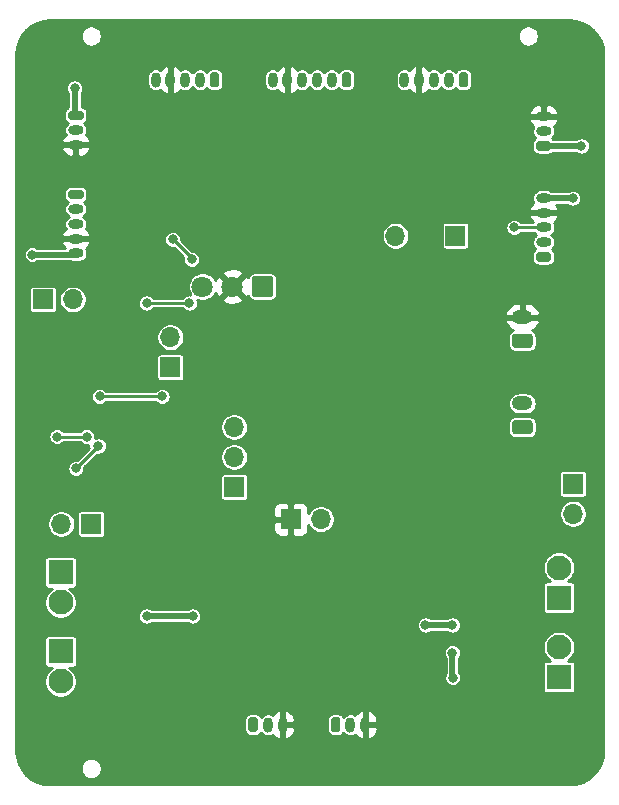
<source format=gbr>
%TF.GenerationSoftware,KiCad,Pcbnew,5.1.10*%
%TF.CreationDate,2021-08-20T07:55:10+02:00*%
%TF.ProjectId,nsumo,6e73756d-6f2e-46b6-9963-61645f706362,rev?*%
%TF.SameCoordinates,Original*%
%TF.FileFunction,Copper,L2,Bot*%
%TF.FilePolarity,Positive*%
%FSLAX46Y46*%
G04 Gerber Fmt 4.6, Leading zero omitted, Abs format (unit mm)*
G04 Created by KiCad (PCBNEW 5.1.10) date 2021-08-20 07:55:10*
%MOMM*%
%LPD*%
G01*
G04 APERTURE LIST*
%TA.AperFunction,ComponentPad*%
%ADD10C,2.100000*%
%TD*%
%TA.AperFunction,ComponentPad*%
%ADD11R,2.100000X2.100000*%
%TD*%
%TA.AperFunction,ComponentPad*%
%ADD12O,1.700000X1.700000*%
%TD*%
%TA.AperFunction,ComponentPad*%
%ADD13R,1.700000X1.700000*%
%TD*%
%TA.AperFunction,ComponentPad*%
%ADD14O,1.300000X0.800000*%
%TD*%
%TA.AperFunction,ComponentPad*%
%ADD15O,0.800000X1.300000*%
%TD*%
%TA.AperFunction,ComponentPad*%
%ADD16C,0.700000*%
%TD*%
%TA.AperFunction,ComponentPad*%
%ADD17C,4.400000*%
%TD*%
%TA.AperFunction,ComponentPad*%
%ADD18O,1.750000X1.200000*%
%TD*%
%TA.AperFunction,ComponentPad*%
%ADD19C,1.800000*%
%TD*%
%TA.AperFunction,ViaPad*%
%ADD20C,0.800000*%
%TD*%
%TA.AperFunction,Conductor*%
%ADD21C,0.508000*%
%TD*%
%TA.AperFunction,Conductor*%
%ADD22C,0.254000*%
%TD*%
%TA.AperFunction,Conductor*%
%ADD23C,0.100000*%
%TD*%
G04 APERTURE END LIST*
D10*
%TO.P,J17,2*%
%TO.N,ML_A02*%
X31900000Y-129440000D03*
D11*
%TO.P,J17,1*%
%TO.N,ML_A01*%
X31900000Y-126900000D03*
%TD*%
D10*
%TO.P,J16,2*%
%TO.N,ML_B01*%
X31900000Y-136140000D03*
D11*
%TO.P,J16,1*%
%TO.N,ML_B02*%
X31900000Y-133600000D03*
%TD*%
D12*
%TO.P,J13,3*%
%TO.N,+3V3*%
X60260000Y-98400000D03*
%TO.P,J13,2*%
%TO.N,GND*%
X62800000Y-98400000D03*
D13*
%TO.P,J13,1*%
%TO.N,+5V*%
X65340000Y-98400000D03*
%TD*%
D14*
%TO.P,J1,5*%
%TO.N,+3V3*%
X33200000Y-99900000D03*
%TO.P,J1,4*%
%TO.N,GND*%
X33200000Y-98650000D03*
%TO.P,J1,3*%
%TO.N,SCL*%
X33200000Y-97400000D03*
%TO.P,J1,2*%
%TO.N,SDA*%
X33200000Y-96150000D03*
%TO.P,J1,1*%
%TO.N,XSHUT_LEFT*%
%TA.AperFunction,ComponentPad*%
G36*
G01*
X32750000Y-94500000D02*
X33650000Y-94500000D01*
G75*
G02*
X33850000Y-94700000I0J-200000D01*
G01*
X33850000Y-95100000D01*
G75*
G02*
X33650000Y-95300000I-200000J0D01*
G01*
X32750000Y-95300000D01*
G75*
G02*
X32550000Y-95100000I0J200000D01*
G01*
X32550000Y-94700000D01*
G75*
G02*
X32750000Y-94500000I200000J0D01*
G01*
G37*
%TD.AperFunction*%
%TD*%
D15*
%TO.P,J4,5*%
%TO.N,+3V3*%
X39950000Y-85200000D03*
%TO.P,J4,4*%
%TO.N,GND*%
X41200000Y-85200000D03*
%TO.P,J4,3*%
%TO.N,SCL*%
X42450000Y-85200000D03*
%TO.P,J4,2*%
%TO.N,SDA*%
X43700000Y-85200000D03*
%TO.P,J4,1*%
%TO.N,XSHUT_FLEFT*%
%TA.AperFunction,ComponentPad*%
G36*
G01*
X45350000Y-84750000D02*
X45350000Y-85650000D01*
G75*
G02*
X45150000Y-85850000I-200000J0D01*
G01*
X44750000Y-85850000D01*
G75*
G02*
X44550000Y-85650000I0J200000D01*
G01*
X44550000Y-84750000D01*
G75*
G02*
X44750000Y-84550000I200000J0D01*
G01*
X45150000Y-84550000D01*
G75*
G02*
X45350000Y-84750000I0J-200000D01*
G01*
G37*
%TD.AperFunction*%
%TD*%
%TO.P,J2,6*%
%TO.N,+3V3*%
X49850000Y-85200000D03*
%TO.P,J2,5*%
%TO.N,GND*%
X51100000Y-85200000D03*
%TO.P,J2,4*%
%TO.N,SCL*%
X52350000Y-85200000D03*
%TO.P,J2,3*%
%TO.N,SDA*%
X53600000Y-85200000D03*
%TO.P,J2,2*%
%TO.N,XSHUT_FRONT*%
X54850000Y-85200000D03*
%TO.P,J2,1*%
%TO.N,INT_FRONT*%
%TA.AperFunction,ComponentPad*%
G36*
G01*
X56500000Y-84750000D02*
X56500000Y-85650000D01*
G75*
G02*
X56300000Y-85850000I-200000J0D01*
G01*
X55900000Y-85850000D01*
G75*
G02*
X55700000Y-85650000I0J200000D01*
G01*
X55700000Y-84750000D01*
G75*
G02*
X55900000Y-84550000I200000J0D01*
G01*
X56300000Y-84550000D01*
G75*
G02*
X56500000Y-84750000I0J-200000D01*
G01*
G37*
%TD.AperFunction*%
%TD*%
D16*
%TO.P,H4,1*%
%TO.N,GND*%
X32166726Y-81833274D03*
X31000000Y-81350000D03*
X29833274Y-81833274D03*
X29350000Y-83000000D03*
X29833274Y-84166726D03*
X31000000Y-84650000D03*
X32166726Y-84166726D03*
X32650000Y-83000000D03*
D17*
X31000000Y-83000000D03*
%TD*%
D16*
%TO.P,H3,1*%
%TO.N,GND*%
X76166726Y-81833274D03*
X75000000Y-81350000D03*
X73833274Y-81833274D03*
X73350000Y-83000000D03*
X73833274Y-84166726D03*
X75000000Y-84650000D03*
X76166726Y-84166726D03*
X76650000Y-83000000D03*
D17*
X75000000Y-83000000D03*
%TD*%
D16*
%TO.P,H2,1*%
%TO.N,GND*%
X32166726Y-140833274D03*
X31000000Y-140350000D03*
X29833274Y-140833274D03*
X29350000Y-142000000D03*
X29833274Y-143166726D03*
X31000000Y-143650000D03*
X32166726Y-143166726D03*
X32650000Y-142000000D03*
D17*
X31000000Y-142000000D03*
%TD*%
D16*
%TO.P,H1,1*%
%TO.N,GND*%
X76166726Y-140833274D03*
X75000000Y-140350000D03*
X73833274Y-140833274D03*
X73350000Y-142000000D03*
X73833274Y-143166726D03*
X75000000Y-143650000D03*
X76166726Y-143166726D03*
X76650000Y-142000000D03*
D17*
X75000000Y-142000000D03*
%TD*%
D18*
%TO.P,J5,2*%
%TO.N,GND*%
X71000000Y-105300000D03*
%TO.P,J5,1*%
%TO.N,Net-(J3-Pad2)*%
%TA.AperFunction,ComponentPad*%
G36*
G01*
X71625001Y-107900000D02*
X70374999Y-107900000D01*
G75*
G02*
X70125000Y-107650001I0J249999D01*
G01*
X70125000Y-106949999D01*
G75*
G02*
X70374999Y-106700000I249999J0D01*
G01*
X71625001Y-106700000D01*
G75*
G02*
X71875000Y-106949999I0J-249999D01*
G01*
X71875000Y-107650001D01*
G75*
G02*
X71625001Y-107900000I-249999J0D01*
G01*
G37*
%TD.AperFunction*%
%TD*%
%TO.P,J3,2*%
%TO.N,Net-(J3-Pad2)*%
X71000000Y-112600000D03*
%TO.P,J3,1*%
%TO.N,Net-(J3-Pad1)*%
%TA.AperFunction,ComponentPad*%
G36*
G01*
X71625001Y-115200000D02*
X70374999Y-115200000D01*
G75*
G02*
X70125000Y-114950001I0J249999D01*
G01*
X70125000Y-114249999D01*
G75*
G02*
X70374999Y-114000000I249999J0D01*
G01*
X71625001Y-114000000D01*
G75*
G02*
X71875000Y-114249999I0J-249999D01*
G01*
X71875000Y-114950001D01*
G75*
G02*
X71625001Y-115200000I-249999J0D01*
G01*
G37*
%TD.AperFunction*%
%TD*%
D14*
%TO.P,J9,5*%
%TO.N,+3V3*%
X72800000Y-95200000D03*
%TO.P,J9,4*%
%TO.N,GND*%
X72800000Y-96450000D03*
%TO.P,J9,3*%
%TO.N,XSHUT_RIGHT*%
X72800000Y-97700000D03*
%TO.P,J9,2*%
%TO.N,SDA*%
X72800000Y-98950000D03*
%TO.P,J9,1*%
%TO.N,SCL*%
%TA.AperFunction,ComponentPad*%
G36*
G01*
X73250000Y-100600000D02*
X72350000Y-100600000D01*
G75*
G02*
X72150000Y-100400000I0J200000D01*
G01*
X72150000Y-100000000D01*
G75*
G02*
X72350000Y-99800000I200000J0D01*
G01*
X73250000Y-99800000D01*
G75*
G02*
X73450000Y-100000000I0J-200000D01*
G01*
X73450000Y-100400000D01*
G75*
G02*
X73250000Y-100600000I-200000J0D01*
G01*
G37*
%TD.AperFunction*%
%TD*%
D15*
%TO.P,J7,5*%
%TO.N,+3V3*%
X61000000Y-85200000D03*
%TO.P,J7,4*%
%TO.N,GND*%
X62250000Y-85200000D03*
%TO.P,J7,3*%
%TO.N,SCL*%
X63500000Y-85200000D03*
%TO.P,J7,2*%
%TO.N,SDA*%
X64750000Y-85200000D03*
%TO.P,J7,1*%
%TO.N,XSHUT_FRIGHT*%
%TA.AperFunction,ComponentPad*%
G36*
G01*
X66400000Y-84750000D02*
X66400000Y-85650000D01*
G75*
G02*
X66200000Y-85850000I-200000J0D01*
G01*
X65800000Y-85850000D01*
G75*
G02*
X65600000Y-85650000I0J200000D01*
G01*
X65600000Y-84750000D01*
G75*
G02*
X65800000Y-84550000I200000J0D01*
G01*
X66200000Y-84550000D01*
G75*
G02*
X66400000Y-84750000I0J-200000D01*
G01*
G37*
%TD.AperFunction*%
%TD*%
D12*
%TO.P,J6,2*%
%TO.N,SDA*%
X32940000Y-103800000D03*
D13*
%TO.P,J6,1*%
%TO.N,SCL*%
X30400000Y-103800000D03*
%TD*%
D12*
%TO.P,J12,2*%
%TO.N,TEST_LED*%
X53940000Y-122400000D03*
D13*
%TO.P,J12,1*%
%TO.N,GND*%
X51400000Y-122400000D03*
%TD*%
D12*
%TO.P,J11,3*%
%TO.N,+3V3*%
X46600000Y-114600000D03*
%TO.P,J11,2*%
%TO.N,RST*%
X46600000Y-117140000D03*
D13*
%TO.P,J11,1*%
%TO.N,SBWTCK*%
X46600000Y-119680000D03*
%TD*%
D12*
%TO.P,J8,2*%
%TO.N,UNUSED_2*%
X31960000Y-122800000D03*
D13*
%TO.P,J8,1*%
%TO.N,UNUSED_1*%
X34500000Y-122800000D03*
%TD*%
D12*
%TO.P,J10,2*%
%TO.N,UART_TX*%
X41200000Y-107000000D03*
D13*
%TO.P,J10,1*%
%TO.N,UART_RX*%
X41200000Y-109540000D03*
%TD*%
D12*
%TO.P,SW2,2*%
%TO.N,Net-(SW2-Pad2)*%
X75300000Y-121940000D03*
D13*
%TO.P,SW2,1*%
%TO.N,Net-(J3-Pad1)*%
X75300000Y-119400000D03*
%TD*%
D19*
%TO.P,U1,3*%
%TO.N,Net-(C7-Pad1)*%
X43920000Y-102700000D03*
%TO.P,U1,2*%
%TO.N,GND*%
X46460000Y-102700000D03*
%TO.P,U1,1*%
%TO.N,IR_RECEIVER*%
%TA.AperFunction,ComponentPad*%
G36*
G01*
X49900000Y-102050200D02*
X49900000Y-103349800D01*
G75*
G02*
X49649800Y-103600000I-250200J0D01*
G01*
X48350200Y-103600000D01*
G75*
G02*
X48100000Y-103349800I0J250200D01*
G01*
X48100000Y-102050200D01*
G75*
G02*
X48350200Y-101800000I250200J0D01*
G01*
X49649800Y-101800000D01*
G75*
G02*
X49900000Y-102050200I0J-250200D01*
G01*
G37*
%TD.AperFunction*%
%TD*%
D15*
%TO.P,J22,3*%
%TO.N,GND*%
X57700000Y-139800000D03*
%TO.P,J22,2*%
%TO.N,LD_BACK_RIGHT*%
X56450000Y-139800000D03*
%TO.P,J22,1*%
%TO.N,+3V3*%
%TA.AperFunction,ComponentPad*%
G36*
G01*
X54800000Y-140250000D02*
X54800000Y-139350000D01*
G75*
G02*
X55000000Y-139150000I200000J0D01*
G01*
X55400000Y-139150000D01*
G75*
G02*
X55600000Y-139350000I0J-200000D01*
G01*
X55600000Y-140250000D01*
G75*
G02*
X55400000Y-140450000I-200000J0D01*
G01*
X55000000Y-140450000D01*
G75*
G02*
X54800000Y-140250000I0J200000D01*
G01*
G37*
%TD.AperFunction*%
%TD*%
D14*
%TO.P,J21,3*%
%TO.N,GND*%
X72800000Y-88300000D03*
%TO.P,J21,2*%
%TO.N,LD_FRONT_RIGHT*%
X72800000Y-89550000D03*
%TO.P,J21,1*%
%TO.N,+3V3*%
%TA.AperFunction,ComponentPad*%
G36*
G01*
X73250000Y-91200000D02*
X72350000Y-91200000D01*
G75*
G02*
X72150000Y-91000000I0J200000D01*
G01*
X72150000Y-90600000D01*
G75*
G02*
X72350000Y-90400000I200000J0D01*
G01*
X73250000Y-90400000D01*
G75*
G02*
X73450000Y-90600000I0J-200000D01*
G01*
X73450000Y-91000000D01*
G75*
G02*
X73250000Y-91200000I-200000J0D01*
G01*
G37*
%TD.AperFunction*%
%TD*%
D15*
%TO.P,J20,3*%
%TO.N,GND*%
X50700000Y-139800000D03*
%TO.P,J20,2*%
%TO.N,LD_BACK_LEFT*%
X49450000Y-139800000D03*
%TO.P,J20,1*%
%TO.N,+3V3*%
%TA.AperFunction,ComponentPad*%
G36*
G01*
X47800000Y-140250000D02*
X47800000Y-139350000D01*
G75*
G02*
X48000000Y-139150000I200000J0D01*
G01*
X48400000Y-139150000D01*
G75*
G02*
X48600000Y-139350000I0J-200000D01*
G01*
X48600000Y-140250000D01*
G75*
G02*
X48400000Y-140450000I-200000J0D01*
G01*
X48000000Y-140450000D01*
G75*
G02*
X47800000Y-140250000I0J200000D01*
G01*
G37*
%TD.AperFunction*%
%TD*%
D14*
%TO.P,J19,3*%
%TO.N,GND*%
X33200000Y-90700000D03*
%TO.P,J19,2*%
%TO.N,LD_FRONT_LEFT*%
X33200000Y-89450000D03*
%TO.P,J19,1*%
%TO.N,+3V3*%
%TA.AperFunction,ComponentPad*%
G36*
G01*
X32750000Y-87800000D02*
X33650000Y-87800000D01*
G75*
G02*
X33850000Y-88000000I0J-200000D01*
G01*
X33850000Y-88400000D01*
G75*
G02*
X33650000Y-88600000I-200000J0D01*
G01*
X32750000Y-88600000D01*
G75*
G02*
X32550000Y-88400000I0J200000D01*
G01*
X32550000Y-88000000D01*
G75*
G02*
X32750000Y-87800000I200000J0D01*
G01*
G37*
%TD.AperFunction*%
%TD*%
D10*
%TO.P,J15,2*%
%TO.N,MR_A02*%
X74100000Y-133223000D03*
D11*
%TO.P,J15,1*%
%TO.N,MR_A01*%
X74100000Y-135763000D03*
%TD*%
D10*
%TO.P,J14,2*%
%TO.N,MR_B01*%
X74100000Y-126500000D03*
D11*
%TO.P,J14,1*%
%TO.N,MR_B02*%
X74100000Y-129040000D03*
%TD*%
D20*
%TO.N,GND*%
X48700000Y-134900000D03*
X67000000Y-111400000D03*
X60161000Y-113935000D03*
X62741000Y-113996000D03*
X44750000Y-119500000D03*
X62800000Y-124400000D03*
X62000000Y-124400000D03*
X45700000Y-109500000D03*
X44200000Y-109500000D03*
X48200000Y-107800000D03*
X55800000Y-111100000D03*
X55800000Y-112000000D03*
X57320000Y-128530000D03*
X57310000Y-127680000D03*
X68900000Y-113300000D03*
X35650000Y-132700000D03*
X35650000Y-133500000D03*
X35600000Y-128600000D03*
X53100000Y-105800000D03*
X52220000Y-105830000D03*
X52220000Y-104950000D03*
X41700000Y-136100000D03*
X41700000Y-136900000D03*
X57600000Y-118200000D03*
X49600000Y-118200000D03*
X35600000Y-129400000D03*
X53090000Y-104900000D03*
X49900000Y-108300000D03*
X68770000Y-123720000D03*
X67900000Y-124500000D03*
X68760000Y-124540000D03*
X63000000Y-118100000D03*
X67300000Y-108400000D03*
X67300000Y-109300000D03*
X68100000Y-108400000D03*
X62100000Y-118100000D03*
X70320000Y-128590000D03*
X70320000Y-129400000D03*
X70320000Y-132580000D03*
X70300000Y-133380000D03*
X57300000Y-130788000D03*
X57300000Y-131600000D03*
X48700000Y-134100000D03*
X48800000Y-131800000D03*
X48800000Y-132599000D03*
X55000000Y-112900000D03*
X55800000Y-112900000D03*
X55000000Y-112000000D03*
X51370000Y-104950000D03*
X51400000Y-105830000D03*
X53080000Y-104060000D03*
X52220000Y-104080000D03*
X51390000Y-104100000D03*
%TO.N,+3V3*%
X39200000Y-130600000D03*
X43100000Y-130600000D03*
X75279000Y-95221000D03*
X29500000Y-100000000D03*
X33100000Y-85900000D03*
X76000000Y-90800000D03*
X62800000Y-131360000D03*
X65080000Y-133690000D03*
X65110000Y-135830000D03*
X65080000Y-131360000D03*
%TO.N,IR_RECEIVER*%
X39200000Y-104100000D03*
X42800000Y-104100000D03*
%TO.N,LD_FRONT_LEFT*%
X40500000Y-112000000D03*
X35200000Y-112000000D03*
%TO.N,LD_BACK_LEFT*%
X35100000Y-116200000D03*
X33200000Y-118100000D03*
%TO.N,LD_FRONT_RIGHT*%
X43000000Y-100400000D03*
X41400000Y-98700000D03*
%TO.N,LD_BACK_RIGHT*%
X34100000Y-115400000D03*
X31600000Y-115400000D03*
%TO.N,XSHUT_RIGHT*%
X70300000Y-97700000D03*
%TD*%
D21*
%TO.N,+3V3*%
X48300000Y-139900000D02*
X48200000Y-139800000D01*
X75258000Y-95200000D02*
X75279000Y-95221000D01*
X72800000Y-95200000D02*
X75258000Y-95200000D01*
X33200000Y-100000000D02*
X29500000Y-100000000D01*
X33100000Y-88100000D02*
X33200000Y-88200000D01*
X33100000Y-85900000D02*
X33100000Y-88100000D01*
X72800000Y-90800000D02*
X76000000Y-90800000D01*
X65080000Y-135800000D02*
X65110000Y-135830000D01*
X65080000Y-133690000D02*
X65080000Y-135800000D01*
X65080000Y-131360000D02*
X62800000Y-131360000D01*
X43100000Y-130600000D02*
X39200000Y-130600000D01*
D22*
%TO.N,IR_RECEIVER*%
X39200000Y-104100000D02*
X41800000Y-104100000D01*
X39200000Y-104100000D02*
X42800000Y-104100000D01*
%TO.N,LD_FRONT_LEFT*%
X40500000Y-112000000D02*
X35127000Y-112000000D01*
%TO.N,LD_BACK_LEFT*%
X34800000Y-116185933D02*
X34714067Y-116185933D01*
X35100000Y-116200000D02*
X33200000Y-118100000D01*
%TO.N,LD_FRONT_RIGHT*%
X43000000Y-100300000D02*
X41400000Y-98700000D01*
X43000000Y-100400000D02*
X43000000Y-100300000D01*
%TO.N,LD_BACK_RIGHT*%
X31600000Y-115400000D02*
X34100000Y-115400000D01*
%TO.N,XSHUT_RIGHT*%
X72800000Y-97700000D02*
X70300000Y-97700000D01*
%TD*%
%TO.N,GND*%
X75553038Y-80206956D02*
X76085012Y-80367568D01*
X76575652Y-80628444D01*
X77006286Y-80979661D01*
X77360494Y-81407826D01*
X77624795Y-81896641D01*
X77789117Y-82427477D01*
X77847955Y-82987283D01*
X77848001Y-83000530D01*
X77848000Y-141992562D01*
X77793044Y-142553038D01*
X77632432Y-143085012D01*
X77371552Y-143575657D01*
X77020336Y-144006288D01*
X76592177Y-144360493D01*
X76103358Y-144624796D01*
X75572523Y-144789117D01*
X75012717Y-144847955D01*
X74999757Y-144848000D01*
X31007438Y-144848000D01*
X30446962Y-144793044D01*
X29914988Y-144632432D01*
X29424343Y-144371552D01*
X28993712Y-144020336D01*
X28639507Y-143592177D01*
X28541579Y-143411062D01*
X33597000Y-143411062D01*
X33597000Y-143588938D01*
X33631702Y-143763395D01*
X33699772Y-143927731D01*
X33798594Y-144075629D01*
X33924371Y-144201406D01*
X34072269Y-144300228D01*
X34236605Y-144368298D01*
X34411062Y-144403000D01*
X34588938Y-144403000D01*
X34763395Y-144368298D01*
X34927731Y-144300228D01*
X35075629Y-144201406D01*
X35201406Y-144075629D01*
X35300228Y-143927731D01*
X35368298Y-143763395D01*
X35403000Y-143588938D01*
X35403000Y-143411062D01*
X35368298Y-143236605D01*
X35300228Y-143072269D01*
X35201406Y-142924371D01*
X35075629Y-142798594D01*
X34927731Y-142699772D01*
X34763395Y-142631702D01*
X34588938Y-142597000D01*
X34411062Y-142597000D01*
X34236605Y-142631702D01*
X34072269Y-142699772D01*
X33924371Y-142798594D01*
X33798594Y-142924371D01*
X33699772Y-143072269D01*
X33631702Y-143236605D01*
X33597000Y-143411062D01*
X28541579Y-143411062D01*
X28375204Y-143103358D01*
X28210883Y-142572523D01*
X28152045Y-142012717D01*
X28152000Y-141999757D01*
X28152000Y-139350000D01*
X47471418Y-139350000D01*
X47471418Y-140250000D01*
X47481575Y-140353121D01*
X47511654Y-140452280D01*
X47560500Y-140543664D01*
X47626236Y-140623764D01*
X47706336Y-140689500D01*
X47797720Y-140738346D01*
X47896879Y-140768425D01*
X48000000Y-140778582D01*
X48400000Y-140778582D01*
X48503121Y-140768425D01*
X48602280Y-140738346D01*
X48693664Y-140689500D01*
X48773764Y-140623764D01*
X48839500Y-140543664D01*
X48869145Y-140488202D01*
X48933447Y-140566554D01*
X49044148Y-140657403D01*
X49170444Y-140724910D01*
X49307484Y-140766480D01*
X49450000Y-140780517D01*
X49592517Y-140766480D01*
X49729557Y-140724910D01*
X49847697Y-140661762D01*
X49850967Y-140667336D01*
X49987717Y-140821112D01*
X50151840Y-140945255D01*
X50337028Y-141034994D01*
X50413877Y-141044666D01*
X50573000Y-140916998D01*
X50573000Y-139927000D01*
X50827000Y-139927000D01*
X50827000Y-140916998D01*
X50986123Y-141044666D01*
X51062972Y-141034994D01*
X51248160Y-140945255D01*
X51412283Y-140821112D01*
X51549033Y-140667336D01*
X51653155Y-140489836D01*
X51720648Y-140295433D01*
X51748918Y-140091599D01*
X51583762Y-139927000D01*
X50827000Y-139927000D01*
X50573000Y-139927000D01*
X50553000Y-139927000D01*
X50553000Y-139673000D01*
X50573000Y-139673000D01*
X50573000Y-138683002D01*
X50827000Y-138683002D01*
X50827000Y-139673000D01*
X51583762Y-139673000D01*
X51748918Y-139508401D01*
X51726950Y-139350000D01*
X54471418Y-139350000D01*
X54471418Y-140250000D01*
X54481575Y-140353121D01*
X54511654Y-140452280D01*
X54560500Y-140543664D01*
X54626236Y-140623764D01*
X54706336Y-140689500D01*
X54797720Y-140738346D01*
X54896879Y-140768425D01*
X55000000Y-140778582D01*
X55400000Y-140778582D01*
X55503121Y-140768425D01*
X55602280Y-140738346D01*
X55693664Y-140689500D01*
X55773764Y-140623764D01*
X55839500Y-140543664D01*
X55869145Y-140488202D01*
X55933447Y-140566554D01*
X56044148Y-140657403D01*
X56170444Y-140724910D01*
X56307484Y-140766480D01*
X56450000Y-140780517D01*
X56592517Y-140766480D01*
X56729557Y-140724910D01*
X56847697Y-140661762D01*
X56850967Y-140667336D01*
X56987717Y-140821112D01*
X57151840Y-140945255D01*
X57337028Y-141034994D01*
X57413877Y-141044666D01*
X57573000Y-140916998D01*
X57573000Y-139927000D01*
X57827000Y-139927000D01*
X57827000Y-140916998D01*
X57986123Y-141044666D01*
X58062972Y-141034994D01*
X58248160Y-140945255D01*
X58412283Y-140821112D01*
X58549033Y-140667336D01*
X58653155Y-140489836D01*
X58720648Y-140295433D01*
X58748918Y-140091599D01*
X58583762Y-139927000D01*
X57827000Y-139927000D01*
X57573000Y-139927000D01*
X57553000Y-139927000D01*
X57553000Y-139673000D01*
X57573000Y-139673000D01*
X57573000Y-138683002D01*
X57827000Y-138683002D01*
X57827000Y-139673000D01*
X58583762Y-139673000D01*
X58748918Y-139508401D01*
X58720648Y-139304567D01*
X58653155Y-139110164D01*
X58549033Y-138932664D01*
X58412283Y-138778888D01*
X58248160Y-138654745D01*
X58062972Y-138565006D01*
X57986123Y-138555334D01*
X57827000Y-138683002D01*
X57573000Y-138683002D01*
X57413877Y-138555334D01*
X57337028Y-138565006D01*
X57151840Y-138654745D01*
X56987717Y-138778888D01*
X56850967Y-138932664D01*
X56847697Y-138938238D01*
X56729556Y-138875090D01*
X56592516Y-138833520D01*
X56450000Y-138819483D01*
X56307483Y-138833520D01*
X56170443Y-138875090D01*
X56044147Y-138942597D01*
X55933446Y-139033447D01*
X55869145Y-139111798D01*
X55839500Y-139056336D01*
X55773764Y-138976236D01*
X55693664Y-138910500D01*
X55602280Y-138861654D01*
X55503121Y-138831575D01*
X55400000Y-138821418D01*
X55000000Y-138821418D01*
X54896879Y-138831575D01*
X54797720Y-138861654D01*
X54706336Y-138910500D01*
X54626236Y-138976236D01*
X54560500Y-139056336D01*
X54511654Y-139147720D01*
X54481575Y-139246879D01*
X54471418Y-139350000D01*
X51726950Y-139350000D01*
X51720648Y-139304567D01*
X51653155Y-139110164D01*
X51549033Y-138932664D01*
X51412283Y-138778888D01*
X51248160Y-138654745D01*
X51062972Y-138565006D01*
X50986123Y-138555334D01*
X50827000Y-138683002D01*
X50573000Y-138683002D01*
X50413877Y-138555334D01*
X50337028Y-138565006D01*
X50151840Y-138654745D01*
X49987717Y-138778888D01*
X49850967Y-138932664D01*
X49847697Y-138938238D01*
X49729556Y-138875090D01*
X49592516Y-138833520D01*
X49450000Y-138819483D01*
X49307483Y-138833520D01*
X49170443Y-138875090D01*
X49044147Y-138942597D01*
X48933446Y-139033447D01*
X48869145Y-139111798D01*
X48839500Y-139056336D01*
X48773764Y-138976236D01*
X48693664Y-138910500D01*
X48602280Y-138861654D01*
X48503121Y-138831575D01*
X48400000Y-138821418D01*
X48000000Y-138821418D01*
X47896879Y-138831575D01*
X47797720Y-138861654D01*
X47706336Y-138910500D01*
X47626236Y-138976236D01*
X47560500Y-139056336D01*
X47511654Y-139147720D01*
X47481575Y-139246879D01*
X47471418Y-139350000D01*
X28152000Y-139350000D01*
X28152000Y-132550000D01*
X30521418Y-132550000D01*
X30521418Y-134650000D01*
X30527732Y-134714103D01*
X30546430Y-134775743D01*
X30576794Y-134832550D01*
X30617657Y-134882343D01*
X30667450Y-134923206D01*
X30724257Y-134953570D01*
X30785897Y-134972268D01*
X30850000Y-134978582D01*
X31159650Y-134978582D01*
X31022213Y-135070414D01*
X30830414Y-135262213D01*
X30679718Y-135487746D01*
X30575917Y-135738344D01*
X30523000Y-136004377D01*
X30523000Y-136275623D01*
X30575917Y-136541656D01*
X30679718Y-136792254D01*
X30830414Y-137017787D01*
X31022213Y-137209586D01*
X31247746Y-137360282D01*
X31498344Y-137464083D01*
X31764377Y-137517000D01*
X32035623Y-137517000D01*
X32301656Y-137464083D01*
X32552254Y-137360282D01*
X32777787Y-137209586D01*
X32969586Y-137017787D01*
X33120282Y-136792254D01*
X33224083Y-136541656D01*
X33277000Y-136275623D01*
X33277000Y-136004377D01*
X33224083Y-135738344D01*
X33120282Y-135487746D01*
X32969586Y-135262213D01*
X32777787Y-135070414D01*
X32640350Y-134978582D01*
X32950000Y-134978582D01*
X33014103Y-134972268D01*
X33075743Y-134953570D01*
X33132550Y-134923206D01*
X33182343Y-134882343D01*
X33223206Y-134832550D01*
X33253570Y-134775743D01*
X33272268Y-134714103D01*
X33278582Y-134650000D01*
X33278582Y-133618397D01*
X64353000Y-133618397D01*
X64353000Y-133761603D01*
X64380938Y-133902058D01*
X64435741Y-134034364D01*
X64499000Y-134129039D01*
X64499001Y-135435859D01*
X64465741Y-135485636D01*
X64410938Y-135617942D01*
X64383000Y-135758397D01*
X64383000Y-135901603D01*
X64410938Y-136042058D01*
X64465741Y-136174364D01*
X64545302Y-136293436D01*
X64646564Y-136394698D01*
X64765636Y-136474259D01*
X64897942Y-136529062D01*
X65038397Y-136557000D01*
X65181603Y-136557000D01*
X65322058Y-136529062D01*
X65454364Y-136474259D01*
X65573436Y-136394698D01*
X65674698Y-136293436D01*
X65754259Y-136174364D01*
X65809062Y-136042058D01*
X65837000Y-135901603D01*
X65837000Y-135758397D01*
X65809062Y-135617942D01*
X65754259Y-135485636D01*
X65674698Y-135366564D01*
X65661000Y-135352866D01*
X65661000Y-134713000D01*
X72721418Y-134713000D01*
X72721418Y-136813000D01*
X72727732Y-136877103D01*
X72746430Y-136938743D01*
X72776794Y-136995550D01*
X72817657Y-137045343D01*
X72867450Y-137086206D01*
X72924257Y-137116570D01*
X72985897Y-137135268D01*
X73050000Y-137141582D01*
X75150000Y-137141582D01*
X75214103Y-137135268D01*
X75275743Y-137116570D01*
X75332550Y-137086206D01*
X75382343Y-137045343D01*
X75423206Y-136995550D01*
X75453570Y-136938743D01*
X75472268Y-136877103D01*
X75478582Y-136813000D01*
X75478582Y-134713000D01*
X75472268Y-134648897D01*
X75453570Y-134587257D01*
X75423206Y-134530450D01*
X75382343Y-134480657D01*
X75332550Y-134439794D01*
X75275743Y-134409430D01*
X75214103Y-134390732D01*
X75150000Y-134384418D01*
X74840350Y-134384418D01*
X74977787Y-134292586D01*
X75169586Y-134100787D01*
X75320282Y-133875254D01*
X75424083Y-133624656D01*
X75477000Y-133358623D01*
X75477000Y-133087377D01*
X75424083Y-132821344D01*
X75320282Y-132570746D01*
X75169586Y-132345213D01*
X74977787Y-132153414D01*
X74752254Y-132002718D01*
X74501656Y-131898917D01*
X74235623Y-131846000D01*
X73964377Y-131846000D01*
X73698344Y-131898917D01*
X73447746Y-132002718D01*
X73222213Y-132153414D01*
X73030414Y-132345213D01*
X72879718Y-132570746D01*
X72775917Y-132821344D01*
X72723000Y-133087377D01*
X72723000Y-133358623D01*
X72775917Y-133624656D01*
X72879718Y-133875254D01*
X73030414Y-134100787D01*
X73222213Y-134292586D01*
X73359650Y-134384418D01*
X73050000Y-134384418D01*
X72985897Y-134390732D01*
X72924257Y-134409430D01*
X72867450Y-134439794D01*
X72817657Y-134480657D01*
X72776794Y-134530450D01*
X72746430Y-134587257D01*
X72727732Y-134648897D01*
X72721418Y-134713000D01*
X65661000Y-134713000D01*
X65661000Y-134129038D01*
X65724259Y-134034364D01*
X65779062Y-133902058D01*
X65807000Y-133761603D01*
X65807000Y-133618397D01*
X65779062Y-133477942D01*
X65724259Y-133345636D01*
X65644698Y-133226564D01*
X65543436Y-133125302D01*
X65424364Y-133045741D01*
X65292058Y-132990938D01*
X65151603Y-132963000D01*
X65008397Y-132963000D01*
X64867942Y-132990938D01*
X64735636Y-133045741D01*
X64616564Y-133125302D01*
X64515302Y-133226564D01*
X64435741Y-133345636D01*
X64380938Y-133477942D01*
X64353000Y-133618397D01*
X33278582Y-133618397D01*
X33278582Y-132550000D01*
X33272268Y-132485897D01*
X33253570Y-132424257D01*
X33223206Y-132367450D01*
X33182343Y-132317657D01*
X33132550Y-132276794D01*
X33075743Y-132246430D01*
X33014103Y-132227732D01*
X32950000Y-132221418D01*
X30850000Y-132221418D01*
X30785897Y-132227732D01*
X30724257Y-132246430D01*
X30667450Y-132276794D01*
X30617657Y-132317657D01*
X30576794Y-132367450D01*
X30546430Y-132424257D01*
X30527732Y-132485897D01*
X30521418Y-132550000D01*
X28152000Y-132550000D01*
X28152000Y-125850000D01*
X30521418Y-125850000D01*
X30521418Y-127950000D01*
X30527732Y-128014103D01*
X30546430Y-128075743D01*
X30576794Y-128132550D01*
X30617657Y-128182343D01*
X30667450Y-128223206D01*
X30724257Y-128253570D01*
X30785897Y-128272268D01*
X30850000Y-128278582D01*
X31159650Y-128278582D01*
X31022213Y-128370414D01*
X30830414Y-128562213D01*
X30679718Y-128787746D01*
X30575917Y-129038344D01*
X30523000Y-129304377D01*
X30523000Y-129575623D01*
X30575917Y-129841656D01*
X30679718Y-130092254D01*
X30830414Y-130317787D01*
X31022213Y-130509586D01*
X31247746Y-130660282D01*
X31498344Y-130764083D01*
X31764377Y-130817000D01*
X32035623Y-130817000D01*
X32301656Y-130764083D01*
X32552254Y-130660282D01*
X32749634Y-130528397D01*
X38473000Y-130528397D01*
X38473000Y-130671603D01*
X38500938Y-130812058D01*
X38555741Y-130944364D01*
X38635302Y-131063436D01*
X38736564Y-131164698D01*
X38855636Y-131244259D01*
X38987942Y-131299062D01*
X39128397Y-131327000D01*
X39271603Y-131327000D01*
X39412058Y-131299062D01*
X39544364Y-131244259D01*
X39639038Y-131181000D01*
X42660962Y-131181000D01*
X42755636Y-131244259D01*
X42887942Y-131299062D01*
X43028397Y-131327000D01*
X43171603Y-131327000D01*
X43312058Y-131299062D01*
X43337805Y-131288397D01*
X62073000Y-131288397D01*
X62073000Y-131431603D01*
X62100938Y-131572058D01*
X62155741Y-131704364D01*
X62235302Y-131823436D01*
X62336564Y-131924698D01*
X62455636Y-132004259D01*
X62587942Y-132059062D01*
X62728397Y-132087000D01*
X62871603Y-132087000D01*
X63012058Y-132059062D01*
X63144364Y-132004259D01*
X63239038Y-131941000D01*
X64640962Y-131941000D01*
X64735636Y-132004259D01*
X64867942Y-132059062D01*
X65008397Y-132087000D01*
X65151603Y-132087000D01*
X65292058Y-132059062D01*
X65424364Y-132004259D01*
X65543436Y-131924698D01*
X65644698Y-131823436D01*
X65724259Y-131704364D01*
X65779062Y-131572058D01*
X65807000Y-131431603D01*
X65807000Y-131288397D01*
X65779062Y-131147942D01*
X65724259Y-131015636D01*
X65644698Y-130896564D01*
X65543436Y-130795302D01*
X65424364Y-130715741D01*
X65292058Y-130660938D01*
X65151603Y-130633000D01*
X65008397Y-130633000D01*
X64867942Y-130660938D01*
X64735636Y-130715741D01*
X64640962Y-130779000D01*
X63239038Y-130779000D01*
X63144364Y-130715741D01*
X63012058Y-130660938D01*
X62871603Y-130633000D01*
X62728397Y-130633000D01*
X62587942Y-130660938D01*
X62455636Y-130715741D01*
X62336564Y-130795302D01*
X62235302Y-130896564D01*
X62155741Y-131015636D01*
X62100938Y-131147942D01*
X62073000Y-131288397D01*
X43337805Y-131288397D01*
X43444364Y-131244259D01*
X43563436Y-131164698D01*
X43664698Y-131063436D01*
X43744259Y-130944364D01*
X43799062Y-130812058D01*
X43827000Y-130671603D01*
X43827000Y-130528397D01*
X43799062Y-130387942D01*
X43744259Y-130255636D01*
X43664698Y-130136564D01*
X43563436Y-130035302D01*
X43444364Y-129955741D01*
X43312058Y-129900938D01*
X43171603Y-129873000D01*
X43028397Y-129873000D01*
X42887942Y-129900938D01*
X42755636Y-129955741D01*
X42660962Y-130019000D01*
X39639038Y-130019000D01*
X39544364Y-129955741D01*
X39412058Y-129900938D01*
X39271603Y-129873000D01*
X39128397Y-129873000D01*
X38987942Y-129900938D01*
X38855636Y-129955741D01*
X38736564Y-130035302D01*
X38635302Y-130136564D01*
X38555741Y-130255636D01*
X38500938Y-130387942D01*
X38473000Y-130528397D01*
X32749634Y-130528397D01*
X32777787Y-130509586D01*
X32969586Y-130317787D01*
X33120282Y-130092254D01*
X33224083Y-129841656D01*
X33277000Y-129575623D01*
X33277000Y-129304377D01*
X33224083Y-129038344D01*
X33120282Y-128787746D01*
X32969586Y-128562213D01*
X32777787Y-128370414D01*
X32640350Y-128278582D01*
X32950000Y-128278582D01*
X33014103Y-128272268D01*
X33075743Y-128253570D01*
X33132550Y-128223206D01*
X33182343Y-128182343D01*
X33223206Y-128132550D01*
X33253570Y-128075743D01*
X33272268Y-128014103D01*
X33274642Y-127990000D01*
X72721418Y-127990000D01*
X72721418Y-130090000D01*
X72727732Y-130154103D01*
X72746430Y-130215743D01*
X72776794Y-130272550D01*
X72817657Y-130322343D01*
X72867450Y-130363206D01*
X72924257Y-130393570D01*
X72985897Y-130412268D01*
X73050000Y-130418582D01*
X75150000Y-130418582D01*
X75214103Y-130412268D01*
X75275743Y-130393570D01*
X75332550Y-130363206D01*
X75382343Y-130322343D01*
X75423206Y-130272550D01*
X75453570Y-130215743D01*
X75472268Y-130154103D01*
X75478582Y-130090000D01*
X75478582Y-127990000D01*
X75472268Y-127925897D01*
X75453570Y-127864257D01*
X75423206Y-127807450D01*
X75382343Y-127757657D01*
X75332550Y-127716794D01*
X75275743Y-127686430D01*
X75214103Y-127667732D01*
X75150000Y-127661418D01*
X74840350Y-127661418D01*
X74977787Y-127569586D01*
X75169586Y-127377787D01*
X75320282Y-127152254D01*
X75424083Y-126901656D01*
X75477000Y-126635623D01*
X75477000Y-126364377D01*
X75424083Y-126098344D01*
X75320282Y-125847746D01*
X75169586Y-125622213D01*
X74977787Y-125430414D01*
X74752254Y-125279718D01*
X74501656Y-125175917D01*
X74235623Y-125123000D01*
X73964377Y-125123000D01*
X73698344Y-125175917D01*
X73447746Y-125279718D01*
X73222213Y-125430414D01*
X73030414Y-125622213D01*
X72879718Y-125847746D01*
X72775917Y-126098344D01*
X72723000Y-126364377D01*
X72723000Y-126635623D01*
X72775917Y-126901656D01*
X72879718Y-127152254D01*
X73030414Y-127377787D01*
X73222213Y-127569586D01*
X73359650Y-127661418D01*
X73050000Y-127661418D01*
X72985897Y-127667732D01*
X72924257Y-127686430D01*
X72867450Y-127716794D01*
X72817657Y-127757657D01*
X72776794Y-127807450D01*
X72746430Y-127864257D01*
X72727732Y-127925897D01*
X72721418Y-127990000D01*
X33274642Y-127990000D01*
X33278582Y-127950000D01*
X33278582Y-125850000D01*
X33272268Y-125785897D01*
X33253570Y-125724257D01*
X33223206Y-125667450D01*
X33182343Y-125617657D01*
X33132550Y-125576794D01*
X33075743Y-125546430D01*
X33014103Y-125527732D01*
X32950000Y-125521418D01*
X30850000Y-125521418D01*
X30785897Y-125527732D01*
X30724257Y-125546430D01*
X30667450Y-125576794D01*
X30617657Y-125617657D01*
X30576794Y-125667450D01*
X30546430Y-125724257D01*
X30527732Y-125785897D01*
X30521418Y-125850000D01*
X28152000Y-125850000D01*
X28152000Y-122684076D01*
X30783000Y-122684076D01*
X30783000Y-122915924D01*
X30828231Y-123143318D01*
X30916956Y-123357519D01*
X31045764Y-123550294D01*
X31209706Y-123714236D01*
X31402481Y-123843044D01*
X31616682Y-123931769D01*
X31844076Y-123977000D01*
X32075924Y-123977000D01*
X32303318Y-123931769D01*
X32517519Y-123843044D01*
X32710294Y-123714236D01*
X32874236Y-123550294D01*
X33003044Y-123357519D01*
X33091769Y-123143318D01*
X33137000Y-122915924D01*
X33137000Y-122684076D01*
X33091769Y-122456682D01*
X33003044Y-122242481D01*
X32874236Y-122049706D01*
X32774530Y-121950000D01*
X33321418Y-121950000D01*
X33321418Y-123650000D01*
X33327732Y-123714103D01*
X33346430Y-123775743D01*
X33376794Y-123832550D01*
X33417657Y-123882343D01*
X33467450Y-123923206D01*
X33524257Y-123953570D01*
X33585897Y-123972268D01*
X33650000Y-123978582D01*
X35350000Y-123978582D01*
X35414103Y-123972268D01*
X35475743Y-123953570D01*
X35532550Y-123923206D01*
X35582343Y-123882343D01*
X35623206Y-123832550D01*
X35653570Y-123775743D01*
X35672268Y-123714103D01*
X35678582Y-123650000D01*
X35678582Y-123250000D01*
X49911928Y-123250000D01*
X49924188Y-123374482D01*
X49960498Y-123494180D01*
X50019463Y-123604494D01*
X50098815Y-123701185D01*
X50195506Y-123780537D01*
X50305820Y-123839502D01*
X50425518Y-123875812D01*
X50550000Y-123888072D01*
X51114250Y-123885000D01*
X51273000Y-123726250D01*
X51273000Y-122527000D01*
X50073750Y-122527000D01*
X49915000Y-122685750D01*
X49911928Y-123250000D01*
X35678582Y-123250000D01*
X35678582Y-121950000D01*
X35672268Y-121885897D01*
X35653570Y-121824257D01*
X35623206Y-121767450D01*
X35582343Y-121717657D01*
X35532550Y-121676794D01*
X35475743Y-121646430D01*
X35414103Y-121627732D01*
X35350000Y-121621418D01*
X33650000Y-121621418D01*
X33585897Y-121627732D01*
X33524257Y-121646430D01*
X33467450Y-121676794D01*
X33417657Y-121717657D01*
X33376794Y-121767450D01*
X33346430Y-121824257D01*
X33327732Y-121885897D01*
X33321418Y-121950000D01*
X32774530Y-121950000D01*
X32710294Y-121885764D01*
X32517519Y-121756956D01*
X32303318Y-121668231D01*
X32075924Y-121623000D01*
X31844076Y-121623000D01*
X31616682Y-121668231D01*
X31402481Y-121756956D01*
X31209706Y-121885764D01*
X31045764Y-122049706D01*
X30916956Y-122242481D01*
X30828231Y-122456682D01*
X30783000Y-122684076D01*
X28152000Y-122684076D01*
X28152000Y-121550000D01*
X49911928Y-121550000D01*
X49915000Y-122114250D01*
X50073750Y-122273000D01*
X51273000Y-122273000D01*
X51273000Y-121073750D01*
X51527000Y-121073750D01*
X51527000Y-122273000D01*
X51547000Y-122273000D01*
X51547000Y-122527000D01*
X51527000Y-122527000D01*
X51527000Y-123726250D01*
X51685750Y-123885000D01*
X52250000Y-123888072D01*
X52374482Y-123875812D01*
X52494180Y-123839502D01*
X52604494Y-123780537D01*
X52701185Y-123701185D01*
X52780537Y-123604494D01*
X52839502Y-123494180D01*
X52875812Y-123374482D01*
X52888072Y-123250000D01*
X52886340Y-122931890D01*
X52896956Y-122957519D01*
X53025764Y-123150294D01*
X53189706Y-123314236D01*
X53382481Y-123443044D01*
X53596682Y-123531769D01*
X53824076Y-123577000D01*
X54055924Y-123577000D01*
X54283318Y-123531769D01*
X54497519Y-123443044D01*
X54690294Y-123314236D01*
X54854236Y-123150294D01*
X54983044Y-122957519D01*
X55071769Y-122743318D01*
X55117000Y-122515924D01*
X55117000Y-122284076D01*
X55071769Y-122056682D01*
X54983044Y-121842481D01*
X54970747Y-121824076D01*
X74123000Y-121824076D01*
X74123000Y-122055924D01*
X74168231Y-122283318D01*
X74256956Y-122497519D01*
X74385764Y-122690294D01*
X74549706Y-122854236D01*
X74742481Y-122983044D01*
X74956682Y-123071769D01*
X75184076Y-123117000D01*
X75415924Y-123117000D01*
X75643318Y-123071769D01*
X75857519Y-122983044D01*
X76050294Y-122854236D01*
X76214236Y-122690294D01*
X76343044Y-122497519D01*
X76431769Y-122283318D01*
X76477000Y-122055924D01*
X76477000Y-121824076D01*
X76431769Y-121596682D01*
X76343044Y-121382481D01*
X76214236Y-121189706D01*
X76050294Y-121025764D01*
X75857519Y-120896956D01*
X75643318Y-120808231D01*
X75415924Y-120763000D01*
X75184076Y-120763000D01*
X74956682Y-120808231D01*
X74742481Y-120896956D01*
X74549706Y-121025764D01*
X74385764Y-121189706D01*
X74256956Y-121382481D01*
X74168231Y-121596682D01*
X74123000Y-121824076D01*
X54970747Y-121824076D01*
X54854236Y-121649706D01*
X54690294Y-121485764D01*
X54497519Y-121356956D01*
X54283318Y-121268231D01*
X54055924Y-121223000D01*
X53824076Y-121223000D01*
X53596682Y-121268231D01*
X53382481Y-121356956D01*
X53189706Y-121485764D01*
X53025764Y-121649706D01*
X52896956Y-121842481D01*
X52886340Y-121868110D01*
X52888072Y-121550000D01*
X52875812Y-121425518D01*
X52839502Y-121305820D01*
X52780537Y-121195506D01*
X52701185Y-121098815D01*
X52604494Y-121019463D01*
X52494180Y-120960498D01*
X52374482Y-120924188D01*
X52250000Y-120911928D01*
X51685750Y-120915000D01*
X51527000Y-121073750D01*
X51273000Y-121073750D01*
X51114250Y-120915000D01*
X50550000Y-120911928D01*
X50425518Y-120924188D01*
X50305820Y-120960498D01*
X50195506Y-121019463D01*
X50098815Y-121098815D01*
X50019463Y-121195506D01*
X49960498Y-121305820D01*
X49924188Y-121425518D01*
X49911928Y-121550000D01*
X28152000Y-121550000D01*
X28152000Y-118830000D01*
X45421418Y-118830000D01*
X45421418Y-120530000D01*
X45427732Y-120594103D01*
X45446430Y-120655743D01*
X45476794Y-120712550D01*
X45517657Y-120762343D01*
X45567450Y-120803206D01*
X45624257Y-120833570D01*
X45685897Y-120852268D01*
X45750000Y-120858582D01*
X47450000Y-120858582D01*
X47514103Y-120852268D01*
X47575743Y-120833570D01*
X47632550Y-120803206D01*
X47682343Y-120762343D01*
X47723206Y-120712550D01*
X47753570Y-120655743D01*
X47772268Y-120594103D01*
X47778582Y-120530000D01*
X47778582Y-118830000D01*
X47772268Y-118765897D01*
X47753570Y-118704257D01*
X47723206Y-118647450D01*
X47682343Y-118597657D01*
X47632550Y-118556794D01*
X47619840Y-118550000D01*
X74121418Y-118550000D01*
X74121418Y-120250000D01*
X74127732Y-120314103D01*
X74146430Y-120375743D01*
X74176794Y-120432550D01*
X74217657Y-120482343D01*
X74267450Y-120523206D01*
X74324257Y-120553570D01*
X74385897Y-120572268D01*
X74450000Y-120578582D01*
X76150000Y-120578582D01*
X76214103Y-120572268D01*
X76275743Y-120553570D01*
X76332550Y-120523206D01*
X76382343Y-120482343D01*
X76423206Y-120432550D01*
X76453570Y-120375743D01*
X76472268Y-120314103D01*
X76478582Y-120250000D01*
X76478582Y-118550000D01*
X76472268Y-118485897D01*
X76453570Y-118424257D01*
X76423206Y-118367450D01*
X76382343Y-118317657D01*
X76332550Y-118276794D01*
X76275743Y-118246430D01*
X76214103Y-118227732D01*
X76150000Y-118221418D01*
X74450000Y-118221418D01*
X74385897Y-118227732D01*
X74324257Y-118246430D01*
X74267450Y-118276794D01*
X74217657Y-118317657D01*
X74176794Y-118367450D01*
X74146430Y-118424257D01*
X74127732Y-118485897D01*
X74121418Y-118550000D01*
X47619840Y-118550000D01*
X47575743Y-118526430D01*
X47514103Y-118507732D01*
X47450000Y-118501418D01*
X45750000Y-118501418D01*
X45685897Y-118507732D01*
X45624257Y-118526430D01*
X45567450Y-118556794D01*
X45517657Y-118597657D01*
X45476794Y-118647450D01*
X45446430Y-118704257D01*
X45427732Y-118765897D01*
X45421418Y-118830000D01*
X28152000Y-118830000D01*
X28152000Y-115328397D01*
X30873000Y-115328397D01*
X30873000Y-115471603D01*
X30900938Y-115612058D01*
X30955741Y-115744364D01*
X31035302Y-115863436D01*
X31136564Y-115964698D01*
X31255636Y-116044259D01*
X31387942Y-116099062D01*
X31528397Y-116127000D01*
X31671603Y-116127000D01*
X31812058Y-116099062D01*
X31944364Y-116044259D01*
X32063436Y-115964698D01*
X32164698Y-115863436D01*
X32171003Y-115854000D01*
X33528997Y-115854000D01*
X33535302Y-115863436D01*
X33636564Y-115964698D01*
X33755636Y-116044259D01*
X33887942Y-116099062D01*
X34028397Y-116127000D01*
X34171603Y-116127000D01*
X34265516Y-116108320D01*
X34257871Y-116185933D01*
X34266637Y-116274932D01*
X34292597Y-116360512D01*
X34294282Y-116363665D01*
X33282734Y-117375214D01*
X33271603Y-117373000D01*
X33128397Y-117373000D01*
X32987942Y-117400938D01*
X32855636Y-117455741D01*
X32736564Y-117535302D01*
X32635302Y-117636564D01*
X32555741Y-117755636D01*
X32500938Y-117887942D01*
X32473000Y-118028397D01*
X32473000Y-118171603D01*
X32500938Y-118312058D01*
X32555741Y-118444364D01*
X32635302Y-118563436D01*
X32736564Y-118664698D01*
X32855636Y-118744259D01*
X32987942Y-118799062D01*
X33128397Y-118827000D01*
X33271603Y-118827000D01*
X33412058Y-118799062D01*
X33544364Y-118744259D01*
X33663436Y-118664698D01*
X33764698Y-118563436D01*
X33844259Y-118444364D01*
X33899062Y-118312058D01*
X33927000Y-118171603D01*
X33927000Y-118028397D01*
X33924786Y-118017266D01*
X34917976Y-117024076D01*
X45423000Y-117024076D01*
X45423000Y-117255924D01*
X45468231Y-117483318D01*
X45556956Y-117697519D01*
X45685764Y-117890294D01*
X45849706Y-118054236D01*
X46042481Y-118183044D01*
X46256682Y-118271769D01*
X46484076Y-118317000D01*
X46715924Y-118317000D01*
X46943318Y-118271769D01*
X47157519Y-118183044D01*
X47350294Y-118054236D01*
X47514236Y-117890294D01*
X47643044Y-117697519D01*
X47731769Y-117483318D01*
X47777000Y-117255924D01*
X47777000Y-117024076D01*
X47731769Y-116796682D01*
X47643044Y-116582481D01*
X47514236Y-116389706D01*
X47350294Y-116225764D01*
X47157519Y-116096956D01*
X46943318Y-116008231D01*
X46715924Y-115963000D01*
X46484076Y-115963000D01*
X46256682Y-116008231D01*
X46042481Y-116096956D01*
X45849706Y-116225764D01*
X45685764Y-116389706D01*
X45556956Y-116582481D01*
X45468231Y-116796682D01*
X45423000Y-117024076D01*
X34917976Y-117024076D01*
X35017267Y-116924786D01*
X35028397Y-116927000D01*
X35171603Y-116927000D01*
X35312058Y-116899062D01*
X35444364Y-116844259D01*
X35563436Y-116764698D01*
X35664698Y-116663436D01*
X35744259Y-116544364D01*
X35799062Y-116412058D01*
X35827000Y-116271603D01*
X35827000Y-116128397D01*
X35799062Y-115987942D01*
X35744259Y-115855636D01*
X35664698Y-115736564D01*
X35563436Y-115635302D01*
X35444364Y-115555741D01*
X35312058Y-115500938D01*
X35171603Y-115473000D01*
X35028397Y-115473000D01*
X34887942Y-115500938D01*
X34815169Y-115531082D01*
X34827000Y-115471603D01*
X34827000Y-115328397D01*
X34799062Y-115187942D01*
X34744259Y-115055636D01*
X34664698Y-114936564D01*
X34563436Y-114835302D01*
X34444364Y-114755741D01*
X34312058Y-114700938D01*
X34171603Y-114673000D01*
X34028397Y-114673000D01*
X33887942Y-114700938D01*
X33755636Y-114755741D01*
X33636564Y-114835302D01*
X33535302Y-114936564D01*
X33528997Y-114946000D01*
X32171003Y-114946000D01*
X32164698Y-114936564D01*
X32063436Y-114835302D01*
X31944364Y-114755741D01*
X31812058Y-114700938D01*
X31671603Y-114673000D01*
X31528397Y-114673000D01*
X31387942Y-114700938D01*
X31255636Y-114755741D01*
X31136564Y-114835302D01*
X31035302Y-114936564D01*
X30955741Y-115055636D01*
X30900938Y-115187942D01*
X30873000Y-115328397D01*
X28152000Y-115328397D01*
X28152000Y-114484076D01*
X45423000Y-114484076D01*
X45423000Y-114715924D01*
X45468231Y-114943318D01*
X45556956Y-115157519D01*
X45685764Y-115350294D01*
X45849706Y-115514236D01*
X46042481Y-115643044D01*
X46256682Y-115731769D01*
X46484076Y-115777000D01*
X46715924Y-115777000D01*
X46943318Y-115731769D01*
X47157519Y-115643044D01*
X47350294Y-115514236D01*
X47514236Y-115350294D01*
X47643044Y-115157519D01*
X47731769Y-114943318D01*
X47777000Y-114715924D01*
X47777000Y-114484076D01*
X47731769Y-114256682D01*
X47729001Y-114249999D01*
X69796418Y-114249999D01*
X69796418Y-114950001D01*
X69807535Y-115062877D01*
X69840460Y-115171414D01*
X69893926Y-115271443D01*
X69965880Y-115359120D01*
X70053557Y-115431074D01*
X70153586Y-115484540D01*
X70262123Y-115517465D01*
X70374999Y-115528582D01*
X71625001Y-115528582D01*
X71737877Y-115517465D01*
X71846414Y-115484540D01*
X71946443Y-115431074D01*
X72034120Y-115359120D01*
X72106074Y-115271443D01*
X72159540Y-115171414D01*
X72192465Y-115062877D01*
X72203582Y-114950001D01*
X72203582Y-114249999D01*
X72192465Y-114137123D01*
X72159540Y-114028586D01*
X72106074Y-113928557D01*
X72034120Y-113840880D01*
X71946443Y-113768926D01*
X71846414Y-113715460D01*
X71737877Y-113682535D01*
X71625001Y-113671418D01*
X70374999Y-113671418D01*
X70262123Y-113682535D01*
X70153586Y-113715460D01*
X70053557Y-113768926D01*
X69965880Y-113840880D01*
X69893926Y-113928557D01*
X69840460Y-114028586D01*
X69807535Y-114137123D01*
X69796418Y-114249999D01*
X47729001Y-114249999D01*
X47643044Y-114042481D01*
X47514236Y-113849706D01*
X47350294Y-113685764D01*
X47157519Y-113556956D01*
X46943318Y-113468231D01*
X46715924Y-113423000D01*
X46484076Y-113423000D01*
X46256682Y-113468231D01*
X46042481Y-113556956D01*
X45849706Y-113685764D01*
X45685764Y-113849706D01*
X45556956Y-114042481D01*
X45468231Y-114256682D01*
X45423000Y-114484076D01*
X28152000Y-114484076D01*
X28152000Y-111928397D01*
X34473000Y-111928397D01*
X34473000Y-112071603D01*
X34500938Y-112212058D01*
X34555741Y-112344364D01*
X34635302Y-112463436D01*
X34736564Y-112564698D01*
X34855636Y-112644259D01*
X34987942Y-112699062D01*
X35128397Y-112727000D01*
X35271603Y-112727000D01*
X35412058Y-112699062D01*
X35544364Y-112644259D01*
X35663436Y-112564698D01*
X35764698Y-112463436D01*
X35771003Y-112454000D01*
X39928997Y-112454000D01*
X39935302Y-112463436D01*
X40036564Y-112564698D01*
X40155636Y-112644259D01*
X40287942Y-112699062D01*
X40428397Y-112727000D01*
X40571603Y-112727000D01*
X40712058Y-112699062D01*
X40844364Y-112644259D01*
X40910602Y-112600000D01*
X69793515Y-112600000D01*
X69811413Y-112781724D01*
X69864420Y-112956464D01*
X69950499Y-113117505D01*
X70066341Y-113258659D01*
X70207495Y-113374501D01*
X70368536Y-113460580D01*
X70543276Y-113513587D01*
X70679462Y-113527000D01*
X71320538Y-113527000D01*
X71456724Y-113513587D01*
X71631464Y-113460580D01*
X71792505Y-113374501D01*
X71933659Y-113258659D01*
X72049501Y-113117505D01*
X72135580Y-112956464D01*
X72188587Y-112781724D01*
X72206485Y-112600000D01*
X72188587Y-112418276D01*
X72135580Y-112243536D01*
X72049501Y-112082495D01*
X71933659Y-111941341D01*
X71792505Y-111825499D01*
X71631464Y-111739420D01*
X71456724Y-111686413D01*
X71320538Y-111673000D01*
X70679462Y-111673000D01*
X70543276Y-111686413D01*
X70368536Y-111739420D01*
X70207495Y-111825499D01*
X70066341Y-111941341D01*
X69950499Y-112082495D01*
X69864420Y-112243536D01*
X69811413Y-112418276D01*
X69793515Y-112600000D01*
X40910602Y-112600000D01*
X40963436Y-112564698D01*
X41064698Y-112463436D01*
X41144259Y-112344364D01*
X41199062Y-112212058D01*
X41227000Y-112071603D01*
X41227000Y-111928397D01*
X41199062Y-111787942D01*
X41144259Y-111655636D01*
X41064698Y-111536564D01*
X40963436Y-111435302D01*
X40844364Y-111355741D01*
X40712058Y-111300938D01*
X40571603Y-111273000D01*
X40428397Y-111273000D01*
X40287942Y-111300938D01*
X40155636Y-111355741D01*
X40036564Y-111435302D01*
X39935302Y-111536564D01*
X39928997Y-111546000D01*
X35771003Y-111546000D01*
X35764698Y-111536564D01*
X35663436Y-111435302D01*
X35544364Y-111355741D01*
X35412058Y-111300938D01*
X35271603Y-111273000D01*
X35128397Y-111273000D01*
X34987942Y-111300938D01*
X34855636Y-111355741D01*
X34736564Y-111435302D01*
X34635302Y-111536564D01*
X34555741Y-111655636D01*
X34500938Y-111787942D01*
X34473000Y-111928397D01*
X28152000Y-111928397D01*
X28152000Y-108690000D01*
X40021418Y-108690000D01*
X40021418Y-110390000D01*
X40027732Y-110454103D01*
X40046430Y-110515743D01*
X40076794Y-110572550D01*
X40117657Y-110622343D01*
X40167450Y-110663206D01*
X40224257Y-110693570D01*
X40285897Y-110712268D01*
X40350000Y-110718582D01*
X42050000Y-110718582D01*
X42114103Y-110712268D01*
X42175743Y-110693570D01*
X42232550Y-110663206D01*
X42282343Y-110622343D01*
X42323206Y-110572550D01*
X42353570Y-110515743D01*
X42372268Y-110454103D01*
X42378582Y-110390000D01*
X42378582Y-108690000D01*
X42372268Y-108625897D01*
X42353570Y-108564257D01*
X42323206Y-108507450D01*
X42282343Y-108457657D01*
X42232550Y-108416794D01*
X42175743Y-108386430D01*
X42114103Y-108367732D01*
X42050000Y-108361418D01*
X40350000Y-108361418D01*
X40285897Y-108367732D01*
X40224257Y-108386430D01*
X40167450Y-108416794D01*
X40117657Y-108457657D01*
X40076794Y-108507450D01*
X40046430Y-108564257D01*
X40027732Y-108625897D01*
X40021418Y-108690000D01*
X28152000Y-108690000D01*
X28152000Y-106884076D01*
X40023000Y-106884076D01*
X40023000Y-107115924D01*
X40068231Y-107343318D01*
X40156956Y-107557519D01*
X40285764Y-107750294D01*
X40449706Y-107914236D01*
X40642481Y-108043044D01*
X40856682Y-108131769D01*
X41084076Y-108177000D01*
X41315924Y-108177000D01*
X41543318Y-108131769D01*
X41757519Y-108043044D01*
X41950294Y-107914236D01*
X42114236Y-107750294D01*
X42243044Y-107557519D01*
X42331769Y-107343318D01*
X42377000Y-107115924D01*
X42377000Y-106884076D01*
X42331769Y-106656682D01*
X42243044Y-106442481D01*
X42114236Y-106249706D01*
X41950294Y-106085764D01*
X41757519Y-105956956D01*
X41543318Y-105868231D01*
X41315924Y-105823000D01*
X41084076Y-105823000D01*
X40856682Y-105868231D01*
X40642481Y-105956956D01*
X40449706Y-106085764D01*
X40285764Y-106249706D01*
X40156956Y-106442481D01*
X40068231Y-106656682D01*
X40023000Y-106884076D01*
X28152000Y-106884076D01*
X28152000Y-105617609D01*
X69531538Y-105617609D01*
X69535409Y-105655282D01*
X69627579Y-105880533D01*
X69761922Y-106083474D01*
X69933275Y-106256307D01*
X70135054Y-106392390D01*
X70174760Y-106409037D01*
X70153586Y-106415460D01*
X70053557Y-106468926D01*
X69965880Y-106540880D01*
X69893926Y-106628557D01*
X69840460Y-106728586D01*
X69807535Y-106837123D01*
X69796418Y-106949999D01*
X69796418Y-107650001D01*
X69807535Y-107762877D01*
X69840460Y-107871414D01*
X69893926Y-107971443D01*
X69965880Y-108059120D01*
X70053557Y-108131074D01*
X70153586Y-108184540D01*
X70262123Y-108217465D01*
X70374999Y-108228582D01*
X71625001Y-108228582D01*
X71737877Y-108217465D01*
X71846414Y-108184540D01*
X71946443Y-108131074D01*
X72034120Y-108059120D01*
X72106074Y-107971443D01*
X72159540Y-107871414D01*
X72192465Y-107762877D01*
X72203582Y-107650001D01*
X72203582Y-106949999D01*
X72192465Y-106837123D01*
X72159540Y-106728586D01*
X72106074Y-106628557D01*
X72034120Y-106540880D01*
X71946443Y-106468926D01*
X71846414Y-106415460D01*
X71825240Y-106409037D01*
X71864946Y-106392390D01*
X72066725Y-106256307D01*
X72238078Y-106083474D01*
X72372421Y-105880533D01*
X72464591Y-105655282D01*
X72468462Y-105617609D01*
X72343731Y-105427000D01*
X71127000Y-105427000D01*
X71127000Y-105447000D01*
X70873000Y-105447000D01*
X70873000Y-105427000D01*
X69656269Y-105427000D01*
X69531538Y-105617609D01*
X28152000Y-105617609D01*
X28152000Y-104982391D01*
X69531538Y-104982391D01*
X69656269Y-105173000D01*
X70873000Y-105173000D01*
X70873000Y-104065000D01*
X71127000Y-104065000D01*
X71127000Y-105173000D01*
X72343731Y-105173000D01*
X72468462Y-104982391D01*
X72464591Y-104944718D01*
X72372421Y-104719467D01*
X72238078Y-104516526D01*
X72066725Y-104343693D01*
X71864946Y-104207610D01*
X71640496Y-104113507D01*
X71402000Y-104065000D01*
X71127000Y-104065000D01*
X70873000Y-104065000D01*
X70598000Y-104065000D01*
X70359504Y-104113507D01*
X70135054Y-104207610D01*
X69933275Y-104343693D01*
X69761922Y-104516526D01*
X69627579Y-104719467D01*
X69535409Y-104944718D01*
X69531538Y-104982391D01*
X28152000Y-104982391D01*
X28152000Y-102950000D01*
X29221418Y-102950000D01*
X29221418Y-104650000D01*
X29227732Y-104714103D01*
X29246430Y-104775743D01*
X29276794Y-104832550D01*
X29317657Y-104882343D01*
X29367450Y-104923206D01*
X29424257Y-104953570D01*
X29485897Y-104972268D01*
X29550000Y-104978582D01*
X31250000Y-104978582D01*
X31314103Y-104972268D01*
X31375743Y-104953570D01*
X31432550Y-104923206D01*
X31482343Y-104882343D01*
X31523206Y-104832550D01*
X31553570Y-104775743D01*
X31572268Y-104714103D01*
X31578582Y-104650000D01*
X31578582Y-103684076D01*
X31763000Y-103684076D01*
X31763000Y-103915924D01*
X31808231Y-104143318D01*
X31896956Y-104357519D01*
X32025764Y-104550294D01*
X32189706Y-104714236D01*
X32382481Y-104843044D01*
X32596682Y-104931769D01*
X32824076Y-104977000D01*
X33055924Y-104977000D01*
X33283318Y-104931769D01*
X33497519Y-104843044D01*
X33690294Y-104714236D01*
X33854236Y-104550294D01*
X33983044Y-104357519D01*
X34071769Y-104143318D01*
X34094627Y-104028397D01*
X38473000Y-104028397D01*
X38473000Y-104171603D01*
X38500938Y-104312058D01*
X38555741Y-104444364D01*
X38635302Y-104563436D01*
X38736564Y-104664698D01*
X38855636Y-104744259D01*
X38987942Y-104799062D01*
X39128397Y-104827000D01*
X39271603Y-104827000D01*
X39412058Y-104799062D01*
X39544364Y-104744259D01*
X39663436Y-104664698D01*
X39764698Y-104563436D01*
X39771003Y-104554000D01*
X42228997Y-104554000D01*
X42235302Y-104563436D01*
X42336564Y-104664698D01*
X42455636Y-104744259D01*
X42587942Y-104799062D01*
X42728397Y-104827000D01*
X42871603Y-104827000D01*
X43012058Y-104799062D01*
X43144364Y-104744259D01*
X43263436Y-104664698D01*
X43364698Y-104563436D01*
X43444259Y-104444364D01*
X43499062Y-104312058D01*
X43527000Y-104171603D01*
X43527000Y-104028397D01*
X43499062Y-103887942D01*
X43481959Y-103846653D01*
X43562097Y-103879847D01*
X43799151Y-103927000D01*
X44040849Y-103927000D01*
X44277903Y-103879847D01*
X44501202Y-103787353D01*
X44536032Y-103764080D01*
X45575525Y-103764080D01*
X45659208Y-104018261D01*
X45931775Y-104149158D01*
X46224642Y-104224365D01*
X46526553Y-104240991D01*
X46825907Y-104198397D01*
X47111199Y-104098222D01*
X47260792Y-104018261D01*
X47344475Y-103764080D01*
X46460000Y-102879605D01*
X45575525Y-103764080D01*
X44536032Y-103764080D01*
X44702167Y-103653073D01*
X44873073Y-103482167D01*
X45007353Y-103281202D01*
X45023507Y-103242204D01*
X45061778Y-103351199D01*
X45141739Y-103500792D01*
X45395920Y-103584475D01*
X46280395Y-102700000D01*
X46639605Y-102700000D01*
X47524080Y-103584475D01*
X47778261Y-103500792D01*
X47787962Y-103480592D01*
X47815475Y-103571290D01*
X47868960Y-103671354D01*
X47940939Y-103759061D01*
X48028646Y-103831040D01*
X48128710Y-103884525D01*
X48237285Y-103917461D01*
X48350200Y-103928582D01*
X49649800Y-103928582D01*
X49762715Y-103917461D01*
X49871290Y-103884525D01*
X49971354Y-103831040D01*
X50059061Y-103759061D01*
X50131040Y-103671354D01*
X50184525Y-103571290D01*
X50217461Y-103462715D01*
X50228582Y-103349800D01*
X50228582Y-102050200D01*
X50217461Y-101937285D01*
X50184525Y-101828710D01*
X50131040Y-101728646D01*
X50059061Y-101640939D01*
X49971354Y-101568960D01*
X49871290Y-101515475D01*
X49762715Y-101482539D01*
X49649800Y-101471418D01*
X48350200Y-101471418D01*
X48237285Y-101482539D01*
X48128710Y-101515475D01*
X48028646Y-101568960D01*
X47940939Y-101640939D01*
X47868960Y-101728646D01*
X47815475Y-101828710D01*
X47788359Y-101918099D01*
X47778261Y-101899208D01*
X47524080Y-101815525D01*
X46639605Y-102700000D01*
X46280395Y-102700000D01*
X45395920Y-101815525D01*
X45141739Y-101899208D01*
X45020751Y-102151142D01*
X45007353Y-102118798D01*
X44873073Y-101917833D01*
X44702167Y-101746927D01*
X44536033Y-101635920D01*
X45575525Y-101635920D01*
X46460000Y-102520395D01*
X47344475Y-101635920D01*
X47260792Y-101381739D01*
X46988225Y-101250842D01*
X46695358Y-101175635D01*
X46393447Y-101159009D01*
X46094093Y-101201603D01*
X45808801Y-101301778D01*
X45659208Y-101381739D01*
X45575525Y-101635920D01*
X44536033Y-101635920D01*
X44501202Y-101612647D01*
X44277903Y-101520153D01*
X44040849Y-101473000D01*
X43799151Y-101473000D01*
X43562097Y-101520153D01*
X43338798Y-101612647D01*
X43137833Y-101746927D01*
X42966927Y-101917833D01*
X42832647Y-102118798D01*
X42740153Y-102342097D01*
X42693000Y-102579151D01*
X42693000Y-102820849D01*
X42740153Y-103057903D01*
X42832647Y-103281202D01*
X42897415Y-103378134D01*
X42871603Y-103373000D01*
X42728397Y-103373000D01*
X42587942Y-103400938D01*
X42455636Y-103455741D01*
X42336564Y-103535302D01*
X42235302Y-103636564D01*
X42228997Y-103646000D01*
X39771003Y-103646000D01*
X39764698Y-103636564D01*
X39663436Y-103535302D01*
X39544364Y-103455741D01*
X39412058Y-103400938D01*
X39271603Y-103373000D01*
X39128397Y-103373000D01*
X38987942Y-103400938D01*
X38855636Y-103455741D01*
X38736564Y-103535302D01*
X38635302Y-103636564D01*
X38555741Y-103755636D01*
X38500938Y-103887942D01*
X38473000Y-104028397D01*
X34094627Y-104028397D01*
X34117000Y-103915924D01*
X34117000Y-103684076D01*
X34071769Y-103456682D01*
X33983044Y-103242481D01*
X33854236Y-103049706D01*
X33690294Y-102885764D01*
X33497519Y-102756956D01*
X33283318Y-102668231D01*
X33055924Y-102623000D01*
X32824076Y-102623000D01*
X32596682Y-102668231D01*
X32382481Y-102756956D01*
X32189706Y-102885764D01*
X32025764Y-103049706D01*
X31896956Y-103242481D01*
X31808231Y-103456682D01*
X31763000Y-103684076D01*
X31578582Y-103684076D01*
X31578582Y-102950000D01*
X31572268Y-102885897D01*
X31553570Y-102824257D01*
X31523206Y-102767450D01*
X31482343Y-102717657D01*
X31432550Y-102676794D01*
X31375743Y-102646430D01*
X31314103Y-102627732D01*
X31250000Y-102621418D01*
X29550000Y-102621418D01*
X29485897Y-102627732D01*
X29424257Y-102646430D01*
X29367450Y-102676794D01*
X29317657Y-102717657D01*
X29276794Y-102767450D01*
X29246430Y-102824257D01*
X29227732Y-102885897D01*
X29221418Y-102950000D01*
X28152000Y-102950000D01*
X28152000Y-99928397D01*
X28773000Y-99928397D01*
X28773000Y-100071603D01*
X28800938Y-100212058D01*
X28855741Y-100344364D01*
X28935302Y-100463436D01*
X29036564Y-100564698D01*
X29155636Y-100644259D01*
X29287942Y-100699062D01*
X29428397Y-100727000D01*
X29571603Y-100727000D01*
X29712058Y-100699062D01*
X29844364Y-100644259D01*
X29939038Y-100581000D01*
X32690519Y-100581000D01*
X32807483Y-100616480D01*
X32914292Y-100627000D01*
X33485708Y-100627000D01*
X33592517Y-100616480D01*
X33729557Y-100574910D01*
X33855853Y-100507403D01*
X33966554Y-100416554D01*
X34057403Y-100305853D01*
X34124910Y-100179557D01*
X34166480Y-100042517D01*
X34180517Y-99900000D01*
X34166480Y-99757483D01*
X34124910Y-99620443D01*
X34061762Y-99502303D01*
X34067336Y-99499033D01*
X34221112Y-99362283D01*
X34345255Y-99198160D01*
X34434994Y-99012972D01*
X34444666Y-98936123D01*
X34316998Y-98777000D01*
X33327000Y-98777000D01*
X33327000Y-98797000D01*
X33073000Y-98797000D01*
X33073000Y-98777000D01*
X32083002Y-98777000D01*
X31955334Y-98936123D01*
X31965006Y-99012972D01*
X32054745Y-99198160D01*
X32178888Y-99362283D01*
X32242667Y-99419000D01*
X29939038Y-99419000D01*
X29844364Y-99355741D01*
X29712058Y-99300938D01*
X29571603Y-99273000D01*
X29428397Y-99273000D01*
X29287942Y-99300938D01*
X29155636Y-99355741D01*
X29036564Y-99435302D01*
X28935302Y-99536564D01*
X28855741Y-99655636D01*
X28800938Y-99787942D01*
X28773000Y-99928397D01*
X28152000Y-99928397D01*
X28152000Y-98628397D01*
X40673000Y-98628397D01*
X40673000Y-98771603D01*
X40700938Y-98912058D01*
X40755741Y-99044364D01*
X40835302Y-99163436D01*
X40936564Y-99264698D01*
X41055636Y-99344259D01*
X41187942Y-99399062D01*
X41328397Y-99427000D01*
X41471603Y-99427000D01*
X41482734Y-99424786D01*
X42291805Y-100233858D01*
X42273000Y-100328397D01*
X42273000Y-100471603D01*
X42300938Y-100612058D01*
X42355741Y-100744364D01*
X42435302Y-100863436D01*
X42536564Y-100964698D01*
X42655636Y-101044259D01*
X42787942Y-101099062D01*
X42928397Y-101127000D01*
X43071603Y-101127000D01*
X43212058Y-101099062D01*
X43344364Y-101044259D01*
X43463436Y-100964698D01*
X43564698Y-100863436D01*
X43644259Y-100744364D01*
X43699062Y-100612058D01*
X43727000Y-100471603D01*
X43727000Y-100328397D01*
X43699062Y-100187942D01*
X43644259Y-100055636D01*
X43564698Y-99936564D01*
X43463436Y-99835302D01*
X43344364Y-99755741D01*
X43212058Y-99700938D01*
X43071603Y-99673000D01*
X43015053Y-99673000D01*
X42124786Y-98782734D01*
X42127000Y-98771603D01*
X42127000Y-98628397D01*
X42099062Y-98487942D01*
X42044259Y-98355636D01*
X41996445Y-98284076D01*
X59083000Y-98284076D01*
X59083000Y-98515924D01*
X59128231Y-98743318D01*
X59216956Y-98957519D01*
X59345764Y-99150294D01*
X59509706Y-99314236D01*
X59702481Y-99443044D01*
X59916682Y-99531769D01*
X60144076Y-99577000D01*
X60375924Y-99577000D01*
X60603318Y-99531769D01*
X60817519Y-99443044D01*
X61010294Y-99314236D01*
X61174236Y-99150294D01*
X61303044Y-98957519D01*
X61391769Y-98743318D01*
X61437000Y-98515924D01*
X61437000Y-98284076D01*
X61391769Y-98056682D01*
X61303044Y-97842481D01*
X61174236Y-97649706D01*
X61074530Y-97550000D01*
X64161418Y-97550000D01*
X64161418Y-99250000D01*
X64167732Y-99314103D01*
X64186430Y-99375743D01*
X64216794Y-99432550D01*
X64257657Y-99482343D01*
X64307450Y-99523206D01*
X64364257Y-99553570D01*
X64425897Y-99572268D01*
X64490000Y-99578582D01*
X66190000Y-99578582D01*
X66254103Y-99572268D01*
X66315743Y-99553570D01*
X66372550Y-99523206D01*
X66422343Y-99482343D01*
X66463206Y-99432550D01*
X66493570Y-99375743D01*
X66512268Y-99314103D01*
X66518582Y-99250000D01*
X66518582Y-97628397D01*
X69573000Y-97628397D01*
X69573000Y-97771603D01*
X69600938Y-97912058D01*
X69655741Y-98044364D01*
X69735302Y-98163436D01*
X69836564Y-98264698D01*
X69955636Y-98344259D01*
X70087942Y-98399062D01*
X70228397Y-98427000D01*
X70371603Y-98427000D01*
X70512058Y-98399062D01*
X70644364Y-98344259D01*
X70763436Y-98264698D01*
X70864698Y-98163436D01*
X70871003Y-98154000D01*
X71982110Y-98154000D01*
X72033446Y-98216554D01*
X72144147Y-98307403D01*
X72177068Y-98325000D01*
X72144147Y-98342597D01*
X72033446Y-98433446D01*
X71942597Y-98544147D01*
X71875090Y-98670443D01*
X71833520Y-98807483D01*
X71819483Y-98950000D01*
X71833520Y-99092517D01*
X71875090Y-99229557D01*
X71942597Y-99355853D01*
X72033446Y-99466554D01*
X72111798Y-99530855D01*
X72056336Y-99560500D01*
X71976236Y-99626236D01*
X71910500Y-99706336D01*
X71861654Y-99797720D01*
X71831575Y-99896879D01*
X71821418Y-100000000D01*
X71821418Y-100400000D01*
X71831575Y-100503121D01*
X71861654Y-100602280D01*
X71910500Y-100693664D01*
X71976236Y-100773764D01*
X72056336Y-100839500D01*
X72147720Y-100888346D01*
X72246879Y-100918425D01*
X72350000Y-100928582D01*
X73250000Y-100928582D01*
X73353121Y-100918425D01*
X73452280Y-100888346D01*
X73543664Y-100839500D01*
X73623764Y-100773764D01*
X73689500Y-100693664D01*
X73738346Y-100602280D01*
X73768425Y-100503121D01*
X73778582Y-100400000D01*
X73778582Y-100000000D01*
X73768425Y-99896879D01*
X73738346Y-99797720D01*
X73689500Y-99706336D01*
X73623764Y-99626236D01*
X73543664Y-99560500D01*
X73488202Y-99530855D01*
X73566554Y-99466554D01*
X73657403Y-99355853D01*
X73724910Y-99229557D01*
X73766480Y-99092517D01*
X73780517Y-98950000D01*
X73766480Y-98807483D01*
X73724910Y-98670443D01*
X73657403Y-98544147D01*
X73566554Y-98433446D01*
X73455853Y-98342597D01*
X73422932Y-98325000D01*
X73455853Y-98307403D01*
X73566554Y-98216554D01*
X73657403Y-98105853D01*
X73724910Y-97979557D01*
X73766480Y-97842517D01*
X73780517Y-97700000D01*
X73766480Y-97557483D01*
X73724910Y-97420443D01*
X73661762Y-97302303D01*
X73667336Y-97299033D01*
X73821112Y-97162283D01*
X73945255Y-96998160D01*
X74034994Y-96812972D01*
X74044666Y-96736123D01*
X73916998Y-96577000D01*
X72927000Y-96577000D01*
X72927000Y-96597000D01*
X72673000Y-96597000D01*
X72673000Y-96577000D01*
X71683002Y-96577000D01*
X71555334Y-96736123D01*
X71565006Y-96812972D01*
X71654745Y-96998160D01*
X71778888Y-97162283D01*
X71873028Y-97246000D01*
X70871003Y-97246000D01*
X70864698Y-97236564D01*
X70763436Y-97135302D01*
X70644364Y-97055741D01*
X70512058Y-97000938D01*
X70371603Y-96973000D01*
X70228397Y-96973000D01*
X70087942Y-97000938D01*
X69955636Y-97055741D01*
X69836564Y-97135302D01*
X69735302Y-97236564D01*
X69655741Y-97355636D01*
X69600938Y-97487942D01*
X69573000Y-97628397D01*
X66518582Y-97628397D01*
X66518582Y-97550000D01*
X66512268Y-97485897D01*
X66493570Y-97424257D01*
X66463206Y-97367450D01*
X66422343Y-97317657D01*
X66372550Y-97276794D01*
X66315743Y-97246430D01*
X66254103Y-97227732D01*
X66190000Y-97221418D01*
X64490000Y-97221418D01*
X64425897Y-97227732D01*
X64364257Y-97246430D01*
X64307450Y-97276794D01*
X64257657Y-97317657D01*
X64216794Y-97367450D01*
X64186430Y-97424257D01*
X64167732Y-97485897D01*
X64161418Y-97550000D01*
X61074530Y-97550000D01*
X61010294Y-97485764D01*
X60817519Y-97356956D01*
X60603318Y-97268231D01*
X60375924Y-97223000D01*
X60144076Y-97223000D01*
X59916682Y-97268231D01*
X59702481Y-97356956D01*
X59509706Y-97485764D01*
X59345764Y-97649706D01*
X59216956Y-97842481D01*
X59128231Y-98056682D01*
X59083000Y-98284076D01*
X41996445Y-98284076D01*
X41964698Y-98236564D01*
X41863436Y-98135302D01*
X41744364Y-98055741D01*
X41612058Y-98000938D01*
X41471603Y-97973000D01*
X41328397Y-97973000D01*
X41187942Y-98000938D01*
X41055636Y-98055741D01*
X40936564Y-98135302D01*
X40835302Y-98236564D01*
X40755741Y-98355636D01*
X40700938Y-98487942D01*
X40673000Y-98628397D01*
X28152000Y-98628397D01*
X28152000Y-98363877D01*
X31955334Y-98363877D01*
X32083002Y-98523000D01*
X33073000Y-98523000D01*
X33073000Y-98503000D01*
X33327000Y-98503000D01*
X33327000Y-98523000D01*
X34316998Y-98523000D01*
X34444666Y-98363877D01*
X34434994Y-98287028D01*
X34345255Y-98101840D01*
X34221112Y-97937717D01*
X34067336Y-97800967D01*
X34061762Y-97797697D01*
X34124910Y-97679557D01*
X34166480Y-97542517D01*
X34180517Y-97400000D01*
X34166480Y-97257483D01*
X34124910Y-97120443D01*
X34057403Y-96994147D01*
X33966554Y-96883446D01*
X33855853Y-96792597D01*
X33822932Y-96775000D01*
X33855853Y-96757403D01*
X33966554Y-96666554D01*
X34057403Y-96555853D01*
X34124910Y-96429557D01*
X34166480Y-96292517D01*
X34179150Y-96163877D01*
X71555334Y-96163877D01*
X71683002Y-96323000D01*
X72673000Y-96323000D01*
X72673000Y-96303000D01*
X72927000Y-96303000D01*
X72927000Y-96323000D01*
X73916998Y-96323000D01*
X74044666Y-96163877D01*
X74034994Y-96087028D01*
X73945255Y-95901840D01*
X73853851Y-95781000D01*
X74810866Y-95781000D01*
X74815564Y-95785698D01*
X74934636Y-95865259D01*
X75066942Y-95920062D01*
X75207397Y-95948000D01*
X75350603Y-95948000D01*
X75491058Y-95920062D01*
X75623364Y-95865259D01*
X75742436Y-95785698D01*
X75843698Y-95684436D01*
X75923259Y-95565364D01*
X75978062Y-95433058D01*
X76006000Y-95292603D01*
X76006000Y-95149397D01*
X75978062Y-95008942D01*
X75923259Y-94876636D01*
X75843698Y-94757564D01*
X75742436Y-94656302D01*
X75623364Y-94576741D01*
X75491058Y-94521938D01*
X75350603Y-94494000D01*
X75207397Y-94494000D01*
X75066942Y-94521938D01*
X74934636Y-94576741D01*
X74871391Y-94619000D01*
X73488025Y-94619000D01*
X73455853Y-94592597D01*
X73329557Y-94525090D01*
X73192517Y-94483520D01*
X73085708Y-94473000D01*
X72514292Y-94473000D01*
X72407483Y-94483520D01*
X72270443Y-94525090D01*
X72144147Y-94592597D01*
X72033446Y-94683446D01*
X71942597Y-94794147D01*
X71875090Y-94920443D01*
X71833520Y-95057483D01*
X71819483Y-95200000D01*
X71833520Y-95342517D01*
X71875090Y-95479557D01*
X71938238Y-95597697D01*
X71932664Y-95600967D01*
X71778888Y-95737717D01*
X71654745Y-95901840D01*
X71565006Y-96087028D01*
X71555334Y-96163877D01*
X34179150Y-96163877D01*
X34180517Y-96150000D01*
X34166480Y-96007483D01*
X34124910Y-95870443D01*
X34057403Y-95744147D01*
X33966554Y-95633446D01*
X33888202Y-95569145D01*
X33943664Y-95539500D01*
X34023764Y-95473764D01*
X34089500Y-95393664D01*
X34138346Y-95302280D01*
X34168425Y-95203121D01*
X34178582Y-95100000D01*
X34178582Y-94700000D01*
X34168425Y-94596879D01*
X34138346Y-94497720D01*
X34089500Y-94406336D01*
X34023764Y-94326236D01*
X33943664Y-94260500D01*
X33852280Y-94211654D01*
X33753121Y-94181575D01*
X33650000Y-94171418D01*
X32750000Y-94171418D01*
X32646879Y-94181575D01*
X32547720Y-94211654D01*
X32456336Y-94260500D01*
X32376236Y-94326236D01*
X32310500Y-94406336D01*
X32261654Y-94497720D01*
X32231575Y-94596879D01*
X32221418Y-94700000D01*
X32221418Y-95100000D01*
X32231575Y-95203121D01*
X32261654Y-95302280D01*
X32310500Y-95393664D01*
X32376236Y-95473764D01*
X32456336Y-95539500D01*
X32511798Y-95569145D01*
X32433446Y-95633446D01*
X32342597Y-95744147D01*
X32275090Y-95870443D01*
X32233520Y-96007483D01*
X32219483Y-96150000D01*
X32233520Y-96292517D01*
X32275090Y-96429557D01*
X32342597Y-96555853D01*
X32433446Y-96666554D01*
X32544147Y-96757403D01*
X32577068Y-96775000D01*
X32544147Y-96792597D01*
X32433446Y-96883446D01*
X32342597Y-96994147D01*
X32275090Y-97120443D01*
X32233520Y-97257483D01*
X32219483Y-97400000D01*
X32233520Y-97542517D01*
X32275090Y-97679557D01*
X32338238Y-97797697D01*
X32332664Y-97800967D01*
X32178888Y-97937717D01*
X32054745Y-98101840D01*
X31965006Y-98287028D01*
X31955334Y-98363877D01*
X28152000Y-98363877D01*
X28152000Y-90986123D01*
X31955334Y-90986123D01*
X31965006Y-91062972D01*
X32054745Y-91248160D01*
X32178888Y-91412283D01*
X32332664Y-91549033D01*
X32510164Y-91653155D01*
X32704567Y-91720648D01*
X32908401Y-91748918D01*
X33073000Y-91583762D01*
X33073000Y-90827000D01*
X33327000Y-90827000D01*
X33327000Y-91583762D01*
X33491599Y-91748918D01*
X33695433Y-91720648D01*
X33889836Y-91653155D01*
X34067336Y-91549033D01*
X34221112Y-91412283D01*
X34345255Y-91248160D01*
X34434994Y-91062972D01*
X34444666Y-90986123D01*
X34316998Y-90827000D01*
X33327000Y-90827000D01*
X33073000Y-90827000D01*
X32083002Y-90827000D01*
X31955334Y-90986123D01*
X28152000Y-90986123D01*
X28152000Y-90413877D01*
X31955334Y-90413877D01*
X32083002Y-90573000D01*
X33073000Y-90573000D01*
X33073000Y-90553000D01*
X33327000Y-90553000D01*
X33327000Y-90573000D01*
X34316998Y-90573000D01*
X34444666Y-90413877D01*
X34434994Y-90337028D01*
X34345255Y-90151840D01*
X34221112Y-89987717D01*
X34067336Y-89850967D01*
X34061762Y-89847697D01*
X34124910Y-89729557D01*
X34166480Y-89592517D01*
X34180517Y-89450000D01*
X34166480Y-89307483D01*
X34124910Y-89170443D01*
X34057403Y-89044147D01*
X33966554Y-88933446D01*
X33888202Y-88869145D01*
X33943664Y-88839500D01*
X34023764Y-88773764D01*
X34089500Y-88693664D01*
X34138346Y-88602280D01*
X34143247Y-88586123D01*
X71555334Y-88586123D01*
X71565006Y-88662972D01*
X71654745Y-88848160D01*
X71778888Y-89012283D01*
X71932664Y-89149033D01*
X71938238Y-89152303D01*
X71875090Y-89270443D01*
X71833520Y-89407483D01*
X71819483Y-89550000D01*
X71833520Y-89692517D01*
X71875090Y-89829557D01*
X71942597Y-89955853D01*
X72033446Y-90066554D01*
X72111798Y-90130855D01*
X72056336Y-90160500D01*
X71976236Y-90226236D01*
X71910500Y-90306336D01*
X71861654Y-90397720D01*
X71831575Y-90496879D01*
X71821418Y-90600000D01*
X71821418Y-91000000D01*
X71831575Y-91103121D01*
X71861654Y-91202280D01*
X71910500Y-91293664D01*
X71976236Y-91373764D01*
X72056336Y-91439500D01*
X72147720Y-91488346D01*
X72246879Y-91518425D01*
X72350000Y-91528582D01*
X73250000Y-91528582D01*
X73353121Y-91518425D01*
X73452280Y-91488346D01*
X73543664Y-91439500D01*
X73614947Y-91381000D01*
X75560962Y-91381000D01*
X75655636Y-91444259D01*
X75787942Y-91499062D01*
X75928397Y-91527000D01*
X76071603Y-91527000D01*
X76212058Y-91499062D01*
X76344364Y-91444259D01*
X76463436Y-91364698D01*
X76564698Y-91263436D01*
X76644259Y-91144364D01*
X76699062Y-91012058D01*
X76727000Y-90871603D01*
X76727000Y-90728397D01*
X76699062Y-90587942D01*
X76644259Y-90455636D01*
X76564698Y-90336564D01*
X76463436Y-90235302D01*
X76344364Y-90155741D01*
X76212058Y-90100938D01*
X76071603Y-90073000D01*
X75928397Y-90073000D01*
X75787942Y-90100938D01*
X75655636Y-90155741D01*
X75560962Y-90219000D01*
X73614947Y-90219000D01*
X73543664Y-90160500D01*
X73488202Y-90130855D01*
X73566554Y-90066554D01*
X73657403Y-89955853D01*
X73724910Y-89829557D01*
X73766480Y-89692517D01*
X73780517Y-89550000D01*
X73766480Y-89407483D01*
X73724910Y-89270443D01*
X73661762Y-89152303D01*
X73667336Y-89149033D01*
X73821112Y-89012283D01*
X73945255Y-88848160D01*
X74034994Y-88662972D01*
X74044666Y-88586123D01*
X73916998Y-88427000D01*
X72927000Y-88427000D01*
X72927000Y-88447000D01*
X72673000Y-88447000D01*
X72673000Y-88427000D01*
X71683002Y-88427000D01*
X71555334Y-88586123D01*
X34143247Y-88586123D01*
X34168425Y-88503121D01*
X34178582Y-88400000D01*
X34178582Y-88013877D01*
X71555334Y-88013877D01*
X71683002Y-88173000D01*
X72673000Y-88173000D01*
X72673000Y-87416238D01*
X72927000Y-87416238D01*
X72927000Y-88173000D01*
X73916998Y-88173000D01*
X74044666Y-88013877D01*
X74034994Y-87937028D01*
X73945255Y-87751840D01*
X73821112Y-87587717D01*
X73667336Y-87450967D01*
X73489836Y-87346845D01*
X73295433Y-87279352D01*
X73091599Y-87251082D01*
X72927000Y-87416238D01*
X72673000Y-87416238D01*
X72508401Y-87251082D01*
X72304567Y-87279352D01*
X72110164Y-87346845D01*
X71932664Y-87450967D01*
X71778888Y-87587717D01*
X71654745Y-87751840D01*
X71565006Y-87937028D01*
X71555334Y-88013877D01*
X34178582Y-88013877D01*
X34178582Y-88000000D01*
X34168425Y-87896879D01*
X34138346Y-87797720D01*
X34089500Y-87706336D01*
X34023764Y-87626236D01*
X33943664Y-87560500D01*
X33852280Y-87511654D01*
X33753121Y-87481575D01*
X33681000Y-87474471D01*
X33681000Y-86339038D01*
X33744259Y-86244364D01*
X33799062Y-86112058D01*
X33827000Y-85971603D01*
X33827000Y-85828397D01*
X33799062Y-85687942D01*
X33744259Y-85555636D01*
X33664698Y-85436564D01*
X33563436Y-85335302D01*
X33444364Y-85255741D01*
X33312058Y-85200938D01*
X33171603Y-85173000D01*
X33028397Y-85173000D01*
X32887942Y-85200938D01*
X32755636Y-85255741D01*
X32636564Y-85335302D01*
X32535302Y-85436564D01*
X32455741Y-85555636D01*
X32400938Y-85687942D01*
X32373000Y-85828397D01*
X32373000Y-85971603D01*
X32400938Y-86112058D01*
X32455741Y-86244364D01*
X32519000Y-86339039D01*
X32519001Y-87527005D01*
X32456336Y-87560500D01*
X32376236Y-87626236D01*
X32310500Y-87706336D01*
X32261654Y-87797720D01*
X32231575Y-87896879D01*
X32221418Y-88000000D01*
X32221418Y-88400000D01*
X32231575Y-88503121D01*
X32261654Y-88602280D01*
X32310500Y-88693664D01*
X32376236Y-88773764D01*
X32456336Y-88839500D01*
X32511798Y-88869145D01*
X32433446Y-88933446D01*
X32342597Y-89044147D01*
X32275090Y-89170443D01*
X32233520Y-89307483D01*
X32219483Y-89450000D01*
X32233520Y-89592517D01*
X32275090Y-89729557D01*
X32338238Y-89847697D01*
X32332664Y-89850967D01*
X32178888Y-89987717D01*
X32054745Y-90151840D01*
X31965006Y-90337028D01*
X31955334Y-90413877D01*
X28152000Y-90413877D01*
X28152000Y-84914292D01*
X39223000Y-84914292D01*
X39223000Y-85485707D01*
X39233520Y-85592516D01*
X39275090Y-85729556D01*
X39342597Y-85855852D01*
X39433446Y-85966553D01*
X39544147Y-86057403D01*
X39670443Y-86124910D01*
X39807483Y-86166480D01*
X39950000Y-86180517D01*
X40092516Y-86166480D01*
X40229556Y-86124910D01*
X40347697Y-86061762D01*
X40350967Y-86067336D01*
X40487717Y-86221112D01*
X40651840Y-86345255D01*
X40837028Y-86434994D01*
X40913877Y-86444666D01*
X41073000Y-86316998D01*
X41073000Y-85327000D01*
X41053000Y-85327000D01*
X41053000Y-85073000D01*
X41073000Y-85073000D01*
X41073000Y-84083002D01*
X41327000Y-84083002D01*
X41327000Y-85073000D01*
X41347000Y-85073000D01*
X41347000Y-85327000D01*
X41327000Y-85327000D01*
X41327000Y-86316998D01*
X41486123Y-86444666D01*
X41562972Y-86434994D01*
X41748160Y-86345255D01*
X41912283Y-86221112D01*
X42049033Y-86067336D01*
X42052303Y-86061762D01*
X42170443Y-86124910D01*
X42307483Y-86166480D01*
X42450000Y-86180517D01*
X42592516Y-86166480D01*
X42729556Y-86124910D01*
X42855852Y-86057403D01*
X42966553Y-85966554D01*
X43057403Y-85855853D01*
X43075000Y-85822931D01*
X43092597Y-85855852D01*
X43183446Y-85966553D01*
X43294147Y-86057403D01*
X43420443Y-86124910D01*
X43557483Y-86166480D01*
X43700000Y-86180517D01*
X43842516Y-86166480D01*
X43979556Y-86124910D01*
X44105852Y-86057403D01*
X44216553Y-85966554D01*
X44280855Y-85888202D01*
X44310500Y-85943664D01*
X44376236Y-86023764D01*
X44456336Y-86089500D01*
X44547720Y-86138346D01*
X44646879Y-86168425D01*
X44750000Y-86178582D01*
X45150000Y-86178582D01*
X45253121Y-86168425D01*
X45352280Y-86138346D01*
X45443664Y-86089500D01*
X45523764Y-86023764D01*
X45589500Y-85943664D01*
X45638346Y-85852280D01*
X45668425Y-85753121D01*
X45678582Y-85650000D01*
X45678582Y-84914292D01*
X49123000Y-84914292D01*
X49123000Y-85485707D01*
X49133520Y-85592516D01*
X49175090Y-85729556D01*
X49242597Y-85855852D01*
X49333446Y-85966553D01*
X49444147Y-86057403D01*
X49570443Y-86124910D01*
X49707483Y-86166480D01*
X49850000Y-86180517D01*
X49992516Y-86166480D01*
X50129556Y-86124910D01*
X50247697Y-86061762D01*
X50250967Y-86067336D01*
X50387717Y-86221112D01*
X50551840Y-86345255D01*
X50737028Y-86434994D01*
X50813877Y-86444666D01*
X50973000Y-86316998D01*
X50973000Y-85327000D01*
X50953000Y-85327000D01*
X50953000Y-85073000D01*
X50973000Y-85073000D01*
X50973000Y-84083002D01*
X51227000Y-84083002D01*
X51227000Y-85073000D01*
X51247000Y-85073000D01*
X51247000Y-85327000D01*
X51227000Y-85327000D01*
X51227000Y-86316998D01*
X51386123Y-86444666D01*
X51462972Y-86434994D01*
X51648160Y-86345255D01*
X51812283Y-86221112D01*
X51949033Y-86067336D01*
X51952303Y-86061762D01*
X52070443Y-86124910D01*
X52207483Y-86166480D01*
X52350000Y-86180517D01*
X52492516Y-86166480D01*
X52629556Y-86124910D01*
X52755852Y-86057403D01*
X52866553Y-85966554D01*
X52957403Y-85855853D01*
X52975000Y-85822931D01*
X52992597Y-85855852D01*
X53083446Y-85966553D01*
X53194147Y-86057403D01*
X53320443Y-86124910D01*
X53457483Y-86166480D01*
X53600000Y-86180517D01*
X53742516Y-86166480D01*
X53879556Y-86124910D01*
X54005852Y-86057403D01*
X54116553Y-85966554D01*
X54207403Y-85855853D01*
X54225000Y-85822931D01*
X54242597Y-85855852D01*
X54333446Y-85966553D01*
X54444147Y-86057403D01*
X54570443Y-86124910D01*
X54707483Y-86166480D01*
X54850000Y-86180517D01*
X54992516Y-86166480D01*
X55129556Y-86124910D01*
X55255852Y-86057403D01*
X55366553Y-85966554D01*
X55430855Y-85888202D01*
X55460500Y-85943664D01*
X55526236Y-86023764D01*
X55606336Y-86089500D01*
X55697720Y-86138346D01*
X55796879Y-86168425D01*
X55900000Y-86178582D01*
X56300000Y-86178582D01*
X56403121Y-86168425D01*
X56502280Y-86138346D01*
X56593664Y-86089500D01*
X56673764Y-86023764D01*
X56739500Y-85943664D01*
X56788346Y-85852280D01*
X56818425Y-85753121D01*
X56828582Y-85650000D01*
X56828582Y-84914292D01*
X60273000Y-84914292D01*
X60273000Y-85485707D01*
X60283520Y-85592516D01*
X60325090Y-85729556D01*
X60392597Y-85855852D01*
X60483446Y-85966553D01*
X60594147Y-86057403D01*
X60720443Y-86124910D01*
X60857483Y-86166480D01*
X61000000Y-86180517D01*
X61142516Y-86166480D01*
X61279556Y-86124910D01*
X61397697Y-86061762D01*
X61400967Y-86067336D01*
X61537717Y-86221112D01*
X61701840Y-86345255D01*
X61887028Y-86434994D01*
X61963877Y-86444666D01*
X62123000Y-86316998D01*
X62123000Y-85327000D01*
X62103000Y-85327000D01*
X62103000Y-85073000D01*
X62123000Y-85073000D01*
X62123000Y-84083002D01*
X62377000Y-84083002D01*
X62377000Y-85073000D01*
X62397000Y-85073000D01*
X62397000Y-85327000D01*
X62377000Y-85327000D01*
X62377000Y-86316998D01*
X62536123Y-86444666D01*
X62612972Y-86434994D01*
X62798160Y-86345255D01*
X62962283Y-86221112D01*
X63099033Y-86067336D01*
X63102303Y-86061762D01*
X63220443Y-86124910D01*
X63357483Y-86166480D01*
X63500000Y-86180517D01*
X63642516Y-86166480D01*
X63779556Y-86124910D01*
X63905852Y-86057403D01*
X64016553Y-85966554D01*
X64107403Y-85855853D01*
X64125000Y-85822931D01*
X64142597Y-85855852D01*
X64233446Y-85966553D01*
X64344147Y-86057403D01*
X64470443Y-86124910D01*
X64607483Y-86166480D01*
X64750000Y-86180517D01*
X64892516Y-86166480D01*
X65029556Y-86124910D01*
X65155852Y-86057403D01*
X65266553Y-85966554D01*
X65330855Y-85888202D01*
X65360500Y-85943664D01*
X65426236Y-86023764D01*
X65506336Y-86089500D01*
X65597720Y-86138346D01*
X65696879Y-86168425D01*
X65800000Y-86178582D01*
X66200000Y-86178582D01*
X66303121Y-86168425D01*
X66402280Y-86138346D01*
X66493664Y-86089500D01*
X66573764Y-86023764D01*
X66639500Y-85943664D01*
X66688346Y-85852280D01*
X66718425Y-85753121D01*
X66728582Y-85650000D01*
X66728582Y-84750000D01*
X66718425Y-84646879D01*
X66688346Y-84547720D01*
X66639500Y-84456336D01*
X66573764Y-84376236D01*
X66493664Y-84310500D01*
X66402280Y-84261654D01*
X66303121Y-84231575D01*
X66200000Y-84221418D01*
X65800000Y-84221418D01*
X65696879Y-84231575D01*
X65597720Y-84261654D01*
X65506336Y-84310500D01*
X65426236Y-84376236D01*
X65360500Y-84456336D01*
X65330855Y-84511798D01*
X65266554Y-84433446D01*
X65155853Y-84342597D01*
X65029557Y-84275090D01*
X64892517Y-84233520D01*
X64750000Y-84219483D01*
X64607484Y-84233520D01*
X64470444Y-84275090D01*
X64344148Y-84342597D01*
X64233447Y-84433446D01*
X64142597Y-84544147D01*
X64125000Y-84577068D01*
X64107403Y-84544147D01*
X64016554Y-84433446D01*
X63905853Y-84342597D01*
X63779557Y-84275090D01*
X63642517Y-84233520D01*
X63500000Y-84219483D01*
X63357484Y-84233520D01*
X63220444Y-84275090D01*
X63102303Y-84338238D01*
X63099033Y-84332664D01*
X62962283Y-84178888D01*
X62798160Y-84054745D01*
X62612972Y-83965006D01*
X62536123Y-83955334D01*
X62377000Y-84083002D01*
X62123000Y-84083002D01*
X61963877Y-83955334D01*
X61887028Y-83965006D01*
X61701840Y-84054745D01*
X61537717Y-84178888D01*
X61400967Y-84332664D01*
X61397697Y-84338238D01*
X61279557Y-84275090D01*
X61142517Y-84233520D01*
X61000000Y-84219483D01*
X60857484Y-84233520D01*
X60720444Y-84275090D01*
X60594148Y-84342597D01*
X60483447Y-84433446D01*
X60392597Y-84544147D01*
X60325090Y-84670443D01*
X60283520Y-84807483D01*
X60273000Y-84914292D01*
X56828582Y-84914292D01*
X56828582Y-84750000D01*
X56818425Y-84646879D01*
X56788346Y-84547720D01*
X56739500Y-84456336D01*
X56673764Y-84376236D01*
X56593664Y-84310500D01*
X56502280Y-84261654D01*
X56403121Y-84231575D01*
X56300000Y-84221418D01*
X55900000Y-84221418D01*
X55796879Y-84231575D01*
X55697720Y-84261654D01*
X55606336Y-84310500D01*
X55526236Y-84376236D01*
X55460500Y-84456336D01*
X55430855Y-84511798D01*
X55366554Y-84433446D01*
X55255853Y-84342597D01*
X55129557Y-84275090D01*
X54992517Y-84233520D01*
X54850000Y-84219483D01*
X54707484Y-84233520D01*
X54570444Y-84275090D01*
X54444148Y-84342597D01*
X54333447Y-84433446D01*
X54242597Y-84544147D01*
X54225000Y-84577068D01*
X54207403Y-84544147D01*
X54116554Y-84433446D01*
X54005853Y-84342597D01*
X53879557Y-84275090D01*
X53742517Y-84233520D01*
X53600000Y-84219483D01*
X53457484Y-84233520D01*
X53320444Y-84275090D01*
X53194148Y-84342597D01*
X53083447Y-84433446D01*
X52992597Y-84544147D01*
X52975000Y-84577068D01*
X52957403Y-84544147D01*
X52866554Y-84433446D01*
X52755853Y-84342597D01*
X52629557Y-84275090D01*
X52492517Y-84233520D01*
X52350000Y-84219483D01*
X52207484Y-84233520D01*
X52070444Y-84275090D01*
X51952303Y-84338238D01*
X51949033Y-84332664D01*
X51812283Y-84178888D01*
X51648160Y-84054745D01*
X51462972Y-83965006D01*
X51386123Y-83955334D01*
X51227000Y-84083002D01*
X50973000Y-84083002D01*
X50813877Y-83955334D01*
X50737028Y-83965006D01*
X50551840Y-84054745D01*
X50387717Y-84178888D01*
X50250967Y-84332664D01*
X50247697Y-84338238D01*
X50129557Y-84275090D01*
X49992517Y-84233520D01*
X49850000Y-84219483D01*
X49707484Y-84233520D01*
X49570444Y-84275090D01*
X49444148Y-84342597D01*
X49333447Y-84433446D01*
X49242597Y-84544147D01*
X49175090Y-84670443D01*
X49133520Y-84807483D01*
X49123000Y-84914292D01*
X45678582Y-84914292D01*
X45678582Y-84750000D01*
X45668425Y-84646879D01*
X45638346Y-84547720D01*
X45589500Y-84456336D01*
X45523764Y-84376236D01*
X45443664Y-84310500D01*
X45352280Y-84261654D01*
X45253121Y-84231575D01*
X45150000Y-84221418D01*
X44750000Y-84221418D01*
X44646879Y-84231575D01*
X44547720Y-84261654D01*
X44456336Y-84310500D01*
X44376236Y-84376236D01*
X44310500Y-84456336D01*
X44280855Y-84511798D01*
X44216554Y-84433446D01*
X44105853Y-84342597D01*
X43979557Y-84275090D01*
X43842517Y-84233520D01*
X43700000Y-84219483D01*
X43557484Y-84233520D01*
X43420444Y-84275090D01*
X43294148Y-84342597D01*
X43183447Y-84433446D01*
X43092597Y-84544147D01*
X43075000Y-84577068D01*
X43057403Y-84544147D01*
X42966554Y-84433446D01*
X42855853Y-84342597D01*
X42729557Y-84275090D01*
X42592517Y-84233520D01*
X42450000Y-84219483D01*
X42307484Y-84233520D01*
X42170444Y-84275090D01*
X42052303Y-84338238D01*
X42049033Y-84332664D01*
X41912283Y-84178888D01*
X41748160Y-84054745D01*
X41562972Y-83965006D01*
X41486123Y-83955334D01*
X41327000Y-84083002D01*
X41073000Y-84083002D01*
X40913877Y-83955334D01*
X40837028Y-83965006D01*
X40651840Y-84054745D01*
X40487717Y-84178888D01*
X40350967Y-84332664D01*
X40347697Y-84338238D01*
X40229557Y-84275090D01*
X40092517Y-84233520D01*
X39950000Y-84219483D01*
X39807484Y-84233520D01*
X39670444Y-84275090D01*
X39544148Y-84342597D01*
X39433447Y-84433446D01*
X39342597Y-84544147D01*
X39275090Y-84670443D01*
X39233520Y-84807483D01*
X39223000Y-84914292D01*
X28152000Y-84914292D01*
X28152000Y-83007439D01*
X28206956Y-82446962D01*
X28367568Y-81914988D01*
X28628444Y-81424348D01*
X28639279Y-81411062D01*
X33597000Y-81411062D01*
X33597000Y-81588938D01*
X33631702Y-81763395D01*
X33699772Y-81927731D01*
X33798594Y-82075629D01*
X33924371Y-82201406D01*
X34072269Y-82300228D01*
X34236605Y-82368298D01*
X34411062Y-82403000D01*
X34588938Y-82403000D01*
X34763395Y-82368298D01*
X34927731Y-82300228D01*
X35075629Y-82201406D01*
X35201406Y-82075629D01*
X35300228Y-81927731D01*
X35368298Y-81763395D01*
X35403000Y-81588938D01*
X35403000Y-81411062D01*
X70597000Y-81411062D01*
X70597000Y-81588938D01*
X70631702Y-81763395D01*
X70699772Y-81927731D01*
X70798594Y-82075629D01*
X70924371Y-82201406D01*
X71072269Y-82300228D01*
X71236605Y-82368298D01*
X71411062Y-82403000D01*
X71588938Y-82403000D01*
X71763395Y-82368298D01*
X71927731Y-82300228D01*
X72075629Y-82201406D01*
X72201406Y-82075629D01*
X72300228Y-81927731D01*
X72368298Y-81763395D01*
X72403000Y-81588938D01*
X72403000Y-81411062D01*
X72368298Y-81236605D01*
X72300228Y-81072269D01*
X72201406Y-80924371D01*
X72075629Y-80798594D01*
X71927731Y-80699772D01*
X71763395Y-80631702D01*
X71588938Y-80597000D01*
X71411062Y-80597000D01*
X71236605Y-80631702D01*
X71072269Y-80699772D01*
X70924371Y-80798594D01*
X70798594Y-80924371D01*
X70699772Y-81072269D01*
X70631702Y-81236605D01*
X70597000Y-81411062D01*
X35403000Y-81411062D01*
X35368298Y-81236605D01*
X35300228Y-81072269D01*
X35201406Y-80924371D01*
X35075629Y-80798594D01*
X34927731Y-80699772D01*
X34763395Y-80631702D01*
X34588938Y-80597000D01*
X34411062Y-80597000D01*
X34236605Y-80631702D01*
X34072269Y-80699772D01*
X33924371Y-80798594D01*
X33798594Y-80924371D01*
X33699772Y-81072269D01*
X33631702Y-81236605D01*
X33597000Y-81411062D01*
X28639279Y-81411062D01*
X28979661Y-80993714D01*
X29407826Y-80639506D01*
X29896641Y-80375205D01*
X30427477Y-80210883D01*
X30987283Y-80152045D01*
X31000243Y-80152000D01*
X74992561Y-80152000D01*
X75553038Y-80206956D01*
%TA.AperFunction,Conductor*%
D23*
G36*
X75553038Y-80206956D02*
G01*
X76085012Y-80367568D01*
X76575652Y-80628444D01*
X77006286Y-80979661D01*
X77360494Y-81407826D01*
X77624795Y-81896641D01*
X77789117Y-82427477D01*
X77847955Y-82987283D01*
X77848001Y-83000530D01*
X77848000Y-141992562D01*
X77793044Y-142553038D01*
X77632432Y-143085012D01*
X77371552Y-143575657D01*
X77020336Y-144006288D01*
X76592177Y-144360493D01*
X76103358Y-144624796D01*
X75572523Y-144789117D01*
X75012717Y-144847955D01*
X74999757Y-144848000D01*
X31007438Y-144848000D01*
X30446962Y-144793044D01*
X29914988Y-144632432D01*
X29424343Y-144371552D01*
X28993712Y-144020336D01*
X28639507Y-143592177D01*
X28541579Y-143411062D01*
X33597000Y-143411062D01*
X33597000Y-143588938D01*
X33631702Y-143763395D01*
X33699772Y-143927731D01*
X33798594Y-144075629D01*
X33924371Y-144201406D01*
X34072269Y-144300228D01*
X34236605Y-144368298D01*
X34411062Y-144403000D01*
X34588938Y-144403000D01*
X34763395Y-144368298D01*
X34927731Y-144300228D01*
X35075629Y-144201406D01*
X35201406Y-144075629D01*
X35300228Y-143927731D01*
X35368298Y-143763395D01*
X35403000Y-143588938D01*
X35403000Y-143411062D01*
X35368298Y-143236605D01*
X35300228Y-143072269D01*
X35201406Y-142924371D01*
X35075629Y-142798594D01*
X34927731Y-142699772D01*
X34763395Y-142631702D01*
X34588938Y-142597000D01*
X34411062Y-142597000D01*
X34236605Y-142631702D01*
X34072269Y-142699772D01*
X33924371Y-142798594D01*
X33798594Y-142924371D01*
X33699772Y-143072269D01*
X33631702Y-143236605D01*
X33597000Y-143411062D01*
X28541579Y-143411062D01*
X28375204Y-143103358D01*
X28210883Y-142572523D01*
X28152045Y-142012717D01*
X28152000Y-141999757D01*
X28152000Y-139350000D01*
X47471418Y-139350000D01*
X47471418Y-140250000D01*
X47481575Y-140353121D01*
X47511654Y-140452280D01*
X47560500Y-140543664D01*
X47626236Y-140623764D01*
X47706336Y-140689500D01*
X47797720Y-140738346D01*
X47896879Y-140768425D01*
X48000000Y-140778582D01*
X48400000Y-140778582D01*
X48503121Y-140768425D01*
X48602280Y-140738346D01*
X48693664Y-140689500D01*
X48773764Y-140623764D01*
X48839500Y-140543664D01*
X48869145Y-140488202D01*
X48933447Y-140566554D01*
X49044148Y-140657403D01*
X49170444Y-140724910D01*
X49307484Y-140766480D01*
X49450000Y-140780517D01*
X49592517Y-140766480D01*
X49729557Y-140724910D01*
X49847697Y-140661762D01*
X49850967Y-140667336D01*
X49987717Y-140821112D01*
X50151840Y-140945255D01*
X50337028Y-141034994D01*
X50413877Y-141044666D01*
X50573000Y-140916998D01*
X50573000Y-139927000D01*
X50827000Y-139927000D01*
X50827000Y-140916998D01*
X50986123Y-141044666D01*
X51062972Y-141034994D01*
X51248160Y-140945255D01*
X51412283Y-140821112D01*
X51549033Y-140667336D01*
X51653155Y-140489836D01*
X51720648Y-140295433D01*
X51748918Y-140091599D01*
X51583762Y-139927000D01*
X50827000Y-139927000D01*
X50573000Y-139927000D01*
X50553000Y-139927000D01*
X50553000Y-139673000D01*
X50573000Y-139673000D01*
X50573000Y-138683002D01*
X50827000Y-138683002D01*
X50827000Y-139673000D01*
X51583762Y-139673000D01*
X51748918Y-139508401D01*
X51726950Y-139350000D01*
X54471418Y-139350000D01*
X54471418Y-140250000D01*
X54481575Y-140353121D01*
X54511654Y-140452280D01*
X54560500Y-140543664D01*
X54626236Y-140623764D01*
X54706336Y-140689500D01*
X54797720Y-140738346D01*
X54896879Y-140768425D01*
X55000000Y-140778582D01*
X55400000Y-140778582D01*
X55503121Y-140768425D01*
X55602280Y-140738346D01*
X55693664Y-140689500D01*
X55773764Y-140623764D01*
X55839500Y-140543664D01*
X55869145Y-140488202D01*
X55933447Y-140566554D01*
X56044148Y-140657403D01*
X56170444Y-140724910D01*
X56307484Y-140766480D01*
X56450000Y-140780517D01*
X56592517Y-140766480D01*
X56729557Y-140724910D01*
X56847697Y-140661762D01*
X56850967Y-140667336D01*
X56987717Y-140821112D01*
X57151840Y-140945255D01*
X57337028Y-141034994D01*
X57413877Y-141044666D01*
X57573000Y-140916998D01*
X57573000Y-139927000D01*
X57827000Y-139927000D01*
X57827000Y-140916998D01*
X57986123Y-141044666D01*
X58062972Y-141034994D01*
X58248160Y-140945255D01*
X58412283Y-140821112D01*
X58549033Y-140667336D01*
X58653155Y-140489836D01*
X58720648Y-140295433D01*
X58748918Y-140091599D01*
X58583762Y-139927000D01*
X57827000Y-139927000D01*
X57573000Y-139927000D01*
X57553000Y-139927000D01*
X57553000Y-139673000D01*
X57573000Y-139673000D01*
X57573000Y-138683002D01*
X57827000Y-138683002D01*
X57827000Y-139673000D01*
X58583762Y-139673000D01*
X58748918Y-139508401D01*
X58720648Y-139304567D01*
X58653155Y-139110164D01*
X58549033Y-138932664D01*
X58412283Y-138778888D01*
X58248160Y-138654745D01*
X58062972Y-138565006D01*
X57986123Y-138555334D01*
X57827000Y-138683002D01*
X57573000Y-138683002D01*
X57413877Y-138555334D01*
X57337028Y-138565006D01*
X57151840Y-138654745D01*
X56987717Y-138778888D01*
X56850967Y-138932664D01*
X56847697Y-138938238D01*
X56729556Y-138875090D01*
X56592516Y-138833520D01*
X56450000Y-138819483D01*
X56307483Y-138833520D01*
X56170443Y-138875090D01*
X56044147Y-138942597D01*
X55933446Y-139033447D01*
X55869145Y-139111798D01*
X55839500Y-139056336D01*
X55773764Y-138976236D01*
X55693664Y-138910500D01*
X55602280Y-138861654D01*
X55503121Y-138831575D01*
X55400000Y-138821418D01*
X55000000Y-138821418D01*
X54896879Y-138831575D01*
X54797720Y-138861654D01*
X54706336Y-138910500D01*
X54626236Y-138976236D01*
X54560500Y-139056336D01*
X54511654Y-139147720D01*
X54481575Y-139246879D01*
X54471418Y-139350000D01*
X51726950Y-139350000D01*
X51720648Y-139304567D01*
X51653155Y-139110164D01*
X51549033Y-138932664D01*
X51412283Y-138778888D01*
X51248160Y-138654745D01*
X51062972Y-138565006D01*
X50986123Y-138555334D01*
X50827000Y-138683002D01*
X50573000Y-138683002D01*
X50413877Y-138555334D01*
X50337028Y-138565006D01*
X50151840Y-138654745D01*
X49987717Y-138778888D01*
X49850967Y-138932664D01*
X49847697Y-138938238D01*
X49729556Y-138875090D01*
X49592516Y-138833520D01*
X49450000Y-138819483D01*
X49307483Y-138833520D01*
X49170443Y-138875090D01*
X49044147Y-138942597D01*
X48933446Y-139033447D01*
X48869145Y-139111798D01*
X48839500Y-139056336D01*
X48773764Y-138976236D01*
X48693664Y-138910500D01*
X48602280Y-138861654D01*
X48503121Y-138831575D01*
X48400000Y-138821418D01*
X48000000Y-138821418D01*
X47896879Y-138831575D01*
X47797720Y-138861654D01*
X47706336Y-138910500D01*
X47626236Y-138976236D01*
X47560500Y-139056336D01*
X47511654Y-139147720D01*
X47481575Y-139246879D01*
X47471418Y-139350000D01*
X28152000Y-139350000D01*
X28152000Y-132550000D01*
X30521418Y-132550000D01*
X30521418Y-134650000D01*
X30527732Y-134714103D01*
X30546430Y-134775743D01*
X30576794Y-134832550D01*
X30617657Y-134882343D01*
X30667450Y-134923206D01*
X30724257Y-134953570D01*
X30785897Y-134972268D01*
X30850000Y-134978582D01*
X31159650Y-134978582D01*
X31022213Y-135070414D01*
X30830414Y-135262213D01*
X30679718Y-135487746D01*
X30575917Y-135738344D01*
X30523000Y-136004377D01*
X30523000Y-136275623D01*
X30575917Y-136541656D01*
X30679718Y-136792254D01*
X30830414Y-137017787D01*
X31022213Y-137209586D01*
X31247746Y-137360282D01*
X31498344Y-137464083D01*
X31764377Y-137517000D01*
X32035623Y-137517000D01*
X32301656Y-137464083D01*
X32552254Y-137360282D01*
X32777787Y-137209586D01*
X32969586Y-137017787D01*
X33120282Y-136792254D01*
X33224083Y-136541656D01*
X33277000Y-136275623D01*
X33277000Y-136004377D01*
X33224083Y-135738344D01*
X33120282Y-135487746D01*
X32969586Y-135262213D01*
X32777787Y-135070414D01*
X32640350Y-134978582D01*
X32950000Y-134978582D01*
X33014103Y-134972268D01*
X33075743Y-134953570D01*
X33132550Y-134923206D01*
X33182343Y-134882343D01*
X33223206Y-134832550D01*
X33253570Y-134775743D01*
X33272268Y-134714103D01*
X33278582Y-134650000D01*
X33278582Y-133618397D01*
X64353000Y-133618397D01*
X64353000Y-133761603D01*
X64380938Y-133902058D01*
X64435741Y-134034364D01*
X64499000Y-134129039D01*
X64499001Y-135435859D01*
X64465741Y-135485636D01*
X64410938Y-135617942D01*
X64383000Y-135758397D01*
X64383000Y-135901603D01*
X64410938Y-136042058D01*
X64465741Y-136174364D01*
X64545302Y-136293436D01*
X64646564Y-136394698D01*
X64765636Y-136474259D01*
X64897942Y-136529062D01*
X65038397Y-136557000D01*
X65181603Y-136557000D01*
X65322058Y-136529062D01*
X65454364Y-136474259D01*
X65573436Y-136394698D01*
X65674698Y-136293436D01*
X65754259Y-136174364D01*
X65809062Y-136042058D01*
X65837000Y-135901603D01*
X65837000Y-135758397D01*
X65809062Y-135617942D01*
X65754259Y-135485636D01*
X65674698Y-135366564D01*
X65661000Y-135352866D01*
X65661000Y-134713000D01*
X72721418Y-134713000D01*
X72721418Y-136813000D01*
X72727732Y-136877103D01*
X72746430Y-136938743D01*
X72776794Y-136995550D01*
X72817657Y-137045343D01*
X72867450Y-137086206D01*
X72924257Y-137116570D01*
X72985897Y-137135268D01*
X73050000Y-137141582D01*
X75150000Y-137141582D01*
X75214103Y-137135268D01*
X75275743Y-137116570D01*
X75332550Y-137086206D01*
X75382343Y-137045343D01*
X75423206Y-136995550D01*
X75453570Y-136938743D01*
X75472268Y-136877103D01*
X75478582Y-136813000D01*
X75478582Y-134713000D01*
X75472268Y-134648897D01*
X75453570Y-134587257D01*
X75423206Y-134530450D01*
X75382343Y-134480657D01*
X75332550Y-134439794D01*
X75275743Y-134409430D01*
X75214103Y-134390732D01*
X75150000Y-134384418D01*
X74840350Y-134384418D01*
X74977787Y-134292586D01*
X75169586Y-134100787D01*
X75320282Y-133875254D01*
X75424083Y-133624656D01*
X75477000Y-133358623D01*
X75477000Y-133087377D01*
X75424083Y-132821344D01*
X75320282Y-132570746D01*
X75169586Y-132345213D01*
X74977787Y-132153414D01*
X74752254Y-132002718D01*
X74501656Y-131898917D01*
X74235623Y-131846000D01*
X73964377Y-131846000D01*
X73698344Y-131898917D01*
X73447746Y-132002718D01*
X73222213Y-132153414D01*
X73030414Y-132345213D01*
X72879718Y-132570746D01*
X72775917Y-132821344D01*
X72723000Y-133087377D01*
X72723000Y-133358623D01*
X72775917Y-133624656D01*
X72879718Y-133875254D01*
X73030414Y-134100787D01*
X73222213Y-134292586D01*
X73359650Y-134384418D01*
X73050000Y-134384418D01*
X72985897Y-134390732D01*
X72924257Y-134409430D01*
X72867450Y-134439794D01*
X72817657Y-134480657D01*
X72776794Y-134530450D01*
X72746430Y-134587257D01*
X72727732Y-134648897D01*
X72721418Y-134713000D01*
X65661000Y-134713000D01*
X65661000Y-134129038D01*
X65724259Y-134034364D01*
X65779062Y-133902058D01*
X65807000Y-133761603D01*
X65807000Y-133618397D01*
X65779062Y-133477942D01*
X65724259Y-133345636D01*
X65644698Y-133226564D01*
X65543436Y-133125302D01*
X65424364Y-133045741D01*
X65292058Y-132990938D01*
X65151603Y-132963000D01*
X65008397Y-132963000D01*
X64867942Y-132990938D01*
X64735636Y-133045741D01*
X64616564Y-133125302D01*
X64515302Y-133226564D01*
X64435741Y-133345636D01*
X64380938Y-133477942D01*
X64353000Y-133618397D01*
X33278582Y-133618397D01*
X33278582Y-132550000D01*
X33272268Y-132485897D01*
X33253570Y-132424257D01*
X33223206Y-132367450D01*
X33182343Y-132317657D01*
X33132550Y-132276794D01*
X33075743Y-132246430D01*
X33014103Y-132227732D01*
X32950000Y-132221418D01*
X30850000Y-132221418D01*
X30785897Y-132227732D01*
X30724257Y-132246430D01*
X30667450Y-132276794D01*
X30617657Y-132317657D01*
X30576794Y-132367450D01*
X30546430Y-132424257D01*
X30527732Y-132485897D01*
X30521418Y-132550000D01*
X28152000Y-132550000D01*
X28152000Y-125850000D01*
X30521418Y-125850000D01*
X30521418Y-127950000D01*
X30527732Y-128014103D01*
X30546430Y-128075743D01*
X30576794Y-128132550D01*
X30617657Y-128182343D01*
X30667450Y-128223206D01*
X30724257Y-128253570D01*
X30785897Y-128272268D01*
X30850000Y-128278582D01*
X31159650Y-128278582D01*
X31022213Y-128370414D01*
X30830414Y-128562213D01*
X30679718Y-128787746D01*
X30575917Y-129038344D01*
X30523000Y-129304377D01*
X30523000Y-129575623D01*
X30575917Y-129841656D01*
X30679718Y-130092254D01*
X30830414Y-130317787D01*
X31022213Y-130509586D01*
X31247746Y-130660282D01*
X31498344Y-130764083D01*
X31764377Y-130817000D01*
X32035623Y-130817000D01*
X32301656Y-130764083D01*
X32552254Y-130660282D01*
X32749634Y-130528397D01*
X38473000Y-130528397D01*
X38473000Y-130671603D01*
X38500938Y-130812058D01*
X38555741Y-130944364D01*
X38635302Y-131063436D01*
X38736564Y-131164698D01*
X38855636Y-131244259D01*
X38987942Y-131299062D01*
X39128397Y-131327000D01*
X39271603Y-131327000D01*
X39412058Y-131299062D01*
X39544364Y-131244259D01*
X39639038Y-131181000D01*
X42660962Y-131181000D01*
X42755636Y-131244259D01*
X42887942Y-131299062D01*
X43028397Y-131327000D01*
X43171603Y-131327000D01*
X43312058Y-131299062D01*
X43337805Y-131288397D01*
X62073000Y-131288397D01*
X62073000Y-131431603D01*
X62100938Y-131572058D01*
X62155741Y-131704364D01*
X62235302Y-131823436D01*
X62336564Y-131924698D01*
X62455636Y-132004259D01*
X62587942Y-132059062D01*
X62728397Y-132087000D01*
X62871603Y-132087000D01*
X63012058Y-132059062D01*
X63144364Y-132004259D01*
X63239038Y-131941000D01*
X64640962Y-131941000D01*
X64735636Y-132004259D01*
X64867942Y-132059062D01*
X65008397Y-132087000D01*
X65151603Y-132087000D01*
X65292058Y-132059062D01*
X65424364Y-132004259D01*
X65543436Y-131924698D01*
X65644698Y-131823436D01*
X65724259Y-131704364D01*
X65779062Y-131572058D01*
X65807000Y-131431603D01*
X65807000Y-131288397D01*
X65779062Y-131147942D01*
X65724259Y-131015636D01*
X65644698Y-130896564D01*
X65543436Y-130795302D01*
X65424364Y-130715741D01*
X65292058Y-130660938D01*
X65151603Y-130633000D01*
X65008397Y-130633000D01*
X64867942Y-130660938D01*
X64735636Y-130715741D01*
X64640962Y-130779000D01*
X63239038Y-130779000D01*
X63144364Y-130715741D01*
X63012058Y-130660938D01*
X62871603Y-130633000D01*
X62728397Y-130633000D01*
X62587942Y-130660938D01*
X62455636Y-130715741D01*
X62336564Y-130795302D01*
X62235302Y-130896564D01*
X62155741Y-131015636D01*
X62100938Y-131147942D01*
X62073000Y-131288397D01*
X43337805Y-131288397D01*
X43444364Y-131244259D01*
X43563436Y-131164698D01*
X43664698Y-131063436D01*
X43744259Y-130944364D01*
X43799062Y-130812058D01*
X43827000Y-130671603D01*
X43827000Y-130528397D01*
X43799062Y-130387942D01*
X43744259Y-130255636D01*
X43664698Y-130136564D01*
X43563436Y-130035302D01*
X43444364Y-129955741D01*
X43312058Y-129900938D01*
X43171603Y-129873000D01*
X43028397Y-129873000D01*
X42887942Y-129900938D01*
X42755636Y-129955741D01*
X42660962Y-130019000D01*
X39639038Y-130019000D01*
X39544364Y-129955741D01*
X39412058Y-129900938D01*
X39271603Y-129873000D01*
X39128397Y-129873000D01*
X38987942Y-129900938D01*
X38855636Y-129955741D01*
X38736564Y-130035302D01*
X38635302Y-130136564D01*
X38555741Y-130255636D01*
X38500938Y-130387942D01*
X38473000Y-130528397D01*
X32749634Y-130528397D01*
X32777787Y-130509586D01*
X32969586Y-130317787D01*
X33120282Y-130092254D01*
X33224083Y-129841656D01*
X33277000Y-129575623D01*
X33277000Y-129304377D01*
X33224083Y-129038344D01*
X33120282Y-128787746D01*
X32969586Y-128562213D01*
X32777787Y-128370414D01*
X32640350Y-128278582D01*
X32950000Y-128278582D01*
X33014103Y-128272268D01*
X33075743Y-128253570D01*
X33132550Y-128223206D01*
X33182343Y-128182343D01*
X33223206Y-128132550D01*
X33253570Y-128075743D01*
X33272268Y-128014103D01*
X33274642Y-127990000D01*
X72721418Y-127990000D01*
X72721418Y-130090000D01*
X72727732Y-130154103D01*
X72746430Y-130215743D01*
X72776794Y-130272550D01*
X72817657Y-130322343D01*
X72867450Y-130363206D01*
X72924257Y-130393570D01*
X72985897Y-130412268D01*
X73050000Y-130418582D01*
X75150000Y-130418582D01*
X75214103Y-130412268D01*
X75275743Y-130393570D01*
X75332550Y-130363206D01*
X75382343Y-130322343D01*
X75423206Y-130272550D01*
X75453570Y-130215743D01*
X75472268Y-130154103D01*
X75478582Y-130090000D01*
X75478582Y-127990000D01*
X75472268Y-127925897D01*
X75453570Y-127864257D01*
X75423206Y-127807450D01*
X75382343Y-127757657D01*
X75332550Y-127716794D01*
X75275743Y-127686430D01*
X75214103Y-127667732D01*
X75150000Y-127661418D01*
X74840350Y-127661418D01*
X74977787Y-127569586D01*
X75169586Y-127377787D01*
X75320282Y-127152254D01*
X75424083Y-126901656D01*
X75477000Y-126635623D01*
X75477000Y-126364377D01*
X75424083Y-126098344D01*
X75320282Y-125847746D01*
X75169586Y-125622213D01*
X74977787Y-125430414D01*
X74752254Y-125279718D01*
X74501656Y-125175917D01*
X74235623Y-125123000D01*
X73964377Y-125123000D01*
X73698344Y-125175917D01*
X73447746Y-125279718D01*
X73222213Y-125430414D01*
X73030414Y-125622213D01*
X72879718Y-125847746D01*
X72775917Y-126098344D01*
X72723000Y-126364377D01*
X72723000Y-126635623D01*
X72775917Y-126901656D01*
X72879718Y-127152254D01*
X73030414Y-127377787D01*
X73222213Y-127569586D01*
X73359650Y-127661418D01*
X73050000Y-127661418D01*
X72985897Y-127667732D01*
X72924257Y-127686430D01*
X72867450Y-127716794D01*
X72817657Y-127757657D01*
X72776794Y-127807450D01*
X72746430Y-127864257D01*
X72727732Y-127925897D01*
X72721418Y-127990000D01*
X33274642Y-127990000D01*
X33278582Y-127950000D01*
X33278582Y-125850000D01*
X33272268Y-125785897D01*
X33253570Y-125724257D01*
X33223206Y-125667450D01*
X33182343Y-125617657D01*
X33132550Y-125576794D01*
X33075743Y-125546430D01*
X33014103Y-125527732D01*
X32950000Y-125521418D01*
X30850000Y-125521418D01*
X30785897Y-125527732D01*
X30724257Y-125546430D01*
X30667450Y-125576794D01*
X30617657Y-125617657D01*
X30576794Y-125667450D01*
X30546430Y-125724257D01*
X30527732Y-125785897D01*
X30521418Y-125850000D01*
X28152000Y-125850000D01*
X28152000Y-122684076D01*
X30783000Y-122684076D01*
X30783000Y-122915924D01*
X30828231Y-123143318D01*
X30916956Y-123357519D01*
X31045764Y-123550294D01*
X31209706Y-123714236D01*
X31402481Y-123843044D01*
X31616682Y-123931769D01*
X31844076Y-123977000D01*
X32075924Y-123977000D01*
X32303318Y-123931769D01*
X32517519Y-123843044D01*
X32710294Y-123714236D01*
X32874236Y-123550294D01*
X33003044Y-123357519D01*
X33091769Y-123143318D01*
X33137000Y-122915924D01*
X33137000Y-122684076D01*
X33091769Y-122456682D01*
X33003044Y-122242481D01*
X32874236Y-122049706D01*
X32774530Y-121950000D01*
X33321418Y-121950000D01*
X33321418Y-123650000D01*
X33327732Y-123714103D01*
X33346430Y-123775743D01*
X33376794Y-123832550D01*
X33417657Y-123882343D01*
X33467450Y-123923206D01*
X33524257Y-123953570D01*
X33585897Y-123972268D01*
X33650000Y-123978582D01*
X35350000Y-123978582D01*
X35414103Y-123972268D01*
X35475743Y-123953570D01*
X35532550Y-123923206D01*
X35582343Y-123882343D01*
X35623206Y-123832550D01*
X35653570Y-123775743D01*
X35672268Y-123714103D01*
X35678582Y-123650000D01*
X35678582Y-123250000D01*
X49911928Y-123250000D01*
X49924188Y-123374482D01*
X49960498Y-123494180D01*
X50019463Y-123604494D01*
X50098815Y-123701185D01*
X50195506Y-123780537D01*
X50305820Y-123839502D01*
X50425518Y-123875812D01*
X50550000Y-123888072D01*
X51114250Y-123885000D01*
X51273000Y-123726250D01*
X51273000Y-122527000D01*
X50073750Y-122527000D01*
X49915000Y-122685750D01*
X49911928Y-123250000D01*
X35678582Y-123250000D01*
X35678582Y-121950000D01*
X35672268Y-121885897D01*
X35653570Y-121824257D01*
X35623206Y-121767450D01*
X35582343Y-121717657D01*
X35532550Y-121676794D01*
X35475743Y-121646430D01*
X35414103Y-121627732D01*
X35350000Y-121621418D01*
X33650000Y-121621418D01*
X33585897Y-121627732D01*
X33524257Y-121646430D01*
X33467450Y-121676794D01*
X33417657Y-121717657D01*
X33376794Y-121767450D01*
X33346430Y-121824257D01*
X33327732Y-121885897D01*
X33321418Y-121950000D01*
X32774530Y-121950000D01*
X32710294Y-121885764D01*
X32517519Y-121756956D01*
X32303318Y-121668231D01*
X32075924Y-121623000D01*
X31844076Y-121623000D01*
X31616682Y-121668231D01*
X31402481Y-121756956D01*
X31209706Y-121885764D01*
X31045764Y-122049706D01*
X30916956Y-122242481D01*
X30828231Y-122456682D01*
X30783000Y-122684076D01*
X28152000Y-122684076D01*
X28152000Y-121550000D01*
X49911928Y-121550000D01*
X49915000Y-122114250D01*
X50073750Y-122273000D01*
X51273000Y-122273000D01*
X51273000Y-121073750D01*
X51527000Y-121073750D01*
X51527000Y-122273000D01*
X51547000Y-122273000D01*
X51547000Y-122527000D01*
X51527000Y-122527000D01*
X51527000Y-123726250D01*
X51685750Y-123885000D01*
X52250000Y-123888072D01*
X52374482Y-123875812D01*
X52494180Y-123839502D01*
X52604494Y-123780537D01*
X52701185Y-123701185D01*
X52780537Y-123604494D01*
X52839502Y-123494180D01*
X52875812Y-123374482D01*
X52888072Y-123250000D01*
X52886340Y-122931890D01*
X52896956Y-122957519D01*
X53025764Y-123150294D01*
X53189706Y-123314236D01*
X53382481Y-123443044D01*
X53596682Y-123531769D01*
X53824076Y-123577000D01*
X54055924Y-123577000D01*
X54283318Y-123531769D01*
X54497519Y-123443044D01*
X54690294Y-123314236D01*
X54854236Y-123150294D01*
X54983044Y-122957519D01*
X55071769Y-122743318D01*
X55117000Y-122515924D01*
X55117000Y-122284076D01*
X55071769Y-122056682D01*
X54983044Y-121842481D01*
X54970747Y-121824076D01*
X74123000Y-121824076D01*
X74123000Y-122055924D01*
X74168231Y-122283318D01*
X74256956Y-122497519D01*
X74385764Y-122690294D01*
X74549706Y-122854236D01*
X74742481Y-122983044D01*
X74956682Y-123071769D01*
X75184076Y-123117000D01*
X75415924Y-123117000D01*
X75643318Y-123071769D01*
X75857519Y-122983044D01*
X76050294Y-122854236D01*
X76214236Y-122690294D01*
X76343044Y-122497519D01*
X76431769Y-122283318D01*
X76477000Y-122055924D01*
X76477000Y-121824076D01*
X76431769Y-121596682D01*
X76343044Y-121382481D01*
X76214236Y-121189706D01*
X76050294Y-121025764D01*
X75857519Y-120896956D01*
X75643318Y-120808231D01*
X75415924Y-120763000D01*
X75184076Y-120763000D01*
X74956682Y-120808231D01*
X74742481Y-120896956D01*
X74549706Y-121025764D01*
X74385764Y-121189706D01*
X74256956Y-121382481D01*
X74168231Y-121596682D01*
X74123000Y-121824076D01*
X54970747Y-121824076D01*
X54854236Y-121649706D01*
X54690294Y-121485764D01*
X54497519Y-121356956D01*
X54283318Y-121268231D01*
X54055924Y-121223000D01*
X53824076Y-121223000D01*
X53596682Y-121268231D01*
X53382481Y-121356956D01*
X53189706Y-121485764D01*
X53025764Y-121649706D01*
X52896956Y-121842481D01*
X52886340Y-121868110D01*
X52888072Y-121550000D01*
X52875812Y-121425518D01*
X52839502Y-121305820D01*
X52780537Y-121195506D01*
X52701185Y-121098815D01*
X52604494Y-121019463D01*
X52494180Y-120960498D01*
X52374482Y-120924188D01*
X52250000Y-120911928D01*
X51685750Y-120915000D01*
X51527000Y-121073750D01*
X51273000Y-121073750D01*
X51114250Y-120915000D01*
X50550000Y-120911928D01*
X50425518Y-120924188D01*
X50305820Y-120960498D01*
X50195506Y-121019463D01*
X50098815Y-121098815D01*
X50019463Y-121195506D01*
X49960498Y-121305820D01*
X49924188Y-121425518D01*
X49911928Y-121550000D01*
X28152000Y-121550000D01*
X28152000Y-118830000D01*
X45421418Y-118830000D01*
X45421418Y-120530000D01*
X45427732Y-120594103D01*
X45446430Y-120655743D01*
X45476794Y-120712550D01*
X45517657Y-120762343D01*
X45567450Y-120803206D01*
X45624257Y-120833570D01*
X45685897Y-120852268D01*
X45750000Y-120858582D01*
X47450000Y-120858582D01*
X47514103Y-120852268D01*
X47575743Y-120833570D01*
X47632550Y-120803206D01*
X47682343Y-120762343D01*
X47723206Y-120712550D01*
X47753570Y-120655743D01*
X47772268Y-120594103D01*
X47778582Y-120530000D01*
X47778582Y-118830000D01*
X47772268Y-118765897D01*
X47753570Y-118704257D01*
X47723206Y-118647450D01*
X47682343Y-118597657D01*
X47632550Y-118556794D01*
X47619840Y-118550000D01*
X74121418Y-118550000D01*
X74121418Y-120250000D01*
X74127732Y-120314103D01*
X74146430Y-120375743D01*
X74176794Y-120432550D01*
X74217657Y-120482343D01*
X74267450Y-120523206D01*
X74324257Y-120553570D01*
X74385897Y-120572268D01*
X74450000Y-120578582D01*
X76150000Y-120578582D01*
X76214103Y-120572268D01*
X76275743Y-120553570D01*
X76332550Y-120523206D01*
X76382343Y-120482343D01*
X76423206Y-120432550D01*
X76453570Y-120375743D01*
X76472268Y-120314103D01*
X76478582Y-120250000D01*
X76478582Y-118550000D01*
X76472268Y-118485897D01*
X76453570Y-118424257D01*
X76423206Y-118367450D01*
X76382343Y-118317657D01*
X76332550Y-118276794D01*
X76275743Y-118246430D01*
X76214103Y-118227732D01*
X76150000Y-118221418D01*
X74450000Y-118221418D01*
X74385897Y-118227732D01*
X74324257Y-118246430D01*
X74267450Y-118276794D01*
X74217657Y-118317657D01*
X74176794Y-118367450D01*
X74146430Y-118424257D01*
X74127732Y-118485897D01*
X74121418Y-118550000D01*
X47619840Y-118550000D01*
X47575743Y-118526430D01*
X47514103Y-118507732D01*
X47450000Y-118501418D01*
X45750000Y-118501418D01*
X45685897Y-118507732D01*
X45624257Y-118526430D01*
X45567450Y-118556794D01*
X45517657Y-118597657D01*
X45476794Y-118647450D01*
X45446430Y-118704257D01*
X45427732Y-118765897D01*
X45421418Y-118830000D01*
X28152000Y-118830000D01*
X28152000Y-115328397D01*
X30873000Y-115328397D01*
X30873000Y-115471603D01*
X30900938Y-115612058D01*
X30955741Y-115744364D01*
X31035302Y-115863436D01*
X31136564Y-115964698D01*
X31255636Y-116044259D01*
X31387942Y-116099062D01*
X31528397Y-116127000D01*
X31671603Y-116127000D01*
X31812058Y-116099062D01*
X31944364Y-116044259D01*
X32063436Y-115964698D01*
X32164698Y-115863436D01*
X32171003Y-115854000D01*
X33528997Y-115854000D01*
X33535302Y-115863436D01*
X33636564Y-115964698D01*
X33755636Y-116044259D01*
X33887942Y-116099062D01*
X34028397Y-116127000D01*
X34171603Y-116127000D01*
X34265516Y-116108320D01*
X34257871Y-116185933D01*
X34266637Y-116274932D01*
X34292597Y-116360512D01*
X34294282Y-116363665D01*
X33282734Y-117375214D01*
X33271603Y-117373000D01*
X33128397Y-117373000D01*
X32987942Y-117400938D01*
X32855636Y-117455741D01*
X32736564Y-117535302D01*
X32635302Y-117636564D01*
X32555741Y-117755636D01*
X32500938Y-117887942D01*
X32473000Y-118028397D01*
X32473000Y-118171603D01*
X32500938Y-118312058D01*
X32555741Y-118444364D01*
X32635302Y-118563436D01*
X32736564Y-118664698D01*
X32855636Y-118744259D01*
X32987942Y-118799062D01*
X33128397Y-118827000D01*
X33271603Y-118827000D01*
X33412058Y-118799062D01*
X33544364Y-118744259D01*
X33663436Y-118664698D01*
X33764698Y-118563436D01*
X33844259Y-118444364D01*
X33899062Y-118312058D01*
X33927000Y-118171603D01*
X33927000Y-118028397D01*
X33924786Y-118017266D01*
X34917976Y-117024076D01*
X45423000Y-117024076D01*
X45423000Y-117255924D01*
X45468231Y-117483318D01*
X45556956Y-117697519D01*
X45685764Y-117890294D01*
X45849706Y-118054236D01*
X46042481Y-118183044D01*
X46256682Y-118271769D01*
X46484076Y-118317000D01*
X46715924Y-118317000D01*
X46943318Y-118271769D01*
X47157519Y-118183044D01*
X47350294Y-118054236D01*
X47514236Y-117890294D01*
X47643044Y-117697519D01*
X47731769Y-117483318D01*
X47777000Y-117255924D01*
X47777000Y-117024076D01*
X47731769Y-116796682D01*
X47643044Y-116582481D01*
X47514236Y-116389706D01*
X47350294Y-116225764D01*
X47157519Y-116096956D01*
X46943318Y-116008231D01*
X46715924Y-115963000D01*
X46484076Y-115963000D01*
X46256682Y-116008231D01*
X46042481Y-116096956D01*
X45849706Y-116225764D01*
X45685764Y-116389706D01*
X45556956Y-116582481D01*
X45468231Y-116796682D01*
X45423000Y-117024076D01*
X34917976Y-117024076D01*
X35017267Y-116924786D01*
X35028397Y-116927000D01*
X35171603Y-116927000D01*
X35312058Y-116899062D01*
X35444364Y-116844259D01*
X35563436Y-116764698D01*
X35664698Y-116663436D01*
X35744259Y-116544364D01*
X35799062Y-116412058D01*
X35827000Y-116271603D01*
X35827000Y-116128397D01*
X35799062Y-115987942D01*
X35744259Y-115855636D01*
X35664698Y-115736564D01*
X35563436Y-115635302D01*
X35444364Y-115555741D01*
X35312058Y-115500938D01*
X35171603Y-115473000D01*
X35028397Y-115473000D01*
X34887942Y-115500938D01*
X34815169Y-115531082D01*
X34827000Y-115471603D01*
X34827000Y-115328397D01*
X34799062Y-115187942D01*
X34744259Y-115055636D01*
X34664698Y-114936564D01*
X34563436Y-114835302D01*
X34444364Y-114755741D01*
X34312058Y-114700938D01*
X34171603Y-114673000D01*
X34028397Y-114673000D01*
X33887942Y-114700938D01*
X33755636Y-114755741D01*
X33636564Y-114835302D01*
X33535302Y-114936564D01*
X33528997Y-114946000D01*
X32171003Y-114946000D01*
X32164698Y-114936564D01*
X32063436Y-114835302D01*
X31944364Y-114755741D01*
X31812058Y-114700938D01*
X31671603Y-114673000D01*
X31528397Y-114673000D01*
X31387942Y-114700938D01*
X31255636Y-114755741D01*
X31136564Y-114835302D01*
X31035302Y-114936564D01*
X30955741Y-115055636D01*
X30900938Y-115187942D01*
X30873000Y-115328397D01*
X28152000Y-115328397D01*
X28152000Y-114484076D01*
X45423000Y-114484076D01*
X45423000Y-114715924D01*
X45468231Y-114943318D01*
X45556956Y-115157519D01*
X45685764Y-115350294D01*
X45849706Y-115514236D01*
X46042481Y-115643044D01*
X46256682Y-115731769D01*
X46484076Y-115777000D01*
X46715924Y-115777000D01*
X46943318Y-115731769D01*
X47157519Y-115643044D01*
X47350294Y-115514236D01*
X47514236Y-115350294D01*
X47643044Y-115157519D01*
X47731769Y-114943318D01*
X47777000Y-114715924D01*
X47777000Y-114484076D01*
X47731769Y-114256682D01*
X47729001Y-114249999D01*
X69796418Y-114249999D01*
X69796418Y-114950001D01*
X69807535Y-115062877D01*
X69840460Y-115171414D01*
X69893926Y-115271443D01*
X69965880Y-115359120D01*
X70053557Y-115431074D01*
X70153586Y-115484540D01*
X70262123Y-115517465D01*
X70374999Y-115528582D01*
X71625001Y-115528582D01*
X71737877Y-115517465D01*
X71846414Y-115484540D01*
X71946443Y-115431074D01*
X72034120Y-115359120D01*
X72106074Y-115271443D01*
X72159540Y-115171414D01*
X72192465Y-115062877D01*
X72203582Y-114950001D01*
X72203582Y-114249999D01*
X72192465Y-114137123D01*
X72159540Y-114028586D01*
X72106074Y-113928557D01*
X72034120Y-113840880D01*
X71946443Y-113768926D01*
X71846414Y-113715460D01*
X71737877Y-113682535D01*
X71625001Y-113671418D01*
X70374999Y-113671418D01*
X70262123Y-113682535D01*
X70153586Y-113715460D01*
X70053557Y-113768926D01*
X69965880Y-113840880D01*
X69893926Y-113928557D01*
X69840460Y-114028586D01*
X69807535Y-114137123D01*
X69796418Y-114249999D01*
X47729001Y-114249999D01*
X47643044Y-114042481D01*
X47514236Y-113849706D01*
X47350294Y-113685764D01*
X47157519Y-113556956D01*
X46943318Y-113468231D01*
X46715924Y-113423000D01*
X46484076Y-113423000D01*
X46256682Y-113468231D01*
X46042481Y-113556956D01*
X45849706Y-113685764D01*
X45685764Y-113849706D01*
X45556956Y-114042481D01*
X45468231Y-114256682D01*
X45423000Y-114484076D01*
X28152000Y-114484076D01*
X28152000Y-111928397D01*
X34473000Y-111928397D01*
X34473000Y-112071603D01*
X34500938Y-112212058D01*
X34555741Y-112344364D01*
X34635302Y-112463436D01*
X34736564Y-112564698D01*
X34855636Y-112644259D01*
X34987942Y-112699062D01*
X35128397Y-112727000D01*
X35271603Y-112727000D01*
X35412058Y-112699062D01*
X35544364Y-112644259D01*
X35663436Y-112564698D01*
X35764698Y-112463436D01*
X35771003Y-112454000D01*
X39928997Y-112454000D01*
X39935302Y-112463436D01*
X40036564Y-112564698D01*
X40155636Y-112644259D01*
X40287942Y-112699062D01*
X40428397Y-112727000D01*
X40571603Y-112727000D01*
X40712058Y-112699062D01*
X40844364Y-112644259D01*
X40910602Y-112600000D01*
X69793515Y-112600000D01*
X69811413Y-112781724D01*
X69864420Y-112956464D01*
X69950499Y-113117505D01*
X70066341Y-113258659D01*
X70207495Y-113374501D01*
X70368536Y-113460580D01*
X70543276Y-113513587D01*
X70679462Y-113527000D01*
X71320538Y-113527000D01*
X71456724Y-113513587D01*
X71631464Y-113460580D01*
X71792505Y-113374501D01*
X71933659Y-113258659D01*
X72049501Y-113117505D01*
X72135580Y-112956464D01*
X72188587Y-112781724D01*
X72206485Y-112600000D01*
X72188587Y-112418276D01*
X72135580Y-112243536D01*
X72049501Y-112082495D01*
X71933659Y-111941341D01*
X71792505Y-111825499D01*
X71631464Y-111739420D01*
X71456724Y-111686413D01*
X71320538Y-111673000D01*
X70679462Y-111673000D01*
X70543276Y-111686413D01*
X70368536Y-111739420D01*
X70207495Y-111825499D01*
X70066341Y-111941341D01*
X69950499Y-112082495D01*
X69864420Y-112243536D01*
X69811413Y-112418276D01*
X69793515Y-112600000D01*
X40910602Y-112600000D01*
X40963436Y-112564698D01*
X41064698Y-112463436D01*
X41144259Y-112344364D01*
X41199062Y-112212058D01*
X41227000Y-112071603D01*
X41227000Y-111928397D01*
X41199062Y-111787942D01*
X41144259Y-111655636D01*
X41064698Y-111536564D01*
X40963436Y-111435302D01*
X40844364Y-111355741D01*
X40712058Y-111300938D01*
X40571603Y-111273000D01*
X40428397Y-111273000D01*
X40287942Y-111300938D01*
X40155636Y-111355741D01*
X40036564Y-111435302D01*
X39935302Y-111536564D01*
X39928997Y-111546000D01*
X35771003Y-111546000D01*
X35764698Y-111536564D01*
X35663436Y-111435302D01*
X35544364Y-111355741D01*
X35412058Y-111300938D01*
X35271603Y-111273000D01*
X35128397Y-111273000D01*
X34987942Y-111300938D01*
X34855636Y-111355741D01*
X34736564Y-111435302D01*
X34635302Y-111536564D01*
X34555741Y-111655636D01*
X34500938Y-111787942D01*
X34473000Y-111928397D01*
X28152000Y-111928397D01*
X28152000Y-108690000D01*
X40021418Y-108690000D01*
X40021418Y-110390000D01*
X40027732Y-110454103D01*
X40046430Y-110515743D01*
X40076794Y-110572550D01*
X40117657Y-110622343D01*
X40167450Y-110663206D01*
X40224257Y-110693570D01*
X40285897Y-110712268D01*
X40350000Y-110718582D01*
X42050000Y-110718582D01*
X42114103Y-110712268D01*
X42175743Y-110693570D01*
X42232550Y-110663206D01*
X42282343Y-110622343D01*
X42323206Y-110572550D01*
X42353570Y-110515743D01*
X42372268Y-110454103D01*
X42378582Y-110390000D01*
X42378582Y-108690000D01*
X42372268Y-108625897D01*
X42353570Y-108564257D01*
X42323206Y-108507450D01*
X42282343Y-108457657D01*
X42232550Y-108416794D01*
X42175743Y-108386430D01*
X42114103Y-108367732D01*
X42050000Y-108361418D01*
X40350000Y-108361418D01*
X40285897Y-108367732D01*
X40224257Y-108386430D01*
X40167450Y-108416794D01*
X40117657Y-108457657D01*
X40076794Y-108507450D01*
X40046430Y-108564257D01*
X40027732Y-108625897D01*
X40021418Y-108690000D01*
X28152000Y-108690000D01*
X28152000Y-106884076D01*
X40023000Y-106884076D01*
X40023000Y-107115924D01*
X40068231Y-107343318D01*
X40156956Y-107557519D01*
X40285764Y-107750294D01*
X40449706Y-107914236D01*
X40642481Y-108043044D01*
X40856682Y-108131769D01*
X41084076Y-108177000D01*
X41315924Y-108177000D01*
X41543318Y-108131769D01*
X41757519Y-108043044D01*
X41950294Y-107914236D01*
X42114236Y-107750294D01*
X42243044Y-107557519D01*
X42331769Y-107343318D01*
X42377000Y-107115924D01*
X42377000Y-106884076D01*
X42331769Y-106656682D01*
X42243044Y-106442481D01*
X42114236Y-106249706D01*
X41950294Y-106085764D01*
X41757519Y-105956956D01*
X41543318Y-105868231D01*
X41315924Y-105823000D01*
X41084076Y-105823000D01*
X40856682Y-105868231D01*
X40642481Y-105956956D01*
X40449706Y-106085764D01*
X40285764Y-106249706D01*
X40156956Y-106442481D01*
X40068231Y-106656682D01*
X40023000Y-106884076D01*
X28152000Y-106884076D01*
X28152000Y-105617609D01*
X69531538Y-105617609D01*
X69535409Y-105655282D01*
X69627579Y-105880533D01*
X69761922Y-106083474D01*
X69933275Y-106256307D01*
X70135054Y-106392390D01*
X70174760Y-106409037D01*
X70153586Y-106415460D01*
X70053557Y-106468926D01*
X69965880Y-106540880D01*
X69893926Y-106628557D01*
X69840460Y-106728586D01*
X69807535Y-106837123D01*
X69796418Y-106949999D01*
X69796418Y-107650001D01*
X69807535Y-107762877D01*
X69840460Y-107871414D01*
X69893926Y-107971443D01*
X69965880Y-108059120D01*
X70053557Y-108131074D01*
X70153586Y-108184540D01*
X70262123Y-108217465D01*
X70374999Y-108228582D01*
X71625001Y-108228582D01*
X71737877Y-108217465D01*
X71846414Y-108184540D01*
X71946443Y-108131074D01*
X72034120Y-108059120D01*
X72106074Y-107971443D01*
X72159540Y-107871414D01*
X72192465Y-107762877D01*
X72203582Y-107650001D01*
X72203582Y-106949999D01*
X72192465Y-106837123D01*
X72159540Y-106728586D01*
X72106074Y-106628557D01*
X72034120Y-106540880D01*
X71946443Y-106468926D01*
X71846414Y-106415460D01*
X71825240Y-106409037D01*
X71864946Y-106392390D01*
X72066725Y-106256307D01*
X72238078Y-106083474D01*
X72372421Y-105880533D01*
X72464591Y-105655282D01*
X72468462Y-105617609D01*
X72343731Y-105427000D01*
X71127000Y-105427000D01*
X71127000Y-105447000D01*
X70873000Y-105447000D01*
X70873000Y-105427000D01*
X69656269Y-105427000D01*
X69531538Y-105617609D01*
X28152000Y-105617609D01*
X28152000Y-104982391D01*
X69531538Y-104982391D01*
X69656269Y-105173000D01*
X70873000Y-105173000D01*
X70873000Y-104065000D01*
X71127000Y-104065000D01*
X71127000Y-105173000D01*
X72343731Y-105173000D01*
X72468462Y-104982391D01*
X72464591Y-104944718D01*
X72372421Y-104719467D01*
X72238078Y-104516526D01*
X72066725Y-104343693D01*
X71864946Y-104207610D01*
X71640496Y-104113507D01*
X71402000Y-104065000D01*
X71127000Y-104065000D01*
X70873000Y-104065000D01*
X70598000Y-104065000D01*
X70359504Y-104113507D01*
X70135054Y-104207610D01*
X69933275Y-104343693D01*
X69761922Y-104516526D01*
X69627579Y-104719467D01*
X69535409Y-104944718D01*
X69531538Y-104982391D01*
X28152000Y-104982391D01*
X28152000Y-102950000D01*
X29221418Y-102950000D01*
X29221418Y-104650000D01*
X29227732Y-104714103D01*
X29246430Y-104775743D01*
X29276794Y-104832550D01*
X29317657Y-104882343D01*
X29367450Y-104923206D01*
X29424257Y-104953570D01*
X29485897Y-104972268D01*
X29550000Y-104978582D01*
X31250000Y-104978582D01*
X31314103Y-104972268D01*
X31375743Y-104953570D01*
X31432550Y-104923206D01*
X31482343Y-104882343D01*
X31523206Y-104832550D01*
X31553570Y-104775743D01*
X31572268Y-104714103D01*
X31578582Y-104650000D01*
X31578582Y-103684076D01*
X31763000Y-103684076D01*
X31763000Y-103915924D01*
X31808231Y-104143318D01*
X31896956Y-104357519D01*
X32025764Y-104550294D01*
X32189706Y-104714236D01*
X32382481Y-104843044D01*
X32596682Y-104931769D01*
X32824076Y-104977000D01*
X33055924Y-104977000D01*
X33283318Y-104931769D01*
X33497519Y-104843044D01*
X33690294Y-104714236D01*
X33854236Y-104550294D01*
X33983044Y-104357519D01*
X34071769Y-104143318D01*
X34094627Y-104028397D01*
X38473000Y-104028397D01*
X38473000Y-104171603D01*
X38500938Y-104312058D01*
X38555741Y-104444364D01*
X38635302Y-104563436D01*
X38736564Y-104664698D01*
X38855636Y-104744259D01*
X38987942Y-104799062D01*
X39128397Y-104827000D01*
X39271603Y-104827000D01*
X39412058Y-104799062D01*
X39544364Y-104744259D01*
X39663436Y-104664698D01*
X39764698Y-104563436D01*
X39771003Y-104554000D01*
X42228997Y-104554000D01*
X42235302Y-104563436D01*
X42336564Y-104664698D01*
X42455636Y-104744259D01*
X42587942Y-104799062D01*
X42728397Y-104827000D01*
X42871603Y-104827000D01*
X43012058Y-104799062D01*
X43144364Y-104744259D01*
X43263436Y-104664698D01*
X43364698Y-104563436D01*
X43444259Y-104444364D01*
X43499062Y-104312058D01*
X43527000Y-104171603D01*
X43527000Y-104028397D01*
X43499062Y-103887942D01*
X43481959Y-103846653D01*
X43562097Y-103879847D01*
X43799151Y-103927000D01*
X44040849Y-103927000D01*
X44277903Y-103879847D01*
X44501202Y-103787353D01*
X44536032Y-103764080D01*
X45575525Y-103764080D01*
X45659208Y-104018261D01*
X45931775Y-104149158D01*
X46224642Y-104224365D01*
X46526553Y-104240991D01*
X46825907Y-104198397D01*
X47111199Y-104098222D01*
X47260792Y-104018261D01*
X47344475Y-103764080D01*
X46460000Y-102879605D01*
X45575525Y-103764080D01*
X44536032Y-103764080D01*
X44702167Y-103653073D01*
X44873073Y-103482167D01*
X45007353Y-103281202D01*
X45023507Y-103242204D01*
X45061778Y-103351199D01*
X45141739Y-103500792D01*
X45395920Y-103584475D01*
X46280395Y-102700000D01*
X46639605Y-102700000D01*
X47524080Y-103584475D01*
X47778261Y-103500792D01*
X47787962Y-103480592D01*
X47815475Y-103571290D01*
X47868960Y-103671354D01*
X47940939Y-103759061D01*
X48028646Y-103831040D01*
X48128710Y-103884525D01*
X48237285Y-103917461D01*
X48350200Y-103928582D01*
X49649800Y-103928582D01*
X49762715Y-103917461D01*
X49871290Y-103884525D01*
X49971354Y-103831040D01*
X50059061Y-103759061D01*
X50131040Y-103671354D01*
X50184525Y-103571290D01*
X50217461Y-103462715D01*
X50228582Y-103349800D01*
X50228582Y-102050200D01*
X50217461Y-101937285D01*
X50184525Y-101828710D01*
X50131040Y-101728646D01*
X50059061Y-101640939D01*
X49971354Y-101568960D01*
X49871290Y-101515475D01*
X49762715Y-101482539D01*
X49649800Y-101471418D01*
X48350200Y-101471418D01*
X48237285Y-101482539D01*
X48128710Y-101515475D01*
X48028646Y-101568960D01*
X47940939Y-101640939D01*
X47868960Y-101728646D01*
X47815475Y-101828710D01*
X47788359Y-101918099D01*
X47778261Y-101899208D01*
X47524080Y-101815525D01*
X46639605Y-102700000D01*
X46280395Y-102700000D01*
X45395920Y-101815525D01*
X45141739Y-101899208D01*
X45020751Y-102151142D01*
X45007353Y-102118798D01*
X44873073Y-101917833D01*
X44702167Y-101746927D01*
X44536033Y-101635920D01*
X45575525Y-101635920D01*
X46460000Y-102520395D01*
X47344475Y-101635920D01*
X47260792Y-101381739D01*
X46988225Y-101250842D01*
X46695358Y-101175635D01*
X46393447Y-101159009D01*
X46094093Y-101201603D01*
X45808801Y-101301778D01*
X45659208Y-101381739D01*
X45575525Y-101635920D01*
X44536033Y-101635920D01*
X44501202Y-101612647D01*
X44277903Y-101520153D01*
X44040849Y-101473000D01*
X43799151Y-101473000D01*
X43562097Y-101520153D01*
X43338798Y-101612647D01*
X43137833Y-101746927D01*
X42966927Y-101917833D01*
X42832647Y-102118798D01*
X42740153Y-102342097D01*
X42693000Y-102579151D01*
X42693000Y-102820849D01*
X42740153Y-103057903D01*
X42832647Y-103281202D01*
X42897415Y-103378134D01*
X42871603Y-103373000D01*
X42728397Y-103373000D01*
X42587942Y-103400938D01*
X42455636Y-103455741D01*
X42336564Y-103535302D01*
X42235302Y-103636564D01*
X42228997Y-103646000D01*
X39771003Y-103646000D01*
X39764698Y-103636564D01*
X39663436Y-103535302D01*
X39544364Y-103455741D01*
X39412058Y-103400938D01*
X39271603Y-103373000D01*
X39128397Y-103373000D01*
X38987942Y-103400938D01*
X38855636Y-103455741D01*
X38736564Y-103535302D01*
X38635302Y-103636564D01*
X38555741Y-103755636D01*
X38500938Y-103887942D01*
X38473000Y-104028397D01*
X34094627Y-104028397D01*
X34117000Y-103915924D01*
X34117000Y-103684076D01*
X34071769Y-103456682D01*
X33983044Y-103242481D01*
X33854236Y-103049706D01*
X33690294Y-102885764D01*
X33497519Y-102756956D01*
X33283318Y-102668231D01*
X33055924Y-102623000D01*
X32824076Y-102623000D01*
X32596682Y-102668231D01*
X32382481Y-102756956D01*
X32189706Y-102885764D01*
X32025764Y-103049706D01*
X31896956Y-103242481D01*
X31808231Y-103456682D01*
X31763000Y-103684076D01*
X31578582Y-103684076D01*
X31578582Y-102950000D01*
X31572268Y-102885897D01*
X31553570Y-102824257D01*
X31523206Y-102767450D01*
X31482343Y-102717657D01*
X31432550Y-102676794D01*
X31375743Y-102646430D01*
X31314103Y-102627732D01*
X31250000Y-102621418D01*
X29550000Y-102621418D01*
X29485897Y-102627732D01*
X29424257Y-102646430D01*
X29367450Y-102676794D01*
X29317657Y-102717657D01*
X29276794Y-102767450D01*
X29246430Y-102824257D01*
X29227732Y-102885897D01*
X29221418Y-102950000D01*
X28152000Y-102950000D01*
X28152000Y-99928397D01*
X28773000Y-99928397D01*
X28773000Y-100071603D01*
X28800938Y-100212058D01*
X28855741Y-100344364D01*
X28935302Y-100463436D01*
X29036564Y-100564698D01*
X29155636Y-100644259D01*
X29287942Y-100699062D01*
X29428397Y-100727000D01*
X29571603Y-100727000D01*
X29712058Y-100699062D01*
X29844364Y-100644259D01*
X29939038Y-100581000D01*
X32690519Y-100581000D01*
X32807483Y-100616480D01*
X32914292Y-100627000D01*
X33485708Y-100627000D01*
X33592517Y-100616480D01*
X33729557Y-100574910D01*
X33855853Y-100507403D01*
X33966554Y-100416554D01*
X34057403Y-100305853D01*
X34124910Y-100179557D01*
X34166480Y-100042517D01*
X34180517Y-99900000D01*
X34166480Y-99757483D01*
X34124910Y-99620443D01*
X34061762Y-99502303D01*
X34067336Y-99499033D01*
X34221112Y-99362283D01*
X34345255Y-99198160D01*
X34434994Y-99012972D01*
X34444666Y-98936123D01*
X34316998Y-98777000D01*
X33327000Y-98777000D01*
X33327000Y-98797000D01*
X33073000Y-98797000D01*
X33073000Y-98777000D01*
X32083002Y-98777000D01*
X31955334Y-98936123D01*
X31965006Y-99012972D01*
X32054745Y-99198160D01*
X32178888Y-99362283D01*
X32242667Y-99419000D01*
X29939038Y-99419000D01*
X29844364Y-99355741D01*
X29712058Y-99300938D01*
X29571603Y-99273000D01*
X29428397Y-99273000D01*
X29287942Y-99300938D01*
X29155636Y-99355741D01*
X29036564Y-99435302D01*
X28935302Y-99536564D01*
X28855741Y-99655636D01*
X28800938Y-99787942D01*
X28773000Y-99928397D01*
X28152000Y-99928397D01*
X28152000Y-98628397D01*
X40673000Y-98628397D01*
X40673000Y-98771603D01*
X40700938Y-98912058D01*
X40755741Y-99044364D01*
X40835302Y-99163436D01*
X40936564Y-99264698D01*
X41055636Y-99344259D01*
X41187942Y-99399062D01*
X41328397Y-99427000D01*
X41471603Y-99427000D01*
X41482734Y-99424786D01*
X42291805Y-100233858D01*
X42273000Y-100328397D01*
X42273000Y-100471603D01*
X42300938Y-100612058D01*
X42355741Y-100744364D01*
X42435302Y-100863436D01*
X42536564Y-100964698D01*
X42655636Y-101044259D01*
X42787942Y-101099062D01*
X42928397Y-101127000D01*
X43071603Y-101127000D01*
X43212058Y-101099062D01*
X43344364Y-101044259D01*
X43463436Y-100964698D01*
X43564698Y-100863436D01*
X43644259Y-100744364D01*
X43699062Y-100612058D01*
X43727000Y-100471603D01*
X43727000Y-100328397D01*
X43699062Y-100187942D01*
X43644259Y-100055636D01*
X43564698Y-99936564D01*
X43463436Y-99835302D01*
X43344364Y-99755741D01*
X43212058Y-99700938D01*
X43071603Y-99673000D01*
X43015053Y-99673000D01*
X42124786Y-98782734D01*
X42127000Y-98771603D01*
X42127000Y-98628397D01*
X42099062Y-98487942D01*
X42044259Y-98355636D01*
X41996445Y-98284076D01*
X59083000Y-98284076D01*
X59083000Y-98515924D01*
X59128231Y-98743318D01*
X59216956Y-98957519D01*
X59345764Y-99150294D01*
X59509706Y-99314236D01*
X59702481Y-99443044D01*
X59916682Y-99531769D01*
X60144076Y-99577000D01*
X60375924Y-99577000D01*
X60603318Y-99531769D01*
X60817519Y-99443044D01*
X61010294Y-99314236D01*
X61174236Y-99150294D01*
X61303044Y-98957519D01*
X61391769Y-98743318D01*
X61437000Y-98515924D01*
X61437000Y-98284076D01*
X61391769Y-98056682D01*
X61303044Y-97842481D01*
X61174236Y-97649706D01*
X61074530Y-97550000D01*
X64161418Y-97550000D01*
X64161418Y-99250000D01*
X64167732Y-99314103D01*
X64186430Y-99375743D01*
X64216794Y-99432550D01*
X64257657Y-99482343D01*
X64307450Y-99523206D01*
X64364257Y-99553570D01*
X64425897Y-99572268D01*
X64490000Y-99578582D01*
X66190000Y-99578582D01*
X66254103Y-99572268D01*
X66315743Y-99553570D01*
X66372550Y-99523206D01*
X66422343Y-99482343D01*
X66463206Y-99432550D01*
X66493570Y-99375743D01*
X66512268Y-99314103D01*
X66518582Y-99250000D01*
X66518582Y-97628397D01*
X69573000Y-97628397D01*
X69573000Y-97771603D01*
X69600938Y-97912058D01*
X69655741Y-98044364D01*
X69735302Y-98163436D01*
X69836564Y-98264698D01*
X69955636Y-98344259D01*
X70087942Y-98399062D01*
X70228397Y-98427000D01*
X70371603Y-98427000D01*
X70512058Y-98399062D01*
X70644364Y-98344259D01*
X70763436Y-98264698D01*
X70864698Y-98163436D01*
X70871003Y-98154000D01*
X71982110Y-98154000D01*
X72033446Y-98216554D01*
X72144147Y-98307403D01*
X72177068Y-98325000D01*
X72144147Y-98342597D01*
X72033446Y-98433446D01*
X71942597Y-98544147D01*
X71875090Y-98670443D01*
X71833520Y-98807483D01*
X71819483Y-98950000D01*
X71833520Y-99092517D01*
X71875090Y-99229557D01*
X71942597Y-99355853D01*
X72033446Y-99466554D01*
X72111798Y-99530855D01*
X72056336Y-99560500D01*
X71976236Y-99626236D01*
X71910500Y-99706336D01*
X71861654Y-99797720D01*
X71831575Y-99896879D01*
X71821418Y-100000000D01*
X71821418Y-100400000D01*
X71831575Y-100503121D01*
X71861654Y-100602280D01*
X71910500Y-100693664D01*
X71976236Y-100773764D01*
X72056336Y-100839500D01*
X72147720Y-100888346D01*
X72246879Y-100918425D01*
X72350000Y-100928582D01*
X73250000Y-100928582D01*
X73353121Y-100918425D01*
X73452280Y-100888346D01*
X73543664Y-100839500D01*
X73623764Y-100773764D01*
X73689500Y-100693664D01*
X73738346Y-100602280D01*
X73768425Y-100503121D01*
X73778582Y-100400000D01*
X73778582Y-100000000D01*
X73768425Y-99896879D01*
X73738346Y-99797720D01*
X73689500Y-99706336D01*
X73623764Y-99626236D01*
X73543664Y-99560500D01*
X73488202Y-99530855D01*
X73566554Y-99466554D01*
X73657403Y-99355853D01*
X73724910Y-99229557D01*
X73766480Y-99092517D01*
X73780517Y-98950000D01*
X73766480Y-98807483D01*
X73724910Y-98670443D01*
X73657403Y-98544147D01*
X73566554Y-98433446D01*
X73455853Y-98342597D01*
X73422932Y-98325000D01*
X73455853Y-98307403D01*
X73566554Y-98216554D01*
X73657403Y-98105853D01*
X73724910Y-97979557D01*
X73766480Y-97842517D01*
X73780517Y-97700000D01*
X73766480Y-97557483D01*
X73724910Y-97420443D01*
X73661762Y-97302303D01*
X73667336Y-97299033D01*
X73821112Y-97162283D01*
X73945255Y-96998160D01*
X74034994Y-96812972D01*
X74044666Y-96736123D01*
X73916998Y-96577000D01*
X72927000Y-96577000D01*
X72927000Y-96597000D01*
X72673000Y-96597000D01*
X72673000Y-96577000D01*
X71683002Y-96577000D01*
X71555334Y-96736123D01*
X71565006Y-96812972D01*
X71654745Y-96998160D01*
X71778888Y-97162283D01*
X71873028Y-97246000D01*
X70871003Y-97246000D01*
X70864698Y-97236564D01*
X70763436Y-97135302D01*
X70644364Y-97055741D01*
X70512058Y-97000938D01*
X70371603Y-96973000D01*
X70228397Y-96973000D01*
X70087942Y-97000938D01*
X69955636Y-97055741D01*
X69836564Y-97135302D01*
X69735302Y-97236564D01*
X69655741Y-97355636D01*
X69600938Y-97487942D01*
X69573000Y-97628397D01*
X66518582Y-97628397D01*
X66518582Y-97550000D01*
X66512268Y-97485897D01*
X66493570Y-97424257D01*
X66463206Y-97367450D01*
X66422343Y-97317657D01*
X66372550Y-97276794D01*
X66315743Y-97246430D01*
X66254103Y-97227732D01*
X66190000Y-97221418D01*
X64490000Y-97221418D01*
X64425897Y-97227732D01*
X64364257Y-97246430D01*
X64307450Y-97276794D01*
X64257657Y-97317657D01*
X64216794Y-97367450D01*
X64186430Y-97424257D01*
X64167732Y-97485897D01*
X64161418Y-97550000D01*
X61074530Y-97550000D01*
X61010294Y-97485764D01*
X60817519Y-97356956D01*
X60603318Y-97268231D01*
X60375924Y-97223000D01*
X60144076Y-97223000D01*
X59916682Y-97268231D01*
X59702481Y-97356956D01*
X59509706Y-97485764D01*
X59345764Y-97649706D01*
X59216956Y-97842481D01*
X59128231Y-98056682D01*
X59083000Y-98284076D01*
X41996445Y-98284076D01*
X41964698Y-98236564D01*
X41863436Y-98135302D01*
X41744364Y-98055741D01*
X41612058Y-98000938D01*
X41471603Y-97973000D01*
X41328397Y-97973000D01*
X41187942Y-98000938D01*
X41055636Y-98055741D01*
X40936564Y-98135302D01*
X40835302Y-98236564D01*
X40755741Y-98355636D01*
X40700938Y-98487942D01*
X40673000Y-98628397D01*
X28152000Y-98628397D01*
X28152000Y-98363877D01*
X31955334Y-98363877D01*
X32083002Y-98523000D01*
X33073000Y-98523000D01*
X33073000Y-98503000D01*
X33327000Y-98503000D01*
X33327000Y-98523000D01*
X34316998Y-98523000D01*
X34444666Y-98363877D01*
X34434994Y-98287028D01*
X34345255Y-98101840D01*
X34221112Y-97937717D01*
X34067336Y-97800967D01*
X34061762Y-97797697D01*
X34124910Y-97679557D01*
X34166480Y-97542517D01*
X34180517Y-97400000D01*
X34166480Y-97257483D01*
X34124910Y-97120443D01*
X34057403Y-96994147D01*
X33966554Y-96883446D01*
X33855853Y-96792597D01*
X33822932Y-96775000D01*
X33855853Y-96757403D01*
X33966554Y-96666554D01*
X34057403Y-96555853D01*
X34124910Y-96429557D01*
X34166480Y-96292517D01*
X34179150Y-96163877D01*
X71555334Y-96163877D01*
X71683002Y-96323000D01*
X72673000Y-96323000D01*
X72673000Y-96303000D01*
X72927000Y-96303000D01*
X72927000Y-96323000D01*
X73916998Y-96323000D01*
X74044666Y-96163877D01*
X74034994Y-96087028D01*
X73945255Y-95901840D01*
X73853851Y-95781000D01*
X74810866Y-95781000D01*
X74815564Y-95785698D01*
X74934636Y-95865259D01*
X75066942Y-95920062D01*
X75207397Y-95948000D01*
X75350603Y-95948000D01*
X75491058Y-95920062D01*
X75623364Y-95865259D01*
X75742436Y-95785698D01*
X75843698Y-95684436D01*
X75923259Y-95565364D01*
X75978062Y-95433058D01*
X76006000Y-95292603D01*
X76006000Y-95149397D01*
X75978062Y-95008942D01*
X75923259Y-94876636D01*
X75843698Y-94757564D01*
X75742436Y-94656302D01*
X75623364Y-94576741D01*
X75491058Y-94521938D01*
X75350603Y-94494000D01*
X75207397Y-94494000D01*
X75066942Y-94521938D01*
X74934636Y-94576741D01*
X74871391Y-94619000D01*
X73488025Y-94619000D01*
X73455853Y-94592597D01*
X73329557Y-94525090D01*
X73192517Y-94483520D01*
X73085708Y-94473000D01*
X72514292Y-94473000D01*
X72407483Y-94483520D01*
X72270443Y-94525090D01*
X72144147Y-94592597D01*
X72033446Y-94683446D01*
X71942597Y-94794147D01*
X71875090Y-94920443D01*
X71833520Y-95057483D01*
X71819483Y-95200000D01*
X71833520Y-95342517D01*
X71875090Y-95479557D01*
X71938238Y-95597697D01*
X71932664Y-95600967D01*
X71778888Y-95737717D01*
X71654745Y-95901840D01*
X71565006Y-96087028D01*
X71555334Y-96163877D01*
X34179150Y-96163877D01*
X34180517Y-96150000D01*
X34166480Y-96007483D01*
X34124910Y-95870443D01*
X34057403Y-95744147D01*
X33966554Y-95633446D01*
X33888202Y-95569145D01*
X33943664Y-95539500D01*
X34023764Y-95473764D01*
X34089500Y-95393664D01*
X34138346Y-95302280D01*
X34168425Y-95203121D01*
X34178582Y-95100000D01*
X34178582Y-94700000D01*
X34168425Y-94596879D01*
X34138346Y-94497720D01*
X34089500Y-94406336D01*
X34023764Y-94326236D01*
X33943664Y-94260500D01*
X33852280Y-94211654D01*
X33753121Y-94181575D01*
X33650000Y-94171418D01*
X32750000Y-94171418D01*
X32646879Y-94181575D01*
X32547720Y-94211654D01*
X32456336Y-94260500D01*
X32376236Y-94326236D01*
X32310500Y-94406336D01*
X32261654Y-94497720D01*
X32231575Y-94596879D01*
X32221418Y-94700000D01*
X32221418Y-95100000D01*
X32231575Y-95203121D01*
X32261654Y-95302280D01*
X32310500Y-95393664D01*
X32376236Y-95473764D01*
X32456336Y-95539500D01*
X32511798Y-95569145D01*
X32433446Y-95633446D01*
X32342597Y-95744147D01*
X32275090Y-95870443D01*
X32233520Y-96007483D01*
X32219483Y-96150000D01*
X32233520Y-96292517D01*
X32275090Y-96429557D01*
X32342597Y-96555853D01*
X32433446Y-96666554D01*
X32544147Y-96757403D01*
X32577068Y-96775000D01*
X32544147Y-96792597D01*
X32433446Y-96883446D01*
X32342597Y-96994147D01*
X32275090Y-97120443D01*
X32233520Y-97257483D01*
X32219483Y-97400000D01*
X32233520Y-97542517D01*
X32275090Y-97679557D01*
X32338238Y-97797697D01*
X32332664Y-97800967D01*
X32178888Y-97937717D01*
X32054745Y-98101840D01*
X31965006Y-98287028D01*
X31955334Y-98363877D01*
X28152000Y-98363877D01*
X28152000Y-90986123D01*
X31955334Y-90986123D01*
X31965006Y-91062972D01*
X32054745Y-91248160D01*
X32178888Y-91412283D01*
X32332664Y-91549033D01*
X32510164Y-91653155D01*
X32704567Y-91720648D01*
X32908401Y-91748918D01*
X33073000Y-91583762D01*
X33073000Y-90827000D01*
X33327000Y-90827000D01*
X33327000Y-91583762D01*
X33491599Y-91748918D01*
X33695433Y-91720648D01*
X33889836Y-91653155D01*
X34067336Y-91549033D01*
X34221112Y-91412283D01*
X34345255Y-91248160D01*
X34434994Y-91062972D01*
X34444666Y-90986123D01*
X34316998Y-90827000D01*
X33327000Y-90827000D01*
X33073000Y-90827000D01*
X32083002Y-90827000D01*
X31955334Y-90986123D01*
X28152000Y-90986123D01*
X28152000Y-90413877D01*
X31955334Y-90413877D01*
X32083002Y-90573000D01*
X33073000Y-90573000D01*
X33073000Y-90553000D01*
X33327000Y-90553000D01*
X33327000Y-90573000D01*
X34316998Y-90573000D01*
X34444666Y-90413877D01*
X34434994Y-90337028D01*
X34345255Y-90151840D01*
X34221112Y-89987717D01*
X34067336Y-89850967D01*
X34061762Y-89847697D01*
X34124910Y-89729557D01*
X34166480Y-89592517D01*
X34180517Y-89450000D01*
X34166480Y-89307483D01*
X34124910Y-89170443D01*
X34057403Y-89044147D01*
X33966554Y-88933446D01*
X33888202Y-88869145D01*
X33943664Y-88839500D01*
X34023764Y-88773764D01*
X34089500Y-88693664D01*
X34138346Y-88602280D01*
X34143247Y-88586123D01*
X71555334Y-88586123D01*
X71565006Y-88662972D01*
X71654745Y-88848160D01*
X71778888Y-89012283D01*
X71932664Y-89149033D01*
X71938238Y-89152303D01*
X71875090Y-89270443D01*
X71833520Y-89407483D01*
X71819483Y-89550000D01*
X71833520Y-89692517D01*
X71875090Y-89829557D01*
X71942597Y-89955853D01*
X72033446Y-90066554D01*
X72111798Y-90130855D01*
X72056336Y-90160500D01*
X71976236Y-90226236D01*
X71910500Y-90306336D01*
X71861654Y-90397720D01*
X71831575Y-90496879D01*
X71821418Y-90600000D01*
X71821418Y-91000000D01*
X71831575Y-91103121D01*
X71861654Y-91202280D01*
X71910500Y-91293664D01*
X71976236Y-91373764D01*
X72056336Y-91439500D01*
X72147720Y-91488346D01*
X72246879Y-91518425D01*
X72350000Y-91528582D01*
X73250000Y-91528582D01*
X73353121Y-91518425D01*
X73452280Y-91488346D01*
X73543664Y-91439500D01*
X73614947Y-91381000D01*
X75560962Y-91381000D01*
X75655636Y-91444259D01*
X75787942Y-91499062D01*
X75928397Y-91527000D01*
X76071603Y-91527000D01*
X76212058Y-91499062D01*
X76344364Y-91444259D01*
X76463436Y-91364698D01*
X76564698Y-91263436D01*
X76644259Y-91144364D01*
X76699062Y-91012058D01*
X76727000Y-90871603D01*
X76727000Y-90728397D01*
X76699062Y-90587942D01*
X76644259Y-90455636D01*
X76564698Y-90336564D01*
X76463436Y-90235302D01*
X76344364Y-90155741D01*
X76212058Y-90100938D01*
X76071603Y-90073000D01*
X75928397Y-90073000D01*
X75787942Y-90100938D01*
X75655636Y-90155741D01*
X75560962Y-90219000D01*
X73614947Y-90219000D01*
X73543664Y-90160500D01*
X73488202Y-90130855D01*
X73566554Y-90066554D01*
X73657403Y-89955853D01*
X73724910Y-89829557D01*
X73766480Y-89692517D01*
X73780517Y-89550000D01*
X73766480Y-89407483D01*
X73724910Y-89270443D01*
X73661762Y-89152303D01*
X73667336Y-89149033D01*
X73821112Y-89012283D01*
X73945255Y-88848160D01*
X74034994Y-88662972D01*
X74044666Y-88586123D01*
X73916998Y-88427000D01*
X72927000Y-88427000D01*
X72927000Y-88447000D01*
X72673000Y-88447000D01*
X72673000Y-88427000D01*
X71683002Y-88427000D01*
X71555334Y-88586123D01*
X34143247Y-88586123D01*
X34168425Y-88503121D01*
X34178582Y-88400000D01*
X34178582Y-88013877D01*
X71555334Y-88013877D01*
X71683002Y-88173000D01*
X72673000Y-88173000D01*
X72673000Y-87416238D01*
X72927000Y-87416238D01*
X72927000Y-88173000D01*
X73916998Y-88173000D01*
X74044666Y-88013877D01*
X74034994Y-87937028D01*
X73945255Y-87751840D01*
X73821112Y-87587717D01*
X73667336Y-87450967D01*
X73489836Y-87346845D01*
X73295433Y-87279352D01*
X73091599Y-87251082D01*
X72927000Y-87416238D01*
X72673000Y-87416238D01*
X72508401Y-87251082D01*
X72304567Y-87279352D01*
X72110164Y-87346845D01*
X71932664Y-87450967D01*
X71778888Y-87587717D01*
X71654745Y-87751840D01*
X71565006Y-87937028D01*
X71555334Y-88013877D01*
X34178582Y-88013877D01*
X34178582Y-88000000D01*
X34168425Y-87896879D01*
X34138346Y-87797720D01*
X34089500Y-87706336D01*
X34023764Y-87626236D01*
X33943664Y-87560500D01*
X33852280Y-87511654D01*
X33753121Y-87481575D01*
X33681000Y-87474471D01*
X33681000Y-86339038D01*
X33744259Y-86244364D01*
X33799062Y-86112058D01*
X33827000Y-85971603D01*
X33827000Y-85828397D01*
X33799062Y-85687942D01*
X33744259Y-85555636D01*
X33664698Y-85436564D01*
X33563436Y-85335302D01*
X33444364Y-85255741D01*
X33312058Y-85200938D01*
X33171603Y-85173000D01*
X33028397Y-85173000D01*
X32887942Y-85200938D01*
X32755636Y-85255741D01*
X32636564Y-85335302D01*
X32535302Y-85436564D01*
X32455741Y-85555636D01*
X32400938Y-85687942D01*
X32373000Y-85828397D01*
X32373000Y-85971603D01*
X32400938Y-86112058D01*
X32455741Y-86244364D01*
X32519000Y-86339039D01*
X32519001Y-87527005D01*
X32456336Y-87560500D01*
X32376236Y-87626236D01*
X32310500Y-87706336D01*
X32261654Y-87797720D01*
X32231575Y-87896879D01*
X32221418Y-88000000D01*
X32221418Y-88400000D01*
X32231575Y-88503121D01*
X32261654Y-88602280D01*
X32310500Y-88693664D01*
X32376236Y-88773764D01*
X32456336Y-88839500D01*
X32511798Y-88869145D01*
X32433446Y-88933446D01*
X32342597Y-89044147D01*
X32275090Y-89170443D01*
X32233520Y-89307483D01*
X32219483Y-89450000D01*
X32233520Y-89592517D01*
X32275090Y-89729557D01*
X32338238Y-89847697D01*
X32332664Y-89850967D01*
X32178888Y-89987717D01*
X32054745Y-90151840D01*
X31965006Y-90337028D01*
X31955334Y-90413877D01*
X28152000Y-90413877D01*
X28152000Y-84914292D01*
X39223000Y-84914292D01*
X39223000Y-85485707D01*
X39233520Y-85592516D01*
X39275090Y-85729556D01*
X39342597Y-85855852D01*
X39433446Y-85966553D01*
X39544147Y-86057403D01*
X39670443Y-86124910D01*
X39807483Y-86166480D01*
X39950000Y-86180517D01*
X40092516Y-86166480D01*
X40229556Y-86124910D01*
X40347697Y-86061762D01*
X40350967Y-86067336D01*
X40487717Y-86221112D01*
X40651840Y-86345255D01*
X40837028Y-86434994D01*
X40913877Y-86444666D01*
X41073000Y-86316998D01*
X41073000Y-85327000D01*
X41053000Y-85327000D01*
X41053000Y-85073000D01*
X41073000Y-85073000D01*
X41073000Y-84083002D01*
X41327000Y-84083002D01*
X41327000Y-85073000D01*
X41347000Y-85073000D01*
X41347000Y-85327000D01*
X41327000Y-85327000D01*
X41327000Y-86316998D01*
X41486123Y-86444666D01*
X41562972Y-86434994D01*
X41748160Y-86345255D01*
X41912283Y-86221112D01*
X42049033Y-86067336D01*
X42052303Y-86061762D01*
X42170443Y-86124910D01*
X42307483Y-86166480D01*
X42450000Y-86180517D01*
X42592516Y-86166480D01*
X42729556Y-86124910D01*
X42855852Y-86057403D01*
X42966553Y-85966554D01*
X43057403Y-85855853D01*
X43075000Y-85822931D01*
X43092597Y-85855852D01*
X43183446Y-85966553D01*
X43294147Y-86057403D01*
X43420443Y-86124910D01*
X43557483Y-86166480D01*
X43700000Y-86180517D01*
X43842516Y-86166480D01*
X43979556Y-86124910D01*
X44105852Y-86057403D01*
X44216553Y-85966554D01*
X44280855Y-85888202D01*
X44310500Y-85943664D01*
X44376236Y-86023764D01*
X44456336Y-86089500D01*
X44547720Y-86138346D01*
X44646879Y-86168425D01*
X44750000Y-86178582D01*
X45150000Y-86178582D01*
X45253121Y-86168425D01*
X45352280Y-86138346D01*
X45443664Y-86089500D01*
X45523764Y-86023764D01*
X45589500Y-85943664D01*
X45638346Y-85852280D01*
X45668425Y-85753121D01*
X45678582Y-85650000D01*
X45678582Y-84914292D01*
X49123000Y-84914292D01*
X49123000Y-85485707D01*
X49133520Y-85592516D01*
X49175090Y-85729556D01*
X49242597Y-85855852D01*
X49333446Y-85966553D01*
X49444147Y-86057403D01*
X49570443Y-86124910D01*
X49707483Y-86166480D01*
X49850000Y-86180517D01*
X49992516Y-86166480D01*
X50129556Y-86124910D01*
X50247697Y-86061762D01*
X50250967Y-86067336D01*
X50387717Y-86221112D01*
X50551840Y-86345255D01*
X50737028Y-86434994D01*
X50813877Y-86444666D01*
X50973000Y-86316998D01*
X50973000Y-85327000D01*
X50953000Y-85327000D01*
X50953000Y-85073000D01*
X50973000Y-85073000D01*
X50973000Y-84083002D01*
X51227000Y-84083002D01*
X51227000Y-85073000D01*
X51247000Y-85073000D01*
X51247000Y-85327000D01*
X51227000Y-85327000D01*
X51227000Y-86316998D01*
X51386123Y-86444666D01*
X51462972Y-86434994D01*
X51648160Y-86345255D01*
X51812283Y-86221112D01*
X51949033Y-86067336D01*
X51952303Y-86061762D01*
X52070443Y-86124910D01*
X52207483Y-86166480D01*
X52350000Y-86180517D01*
X52492516Y-86166480D01*
X52629556Y-86124910D01*
X52755852Y-86057403D01*
X52866553Y-85966554D01*
X52957403Y-85855853D01*
X52975000Y-85822931D01*
X52992597Y-85855852D01*
X53083446Y-85966553D01*
X53194147Y-86057403D01*
X53320443Y-86124910D01*
X53457483Y-86166480D01*
X53600000Y-86180517D01*
X53742516Y-86166480D01*
X53879556Y-86124910D01*
X54005852Y-86057403D01*
X54116553Y-85966554D01*
X54207403Y-85855853D01*
X54225000Y-85822931D01*
X54242597Y-85855852D01*
X54333446Y-85966553D01*
X54444147Y-86057403D01*
X54570443Y-86124910D01*
X54707483Y-86166480D01*
X54850000Y-86180517D01*
X54992516Y-86166480D01*
X55129556Y-86124910D01*
X55255852Y-86057403D01*
X55366553Y-85966554D01*
X55430855Y-85888202D01*
X55460500Y-85943664D01*
X55526236Y-86023764D01*
X55606336Y-86089500D01*
X55697720Y-86138346D01*
X55796879Y-86168425D01*
X55900000Y-86178582D01*
X56300000Y-86178582D01*
X56403121Y-86168425D01*
X56502280Y-86138346D01*
X56593664Y-86089500D01*
X56673764Y-86023764D01*
X56739500Y-85943664D01*
X56788346Y-85852280D01*
X56818425Y-85753121D01*
X56828582Y-85650000D01*
X56828582Y-84914292D01*
X60273000Y-84914292D01*
X60273000Y-85485707D01*
X60283520Y-85592516D01*
X60325090Y-85729556D01*
X60392597Y-85855852D01*
X60483446Y-85966553D01*
X60594147Y-86057403D01*
X60720443Y-86124910D01*
X60857483Y-86166480D01*
X61000000Y-86180517D01*
X61142516Y-86166480D01*
X61279556Y-86124910D01*
X61397697Y-86061762D01*
X61400967Y-86067336D01*
X61537717Y-86221112D01*
X61701840Y-86345255D01*
X61887028Y-86434994D01*
X61963877Y-86444666D01*
X62123000Y-86316998D01*
X62123000Y-85327000D01*
X62103000Y-85327000D01*
X62103000Y-85073000D01*
X62123000Y-85073000D01*
X62123000Y-84083002D01*
X62377000Y-84083002D01*
X62377000Y-85073000D01*
X62397000Y-85073000D01*
X62397000Y-85327000D01*
X62377000Y-85327000D01*
X62377000Y-86316998D01*
X62536123Y-86444666D01*
X62612972Y-86434994D01*
X62798160Y-86345255D01*
X62962283Y-86221112D01*
X63099033Y-86067336D01*
X63102303Y-86061762D01*
X63220443Y-86124910D01*
X63357483Y-86166480D01*
X63500000Y-86180517D01*
X63642516Y-86166480D01*
X63779556Y-86124910D01*
X63905852Y-86057403D01*
X64016553Y-85966554D01*
X64107403Y-85855853D01*
X64125000Y-85822931D01*
X64142597Y-85855852D01*
X64233446Y-85966553D01*
X64344147Y-86057403D01*
X64470443Y-86124910D01*
X64607483Y-86166480D01*
X64750000Y-86180517D01*
X64892516Y-86166480D01*
X65029556Y-86124910D01*
X65155852Y-86057403D01*
X65266553Y-85966554D01*
X65330855Y-85888202D01*
X65360500Y-85943664D01*
X65426236Y-86023764D01*
X65506336Y-86089500D01*
X65597720Y-86138346D01*
X65696879Y-86168425D01*
X65800000Y-86178582D01*
X66200000Y-86178582D01*
X66303121Y-86168425D01*
X66402280Y-86138346D01*
X66493664Y-86089500D01*
X66573764Y-86023764D01*
X66639500Y-85943664D01*
X66688346Y-85852280D01*
X66718425Y-85753121D01*
X66728582Y-85650000D01*
X66728582Y-84750000D01*
X66718425Y-84646879D01*
X66688346Y-84547720D01*
X66639500Y-84456336D01*
X66573764Y-84376236D01*
X66493664Y-84310500D01*
X66402280Y-84261654D01*
X66303121Y-84231575D01*
X66200000Y-84221418D01*
X65800000Y-84221418D01*
X65696879Y-84231575D01*
X65597720Y-84261654D01*
X65506336Y-84310500D01*
X65426236Y-84376236D01*
X65360500Y-84456336D01*
X65330855Y-84511798D01*
X65266554Y-84433446D01*
X65155853Y-84342597D01*
X65029557Y-84275090D01*
X64892517Y-84233520D01*
X64750000Y-84219483D01*
X64607484Y-84233520D01*
X64470444Y-84275090D01*
X64344148Y-84342597D01*
X64233447Y-84433446D01*
X64142597Y-84544147D01*
X64125000Y-84577068D01*
X64107403Y-84544147D01*
X64016554Y-84433446D01*
X63905853Y-84342597D01*
X63779557Y-84275090D01*
X63642517Y-84233520D01*
X63500000Y-84219483D01*
X63357484Y-84233520D01*
X63220444Y-84275090D01*
X63102303Y-84338238D01*
X63099033Y-84332664D01*
X62962283Y-84178888D01*
X62798160Y-84054745D01*
X62612972Y-83965006D01*
X62536123Y-83955334D01*
X62377000Y-84083002D01*
X62123000Y-84083002D01*
X61963877Y-83955334D01*
X61887028Y-83965006D01*
X61701840Y-84054745D01*
X61537717Y-84178888D01*
X61400967Y-84332664D01*
X61397697Y-84338238D01*
X61279557Y-84275090D01*
X61142517Y-84233520D01*
X61000000Y-84219483D01*
X60857484Y-84233520D01*
X60720444Y-84275090D01*
X60594148Y-84342597D01*
X60483447Y-84433446D01*
X60392597Y-84544147D01*
X60325090Y-84670443D01*
X60283520Y-84807483D01*
X60273000Y-84914292D01*
X56828582Y-84914292D01*
X56828582Y-84750000D01*
X56818425Y-84646879D01*
X56788346Y-84547720D01*
X56739500Y-84456336D01*
X56673764Y-84376236D01*
X56593664Y-84310500D01*
X56502280Y-84261654D01*
X56403121Y-84231575D01*
X56300000Y-84221418D01*
X55900000Y-84221418D01*
X55796879Y-84231575D01*
X55697720Y-84261654D01*
X55606336Y-84310500D01*
X55526236Y-84376236D01*
X55460500Y-84456336D01*
X55430855Y-84511798D01*
X55366554Y-84433446D01*
X55255853Y-84342597D01*
X55129557Y-84275090D01*
X54992517Y-84233520D01*
X54850000Y-84219483D01*
X54707484Y-84233520D01*
X54570444Y-84275090D01*
X54444148Y-84342597D01*
X54333447Y-84433446D01*
X54242597Y-84544147D01*
X54225000Y-84577068D01*
X54207403Y-84544147D01*
X54116554Y-84433446D01*
X54005853Y-84342597D01*
X53879557Y-84275090D01*
X53742517Y-84233520D01*
X53600000Y-84219483D01*
X53457484Y-84233520D01*
X53320444Y-84275090D01*
X53194148Y-84342597D01*
X53083447Y-84433446D01*
X52992597Y-84544147D01*
X52975000Y-84577068D01*
X52957403Y-84544147D01*
X52866554Y-84433446D01*
X52755853Y-84342597D01*
X52629557Y-84275090D01*
X52492517Y-84233520D01*
X52350000Y-84219483D01*
X52207484Y-84233520D01*
X52070444Y-84275090D01*
X51952303Y-84338238D01*
X51949033Y-84332664D01*
X51812283Y-84178888D01*
X51648160Y-84054745D01*
X51462972Y-83965006D01*
X51386123Y-83955334D01*
X51227000Y-84083002D01*
X50973000Y-84083002D01*
X50813877Y-83955334D01*
X50737028Y-83965006D01*
X50551840Y-84054745D01*
X50387717Y-84178888D01*
X50250967Y-84332664D01*
X50247697Y-84338238D01*
X50129557Y-84275090D01*
X49992517Y-84233520D01*
X49850000Y-84219483D01*
X49707484Y-84233520D01*
X49570444Y-84275090D01*
X49444148Y-84342597D01*
X49333447Y-84433446D01*
X49242597Y-84544147D01*
X49175090Y-84670443D01*
X49133520Y-84807483D01*
X49123000Y-84914292D01*
X45678582Y-84914292D01*
X45678582Y-84750000D01*
X45668425Y-84646879D01*
X45638346Y-84547720D01*
X45589500Y-84456336D01*
X45523764Y-84376236D01*
X45443664Y-84310500D01*
X45352280Y-84261654D01*
X45253121Y-84231575D01*
X45150000Y-84221418D01*
X44750000Y-84221418D01*
X44646879Y-84231575D01*
X44547720Y-84261654D01*
X44456336Y-84310500D01*
X44376236Y-84376236D01*
X44310500Y-84456336D01*
X44280855Y-84511798D01*
X44216554Y-84433446D01*
X44105853Y-84342597D01*
X43979557Y-84275090D01*
X43842517Y-84233520D01*
X43700000Y-84219483D01*
X43557484Y-84233520D01*
X43420444Y-84275090D01*
X43294148Y-84342597D01*
X43183447Y-84433446D01*
X43092597Y-84544147D01*
X43075000Y-84577068D01*
X43057403Y-84544147D01*
X42966554Y-84433446D01*
X42855853Y-84342597D01*
X42729557Y-84275090D01*
X42592517Y-84233520D01*
X42450000Y-84219483D01*
X42307484Y-84233520D01*
X42170444Y-84275090D01*
X42052303Y-84338238D01*
X42049033Y-84332664D01*
X41912283Y-84178888D01*
X41748160Y-84054745D01*
X41562972Y-83965006D01*
X41486123Y-83955334D01*
X41327000Y-84083002D01*
X41073000Y-84083002D01*
X40913877Y-83955334D01*
X40837028Y-83965006D01*
X40651840Y-84054745D01*
X40487717Y-84178888D01*
X40350967Y-84332664D01*
X40347697Y-84338238D01*
X40229557Y-84275090D01*
X40092517Y-84233520D01*
X39950000Y-84219483D01*
X39807484Y-84233520D01*
X39670444Y-84275090D01*
X39544148Y-84342597D01*
X39433447Y-84433446D01*
X39342597Y-84544147D01*
X39275090Y-84670443D01*
X39233520Y-84807483D01*
X39223000Y-84914292D01*
X28152000Y-84914292D01*
X28152000Y-83007439D01*
X28206956Y-82446962D01*
X28367568Y-81914988D01*
X28628444Y-81424348D01*
X28639279Y-81411062D01*
X33597000Y-81411062D01*
X33597000Y-81588938D01*
X33631702Y-81763395D01*
X33699772Y-81927731D01*
X33798594Y-82075629D01*
X33924371Y-82201406D01*
X34072269Y-82300228D01*
X34236605Y-82368298D01*
X34411062Y-82403000D01*
X34588938Y-82403000D01*
X34763395Y-82368298D01*
X34927731Y-82300228D01*
X35075629Y-82201406D01*
X35201406Y-82075629D01*
X35300228Y-81927731D01*
X35368298Y-81763395D01*
X35403000Y-81588938D01*
X35403000Y-81411062D01*
X70597000Y-81411062D01*
X70597000Y-81588938D01*
X70631702Y-81763395D01*
X70699772Y-81927731D01*
X70798594Y-82075629D01*
X70924371Y-82201406D01*
X71072269Y-82300228D01*
X71236605Y-82368298D01*
X71411062Y-82403000D01*
X71588938Y-82403000D01*
X71763395Y-82368298D01*
X71927731Y-82300228D01*
X72075629Y-82201406D01*
X72201406Y-82075629D01*
X72300228Y-81927731D01*
X72368298Y-81763395D01*
X72403000Y-81588938D01*
X72403000Y-81411062D01*
X72368298Y-81236605D01*
X72300228Y-81072269D01*
X72201406Y-80924371D01*
X72075629Y-80798594D01*
X71927731Y-80699772D01*
X71763395Y-80631702D01*
X71588938Y-80597000D01*
X71411062Y-80597000D01*
X71236605Y-80631702D01*
X71072269Y-80699772D01*
X70924371Y-80798594D01*
X70798594Y-80924371D01*
X70699772Y-81072269D01*
X70631702Y-81236605D01*
X70597000Y-81411062D01*
X35403000Y-81411062D01*
X35368298Y-81236605D01*
X35300228Y-81072269D01*
X35201406Y-80924371D01*
X35075629Y-80798594D01*
X34927731Y-80699772D01*
X34763395Y-80631702D01*
X34588938Y-80597000D01*
X34411062Y-80597000D01*
X34236605Y-80631702D01*
X34072269Y-80699772D01*
X33924371Y-80798594D01*
X33798594Y-80924371D01*
X33699772Y-81072269D01*
X33631702Y-81236605D01*
X33597000Y-81411062D01*
X28639279Y-81411062D01*
X28979661Y-80993714D01*
X29407826Y-80639506D01*
X29896641Y-80375205D01*
X30427477Y-80210883D01*
X30987283Y-80152045D01*
X31000243Y-80152000D01*
X74992561Y-80152000D01*
X75553038Y-80206956D01*
G37*
%TD.AperFunction*%
%TD*%
M02*

</source>
